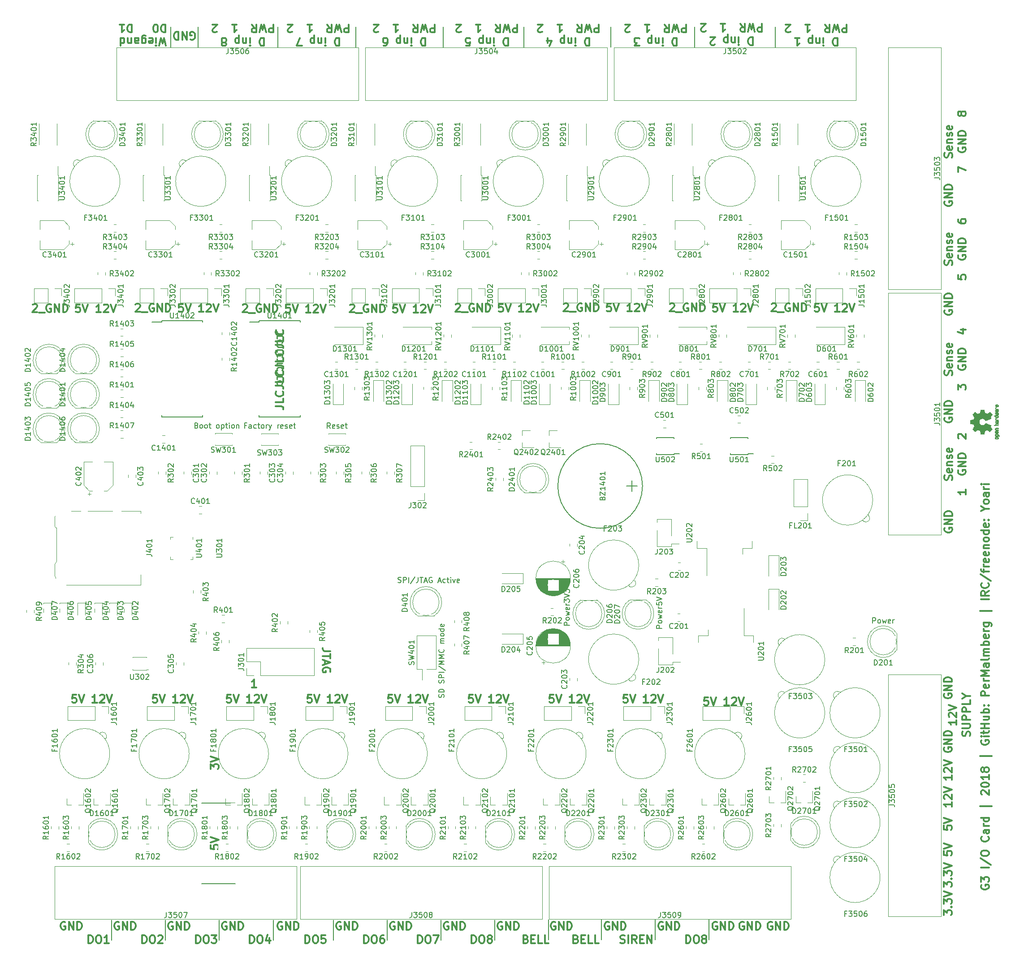
<source format=gbr>
G04 #@! TF.GenerationSoftware,KiCad,Pcbnew,(5.0.0)*
G04 #@! TF.CreationDate,2018-09-25T21:01:13+02:00*
G04 #@! TF.ProjectId,G3,47332E6B696361645F70636200000000,rev?*
G04 #@! TF.SameCoordinates,Original*
G04 #@! TF.FileFunction,Legend,Top*
G04 #@! TF.FilePolarity,Positive*
%FSLAX46Y46*%
G04 Gerber Fmt 4.6, Leading zero omitted, Abs format (unit mm)*
G04 Created by KiCad (PCBNEW (5.0.0)) date 09/25/18 21:01:13*
%MOMM*%
%LPD*%
G01*
G04 APERTURE LIST*
%ADD10C,0.300000*%
%ADD11C,0.200000*%
%ADD12C,0.250000*%
%ADD13C,0.010000*%
%ADD14C,0.120000*%
%ADD15C,0.150000*%
%ADD16C,0.100000*%
%ADD17C,4.700000*%
%ADD18R,1.300000X2.400000*%
%ADD19R,5.400000X5.400000*%
%ADD20C,2.200000*%
%ADD21R,2.200000X2.200000*%
%ADD22C,1.375000*%
%ADD23R,1.500000X1.900000*%
%ADD24R,1.300000X1.200000*%
%ADD25C,1.924000*%
%ADD26C,1.275000*%
%ADD27R,2.100000X2.100000*%
%ADD28O,2.100000X2.100000*%
%ADD29C,0.650000*%
%ADD30C,3.000000*%
%ADD31R,1.600000X1.100000*%
%ADD32R,1.600000X1.400000*%
%ADD33R,1.200000X1.400000*%
%ADD34R,3.200000X1.400000*%
%ADD35R,2.300000X1.700000*%
%ADD36R,0.950000X1.900000*%
%ADD37R,2.000000X3.400000*%
%ADD38R,3.400000X2.000000*%
%ADD39R,2.000000X2.000000*%
%ADD40C,2.000000*%
%ADD41R,2.910000X1.400000*%
%ADD42R,2.900000X2.200000*%
%ADD43R,1.600000X1.300000*%
%ADD44R,1.300000X1.600000*%
%ADD45R,1.500000X1.500000*%
%ADD46C,2.400000*%
%ADD47R,1.040000X2.400000*%
%ADD48R,2.400000X1.000000*%
%ADD49R,1.500000X0.650000*%
%ADD50R,1.150000X0.650000*%
%ADD51R,1.200000X1.300000*%
%ADD52R,1.500000X5.000000*%
%ADD53R,11.200000X9.800000*%
%ADD54R,2.900000X2.900000*%
%ADD55C,2.900000*%
%ADD56C,1.750000*%
G04 APERTURE END LIST*
D10*
X71159571Y-88249571D02*
X72231000Y-88249571D01*
X72445285Y-88321000D01*
X72588142Y-88463857D01*
X72659571Y-88678142D01*
X72659571Y-88821000D01*
X72659571Y-86821000D02*
X72659571Y-87535285D01*
X71159571Y-87535285D01*
X72516714Y-85463857D02*
X72588142Y-85535285D01*
X72659571Y-85749571D01*
X72659571Y-85892428D01*
X72588142Y-86106714D01*
X72445285Y-86249571D01*
X72302428Y-86321000D01*
X72016714Y-86392428D01*
X71802428Y-86392428D01*
X71516714Y-86321000D01*
X71373857Y-86249571D01*
X71231000Y-86106714D01*
X71159571Y-85892428D01*
X71159571Y-85749571D01*
X71231000Y-85535285D01*
X71302428Y-85463857D01*
X71159571Y-84392428D02*
X72231000Y-84392428D01*
X72445285Y-84463857D01*
X72588142Y-84606714D01*
X72659571Y-84821000D01*
X72659571Y-84963857D01*
X72659571Y-82963857D02*
X72659571Y-83678142D01*
X71159571Y-83678142D01*
X72516714Y-81606714D02*
X72588142Y-81678142D01*
X72659571Y-81892428D01*
X72659571Y-82035285D01*
X72588142Y-82249571D01*
X72445285Y-82392428D01*
X72302428Y-82463857D01*
X72016714Y-82535285D01*
X71802428Y-82535285D01*
X71516714Y-82463857D01*
X71373857Y-82392428D01*
X71231000Y-82249571D01*
X71159571Y-82035285D01*
X71159571Y-81892428D01*
X71231000Y-81678142D01*
X71302428Y-81606714D01*
X71159571Y-80535285D02*
X72231000Y-80535285D01*
X72445285Y-80606714D01*
X72588142Y-80749571D01*
X72659571Y-80963857D01*
X72659571Y-81106714D01*
X72659571Y-79106714D02*
X72659571Y-79821000D01*
X71159571Y-79821000D01*
X72516714Y-77749571D02*
X72588142Y-77821000D01*
X72659571Y-78035285D01*
X72659571Y-78178142D01*
X72588142Y-78392428D01*
X72445285Y-78535285D01*
X72302428Y-78606714D01*
X72016714Y-78678142D01*
X71802428Y-78678142D01*
X71516714Y-78606714D01*
X71373857Y-78535285D01*
X71231000Y-78392428D01*
X71159571Y-78178142D01*
X71159571Y-78035285D01*
X71231000Y-77821000D01*
X71302428Y-77749571D01*
X71159571Y-76678142D02*
X72231000Y-76678142D01*
X72445285Y-76749571D01*
X72588142Y-76892428D01*
X72659571Y-77106714D01*
X72659571Y-77249571D01*
X72659571Y-75249571D02*
X72659571Y-75963857D01*
X71159571Y-75963857D01*
X72516714Y-73892428D02*
X72588142Y-73963857D01*
X72659571Y-74178142D01*
X72659571Y-74321000D01*
X72588142Y-74535285D01*
X72445285Y-74678142D01*
X72302428Y-74749571D01*
X72016714Y-74821000D01*
X71802428Y-74821000D01*
X71516714Y-74749571D01*
X71373857Y-74678142D01*
X71231000Y-74535285D01*
X71159571Y-74321000D01*
X71159571Y-74178142D01*
X71231000Y-73963857D01*
X71302428Y-73892428D01*
X199834571Y-147569571D02*
X199834571Y-148426714D01*
X199834571Y-147998142D02*
X198334571Y-147998142D01*
X198548857Y-148141000D01*
X198691714Y-148283857D01*
X198763142Y-148426714D01*
X198477428Y-146998142D02*
X198406000Y-146926714D01*
X198334571Y-146783857D01*
X198334571Y-146426714D01*
X198406000Y-146283857D01*
X198477428Y-146212428D01*
X198620285Y-146141000D01*
X198763142Y-146141000D01*
X198977428Y-146212428D01*
X199834571Y-147069571D01*
X199834571Y-146141000D01*
X198334571Y-145712428D02*
X199834571Y-145212428D01*
X198334571Y-144712428D01*
X202313142Y-150605285D02*
X202384571Y-150391000D01*
X202384571Y-150033857D01*
X202313142Y-149891000D01*
X202241714Y-149819571D01*
X202098857Y-149748142D01*
X201956000Y-149748142D01*
X201813142Y-149819571D01*
X201741714Y-149891000D01*
X201670285Y-150033857D01*
X201598857Y-150319571D01*
X201527428Y-150462428D01*
X201456000Y-150533857D01*
X201313142Y-150605285D01*
X201170285Y-150605285D01*
X201027428Y-150533857D01*
X200956000Y-150462428D01*
X200884571Y-150319571D01*
X200884571Y-149962428D01*
X200956000Y-149748142D01*
X200884571Y-149105285D02*
X202098857Y-149105285D01*
X202241714Y-149033857D01*
X202313142Y-148962428D01*
X202384571Y-148819571D01*
X202384571Y-148533857D01*
X202313142Y-148391000D01*
X202241714Y-148319571D01*
X202098857Y-148248142D01*
X200884571Y-148248142D01*
X202384571Y-147533857D02*
X200884571Y-147533857D01*
X200884571Y-146962428D01*
X200956000Y-146819571D01*
X201027428Y-146748142D01*
X201170285Y-146676714D01*
X201384571Y-146676714D01*
X201527428Y-146748142D01*
X201598857Y-146819571D01*
X201670285Y-146962428D01*
X201670285Y-147533857D01*
X202384571Y-146033857D02*
X200884571Y-146033857D01*
X200884571Y-145462428D01*
X200956000Y-145319571D01*
X201027428Y-145248142D01*
X201170285Y-145176714D01*
X201384571Y-145176714D01*
X201527428Y-145248142D01*
X201598857Y-145319571D01*
X201670285Y-145462428D01*
X201670285Y-146033857D01*
X202384571Y-143819571D02*
X202384571Y-144533857D01*
X200884571Y-144533857D01*
X201670285Y-143033857D02*
X202384571Y-143033857D01*
X200884571Y-143533857D02*
X201670285Y-143033857D01*
X200884571Y-142533857D01*
X164893285Y-68968428D02*
X164964714Y-68897000D01*
X165107571Y-68825571D01*
X165464714Y-68825571D01*
X165607571Y-68897000D01*
X165679000Y-68968428D01*
X165750428Y-69111285D01*
X165750428Y-69254142D01*
X165679000Y-69468428D01*
X164821857Y-70325571D01*
X165750428Y-70325571D01*
X166036142Y-70468428D02*
X167179000Y-70468428D01*
X168321857Y-68897000D02*
X168179000Y-68825571D01*
X167964714Y-68825571D01*
X167750428Y-68897000D01*
X167607571Y-69039857D01*
X167536142Y-69182714D01*
X167464714Y-69468428D01*
X167464714Y-69682714D01*
X167536142Y-69968428D01*
X167607571Y-70111285D01*
X167750428Y-70254142D01*
X167964714Y-70325571D01*
X168107571Y-70325571D01*
X168321857Y-70254142D01*
X168393285Y-70182714D01*
X168393285Y-69682714D01*
X168107571Y-69682714D01*
X169036142Y-70325571D02*
X169036142Y-68825571D01*
X169893285Y-70325571D01*
X169893285Y-68825571D01*
X170607571Y-70325571D02*
X170607571Y-68825571D01*
X170964714Y-68825571D01*
X171179000Y-68897000D01*
X171321857Y-69039857D01*
X171393285Y-69182714D01*
X171464714Y-69468428D01*
X171464714Y-69682714D01*
X171393285Y-69968428D01*
X171321857Y-70111285D01*
X171179000Y-70254142D01*
X170964714Y-70325571D01*
X170607571Y-70325571D01*
X173810428Y-68885571D02*
X173096142Y-68885571D01*
X173024714Y-69599857D01*
X173096142Y-69528428D01*
X173239000Y-69457000D01*
X173596142Y-69457000D01*
X173739000Y-69528428D01*
X173810428Y-69599857D01*
X173881857Y-69742714D01*
X173881857Y-70099857D01*
X173810428Y-70242714D01*
X173739000Y-70314142D01*
X173596142Y-70385571D01*
X173239000Y-70385571D01*
X173096142Y-70314142D01*
X173024714Y-70242714D01*
X174310428Y-68885571D02*
X174810428Y-70385571D01*
X175310428Y-68885571D01*
X177739000Y-70385571D02*
X176881857Y-70385571D01*
X177310428Y-70385571D02*
X177310428Y-68885571D01*
X177167571Y-69099857D01*
X177024714Y-69242714D01*
X176881857Y-69314142D01*
X178310428Y-69028428D02*
X178381857Y-68957000D01*
X178524714Y-68885571D01*
X178881857Y-68885571D01*
X179024714Y-68957000D01*
X179096142Y-69028428D01*
X179167571Y-69171285D01*
X179167571Y-69314142D01*
X179096142Y-69528428D01*
X178239000Y-70385571D01*
X179167571Y-70385571D01*
X179596142Y-68885571D02*
X180096142Y-70385571D01*
X180596142Y-68885571D01*
X145683285Y-68968428D02*
X145754714Y-68897000D01*
X145897571Y-68825571D01*
X146254714Y-68825571D01*
X146397571Y-68897000D01*
X146469000Y-68968428D01*
X146540428Y-69111285D01*
X146540428Y-69254142D01*
X146469000Y-69468428D01*
X145611857Y-70325571D01*
X146540428Y-70325571D01*
X146826142Y-70468428D02*
X147969000Y-70468428D01*
X149111857Y-68897000D02*
X148969000Y-68825571D01*
X148754714Y-68825571D01*
X148540428Y-68897000D01*
X148397571Y-69039857D01*
X148326142Y-69182714D01*
X148254714Y-69468428D01*
X148254714Y-69682714D01*
X148326142Y-69968428D01*
X148397571Y-70111285D01*
X148540428Y-70254142D01*
X148754714Y-70325571D01*
X148897571Y-70325571D01*
X149111857Y-70254142D01*
X149183285Y-70182714D01*
X149183285Y-69682714D01*
X148897571Y-69682714D01*
X149826142Y-70325571D02*
X149826142Y-68825571D01*
X150683285Y-70325571D01*
X150683285Y-68825571D01*
X151397571Y-70325571D02*
X151397571Y-68825571D01*
X151754714Y-68825571D01*
X151969000Y-68897000D01*
X152111857Y-69039857D01*
X152183285Y-69182714D01*
X152254714Y-69468428D01*
X152254714Y-69682714D01*
X152183285Y-69968428D01*
X152111857Y-70111285D01*
X151969000Y-70254142D01*
X151754714Y-70325571D01*
X151397571Y-70325571D01*
X154600428Y-68885571D02*
X153886142Y-68885571D01*
X153814714Y-69599857D01*
X153886142Y-69528428D01*
X154029000Y-69457000D01*
X154386142Y-69457000D01*
X154529000Y-69528428D01*
X154600428Y-69599857D01*
X154671857Y-69742714D01*
X154671857Y-70099857D01*
X154600428Y-70242714D01*
X154529000Y-70314142D01*
X154386142Y-70385571D01*
X154029000Y-70385571D01*
X153886142Y-70314142D01*
X153814714Y-70242714D01*
X155100428Y-68885571D02*
X155600428Y-70385571D01*
X156100428Y-68885571D01*
X158529000Y-70385571D02*
X157671857Y-70385571D01*
X158100428Y-70385571D02*
X158100428Y-68885571D01*
X157957571Y-69099857D01*
X157814714Y-69242714D01*
X157671857Y-69314142D01*
X159100428Y-69028428D02*
X159171857Y-68957000D01*
X159314714Y-68885571D01*
X159671857Y-68885571D01*
X159814714Y-68957000D01*
X159886142Y-69028428D01*
X159957571Y-69171285D01*
X159957571Y-69314142D01*
X159886142Y-69528428D01*
X159029000Y-70385571D01*
X159957571Y-70385571D01*
X160386142Y-68885571D02*
X160886142Y-70385571D01*
X161386142Y-68885571D01*
X134540428Y-68845571D02*
X133826142Y-68845571D01*
X133754714Y-69559857D01*
X133826142Y-69488428D01*
X133969000Y-69417000D01*
X134326142Y-69417000D01*
X134469000Y-69488428D01*
X134540428Y-69559857D01*
X134611857Y-69702714D01*
X134611857Y-70059857D01*
X134540428Y-70202714D01*
X134469000Y-70274142D01*
X134326142Y-70345571D01*
X133969000Y-70345571D01*
X133826142Y-70274142D01*
X133754714Y-70202714D01*
X135040428Y-68845571D02*
X135540428Y-70345571D01*
X136040428Y-68845571D01*
X138469000Y-70345571D02*
X137611857Y-70345571D01*
X138040428Y-70345571D02*
X138040428Y-68845571D01*
X137897571Y-69059857D01*
X137754714Y-69202714D01*
X137611857Y-69274142D01*
X139040428Y-68988428D02*
X139111857Y-68917000D01*
X139254714Y-68845571D01*
X139611857Y-68845571D01*
X139754714Y-68917000D01*
X139826142Y-68988428D01*
X139897571Y-69131285D01*
X139897571Y-69274142D01*
X139826142Y-69488428D01*
X138969000Y-70345571D01*
X139897571Y-70345571D01*
X140326142Y-68845571D02*
X140826142Y-70345571D01*
X141326142Y-68845571D01*
X125623285Y-68928428D02*
X125694714Y-68857000D01*
X125837571Y-68785571D01*
X126194714Y-68785571D01*
X126337571Y-68857000D01*
X126409000Y-68928428D01*
X126480428Y-69071285D01*
X126480428Y-69214142D01*
X126409000Y-69428428D01*
X125551857Y-70285571D01*
X126480428Y-70285571D01*
X126766142Y-70428428D02*
X127909000Y-70428428D01*
X129051857Y-68857000D02*
X128909000Y-68785571D01*
X128694714Y-68785571D01*
X128480428Y-68857000D01*
X128337571Y-68999857D01*
X128266142Y-69142714D01*
X128194714Y-69428428D01*
X128194714Y-69642714D01*
X128266142Y-69928428D01*
X128337571Y-70071285D01*
X128480428Y-70214142D01*
X128694714Y-70285571D01*
X128837571Y-70285571D01*
X129051857Y-70214142D01*
X129123285Y-70142714D01*
X129123285Y-69642714D01*
X128837571Y-69642714D01*
X129766142Y-70285571D02*
X129766142Y-68785571D01*
X130623285Y-70285571D01*
X130623285Y-68785571D01*
X131337571Y-70285571D02*
X131337571Y-68785571D01*
X131694714Y-68785571D01*
X131909000Y-68857000D01*
X132051857Y-68999857D01*
X132123285Y-69142714D01*
X132194714Y-69428428D01*
X132194714Y-69642714D01*
X132123285Y-69928428D01*
X132051857Y-70071285D01*
X131909000Y-70214142D01*
X131694714Y-70285571D01*
X131337571Y-70285571D01*
X114100428Y-68915571D02*
X113386142Y-68915571D01*
X113314714Y-69629857D01*
X113386142Y-69558428D01*
X113529000Y-69487000D01*
X113886142Y-69487000D01*
X114029000Y-69558428D01*
X114100428Y-69629857D01*
X114171857Y-69772714D01*
X114171857Y-70129857D01*
X114100428Y-70272714D01*
X114029000Y-70344142D01*
X113886142Y-70415571D01*
X113529000Y-70415571D01*
X113386142Y-70344142D01*
X113314714Y-70272714D01*
X114600428Y-68915571D02*
X115100428Y-70415571D01*
X115600428Y-68915571D01*
X118029000Y-70415571D02*
X117171857Y-70415571D01*
X117600428Y-70415571D02*
X117600428Y-68915571D01*
X117457571Y-69129857D01*
X117314714Y-69272714D01*
X117171857Y-69344142D01*
X118600428Y-69058428D02*
X118671857Y-68987000D01*
X118814714Y-68915571D01*
X119171857Y-68915571D01*
X119314714Y-68987000D01*
X119386142Y-69058428D01*
X119457571Y-69201285D01*
X119457571Y-69344142D01*
X119386142Y-69558428D01*
X118529000Y-70415571D01*
X119457571Y-70415571D01*
X119886142Y-68915571D02*
X120386142Y-70415571D01*
X120886142Y-68915571D01*
X105183285Y-68998428D02*
X105254714Y-68927000D01*
X105397571Y-68855571D01*
X105754714Y-68855571D01*
X105897571Y-68927000D01*
X105969000Y-68998428D01*
X106040428Y-69141285D01*
X106040428Y-69284142D01*
X105969000Y-69498428D01*
X105111857Y-70355571D01*
X106040428Y-70355571D01*
X106326142Y-70498428D02*
X107469000Y-70498428D01*
X108611857Y-68927000D02*
X108469000Y-68855571D01*
X108254714Y-68855571D01*
X108040428Y-68927000D01*
X107897571Y-69069857D01*
X107826142Y-69212714D01*
X107754714Y-69498428D01*
X107754714Y-69712714D01*
X107826142Y-69998428D01*
X107897571Y-70141285D01*
X108040428Y-70284142D01*
X108254714Y-70355571D01*
X108397571Y-70355571D01*
X108611857Y-70284142D01*
X108683285Y-70212714D01*
X108683285Y-69712714D01*
X108397571Y-69712714D01*
X109326142Y-70355571D02*
X109326142Y-68855571D01*
X110183285Y-70355571D01*
X110183285Y-68855571D01*
X110897571Y-70355571D02*
X110897571Y-68855571D01*
X111254714Y-68855571D01*
X111469000Y-68927000D01*
X111611857Y-69069857D01*
X111683285Y-69212714D01*
X111754714Y-69498428D01*
X111754714Y-69712714D01*
X111683285Y-69998428D01*
X111611857Y-70141285D01*
X111469000Y-70284142D01*
X111254714Y-70355571D01*
X110897571Y-70355571D01*
X94150428Y-69065571D02*
X93436142Y-69065571D01*
X93364714Y-69779857D01*
X93436142Y-69708428D01*
X93579000Y-69637000D01*
X93936142Y-69637000D01*
X94079000Y-69708428D01*
X94150428Y-69779857D01*
X94221857Y-69922714D01*
X94221857Y-70279857D01*
X94150428Y-70422714D01*
X94079000Y-70494142D01*
X93936142Y-70565571D01*
X93579000Y-70565571D01*
X93436142Y-70494142D01*
X93364714Y-70422714D01*
X94650428Y-69065571D02*
X95150428Y-70565571D01*
X95650428Y-69065571D01*
X98079000Y-70565571D02*
X97221857Y-70565571D01*
X97650428Y-70565571D02*
X97650428Y-69065571D01*
X97507571Y-69279857D01*
X97364714Y-69422714D01*
X97221857Y-69494142D01*
X98650428Y-69208428D02*
X98721857Y-69137000D01*
X98864714Y-69065571D01*
X99221857Y-69065571D01*
X99364714Y-69137000D01*
X99436142Y-69208428D01*
X99507571Y-69351285D01*
X99507571Y-69494142D01*
X99436142Y-69708428D01*
X98579000Y-70565571D01*
X99507571Y-70565571D01*
X99936142Y-69065571D02*
X100436142Y-70565571D01*
X100936142Y-69065571D01*
X85233285Y-69148428D02*
X85304714Y-69077000D01*
X85447571Y-69005571D01*
X85804714Y-69005571D01*
X85947571Y-69077000D01*
X86019000Y-69148428D01*
X86090428Y-69291285D01*
X86090428Y-69434142D01*
X86019000Y-69648428D01*
X85161857Y-70505571D01*
X86090428Y-70505571D01*
X86376142Y-70648428D02*
X87519000Y-70648428D01*
X88661857Y-69077000D02*
X88519000Y-69005571D01*
X88304714Y-69005571D01*
X88090428Y-69077000D01*
X87947571Y-69219857D01*
X87876142Y-69362714D01*
X87804714Y-69648428D01*
X87804714Y-69862714D01*
X87876142Y-70148428D01*
X87947571Y-70291285D01*
X88090428Y-70434142D01*
X88304714Y-70505571D01*
X88447571Y-70505571D01*
X88661857Y-70434142D01*
X88733285Y-70362714D01*
X88733285Y-69862714D01*
X88447571Y-69862714D01*
X89376142Y-70505571D02*
X89376142Y-69005571D01*
X90233285Y-70505571D01*
X90233285Y-69005571D01*
X90947571Y-70505571D02*
X90947571Y-69005571D01*
X91304714Y-69005571D01*
X91519000Y-69077000D01*
X91661857Y-69219857D01*
X91733285Y-69362714D01*
X91804714Y-69648428D01*
X91804714Y-69862714D01*
X91733285Y-70148428D01*
X91661857Y-70291285D01*
X91519000Y-70434142D01*
X91304714Y-70505571D01*
X90947571Y-70505571D01*
X73880428Y-69025571D02*
X73166142Y-69025571D01*
X73094714Y-69739857D01*
X73166142Y-69668428D01*
X73309000Y-69597000D01*
X73666142Y-69597000D01*
X73809000Y-69668428D01*
X73880428Y-69739857D01*
X73951857Y-69882714D01*
X73951857Y-70239857D01*
X73880428Y-70382714D01*
X73809000Y-70454142D01*
X73666142Y-70525571D01*
X73309000Y-70525571D01*
X73166142Y-70454142D01*
X73094714Y-70382714D01*
X74380428Y-69025571D02*
X74880428Y-70525571D01*
X75380428Y-69025571D01*
X77809000Y-70525571D02*
X76951857Y-70525571D01*
X77380428Y-70525571D02*
X77380428Y-69025571D01*
X77237571Y-69239857D01*
X77094714Y-69382714D01*
X76951857Y-69454142D01*
X78380428Y-69168428D02*
X78451857Y-69097000D01*
X78594714Y-69025571D01*
X78951857Y-69025571D01*
X79094714Y-69097000D01*
X79166142Y-69168428D01*
X79237571Y-69311285D01*
X79237571Y-69454142D01*
X79166142Y-69668428D01*
X78309000Y-70525571D01*
X79237571Y-70525571D01*
X79666142Y-69025571D02*
X80166142Y-70525571D01*
X80666142Y-69025571D01*
X64963285Y-69108428D02*
X65034714Y-69037000D01*
X65177571Y-68965571D01*
X65534714Y-68965571D01*
X65677571Y-69037000D01*
X65749000Y-69108428D01*
X65820428Y-69251285D01*
X65820428Y-69394142D01*
X65749000Y-69608428D01*
X64891857Y-70465571D01*
X65820428Y-70465571D01*
X66106142Y-70608428D02*
X67249000Y-70608428D01*
X68391857Y-69037000D02*
X68249000Y-68965571D01*
X68034714Y-68965571D01*
X67820428Y-69037000D01*
X67677571Y-69179857D01*
X67606142Y-69322714D01*
X67534714Y-69608428D01*
X67534714Y-69822714D01*
X67606142Y-70108428D01*
X67677571Y-70251285D01*
X67820428Y-70394142D01*
X68034714Y-70465571D01*
X68177571Y-70465571D01*
X68391857Y-70394142D01*
X68463285Y-70322714D01*
X68463285Y-69822714D01*
X68177571Y-69822714D01*
X69106142Y-70465571D02*
X69106142Y-68965571D01*
X69963285Y-70465571D01*
X69963285Y-68965571D01*
X70677571Y-70465571D02*
X70677571Y-68965571D01*
X71034714Y-68965571D01*
X71249000Y-69037000D01*
X71391857Y-69179857D01*
X71463285Y-69322714D01*
X71534714Y-69608428D01*
X71534714Y-69822714D01*
X71463285Y-70108428D01*
X71391857Y-70251285D01*
X71249000Y-70394142D01*
X71034714Y-70465571D01*
X70677571Y-70465571D01*
X44723285Y-69008428D02*
X44794714Y-68937000D01*
X44937571Y-68865571D01*
X45294714Y-68865571D01*
X45437571Y-68937000D01*
X45509000Y-69008428D01*
X45580428Y-69151285D01*
X45580428Y-69294142D01*
X45509000Y-69508428D01*
X44651857Y-70365571D01*
X45580428Y-70365571D01*
X45866142Y-70508428D02*
X47009000Y-70508428D01*
X48151857Y-68937000D02*
X48009000Y-68865571D01*
X47794714Y-68865571D01*
X47580428Y-68937000D01*
X47437571Y-69079857D01*
X47366142Y-69222714D01*
X47294714Y-69508428D01*
X47294714Y-69722714D01*
X47366142Y-70008428D01*
X47437571Y-70151285D01*
X47580428Y-70294142D01*
X47794714Y-70365571D01*
X47937571Y-70365571D01*
X48151857Y-70294142D01*
X48223285Y-70222714D01*
X48223285Y-69722714D01*
X47937571Y-69722714D01*
X48866142Y-70365571D02*
X48866142Y-68865571D01*
X49723285Y-70365571D01*
X49723285Y-68865571D01*
X50437571Y-70365571D02*
X50437571Y-68865571D01*
X50794714Y-68865571D01*
X51008999Y-68937000D01*
X51151857Y-69079857D01*
X51223285Y-69222714D01*
X51294714Y-69508428D01*
X51294714Y-69722714D01*
X51223285Y-70008428D01*
X51151857Y-70151285D01*
X51008999Y-70294142D01*
X50794714Y-70365571D01*
X50437571Y-70365571D01*
X53640428Y-68925571D02*
X52926142Y-68925571D01*
X52854714Y-69639857D01*
X52926142Y-69568428D01*
X53069000Y-69497000D01*
X53426142Y-69497000D01*
X53569000Y-69568428D01*
X53640428Y-69639857D01*
X53711857Y-69782714D01*
X53711857Y-70139857D01*
X53640428Y-70282714D01*
X53569000Y-70354142D01*
X53426142Y-70425571D01*
X53069000Y-70425571D01*
X52926142Y-70354142D01*
X52854714Y-70282714D01*
X54140428Y-68925571D02*
X54640428Y-70425571D01*
X55140428Y-68925571D01*
X57569000Y-70425571D02*
X56711857Y-70425571D01*
X57140428Y-70425571D02*
X57140428Y-68925571D01*
X56997571Y-69139857D01*
X56854714Y-69282714D01*
X56711857Y-69354142D01*
X58140428Y-69068428D02*
X58211857Y-68997000D01*
X58354714Y-68925571D01*
X58711857Y-68925571D01*
X58854714Y-68997000D01*
X58926142Y-69068428D01*
X58997571Y-69211285D01*
X58997571Y-69354142D01*
X58926142Y-69568428D01*
X58069000Y-70425571D01*
X58997571Y-70425571D01*
X59426142Y-68925571D02*
X59926142Y-70425571D01*
X60426142Y-68925571D01*
X34220428Y-68995571D02*
X33506142Y-68995571D01*
X33434714Y-69709857D01*
X33506142Y-69638428D01*
X33649000Y-69567000D01*
X34006142Y-69567000D01*
X34149000Y-69638428D01*
X34220428Y-69709857D01*
X34291857Y-69852714D01*
X34291857Y-70209857D01*
X34220428Y-70352714D01*
X34149000Y-70424142D01*
X34006142Y-70495571D01*
X33649000Y-70495571D01*
X33506142Y-70424142D01*
X33434714Y-70352714D01*
X34720428Y-68995571D02*
X35220428Y-70495571D01*
X35720428Y-68995571D01*
X38149000Y-70495571D02*
X37291857Y-70495571D01*
X37720428Y-70495571D02*
X37720428Y-68995571D01*
X37577571Y-69209857D01*
X37434714Y-69352714D01*
X37291857Y-69424142D01*
X38720428Y-69138428D02*
X38791857Y-69067000D01*
X38934714Y-68995571D01*
X39291857Y-68995571D01*
X39434714Y-69067000D01*
X39506142Y-69138428D01*
X39577571Y-69281285D01*
X39577571Y-69424142D01*
X39506142Y-69638428D01*
X38649000Y-70495571D01*
X39577571Y-70495571D01*
X40006142Y-68995571D02*
X40506142Y-70495571D01*
X41006142Y-68995571D01*
X25303285Y-69078428D02*
X25374714Y-69007000D01*
X25517571Y-68935571D01*
X25874714Y-68935571D01*
X26017571Y-69007000D01*
X26089000Y-69078428D01*
X26160428Y-69221285D01*
X26160428Y-69364142D01*
X26089000Y-69578428D01*
X25231857Y-70435571D01*
X26160428Y-70435571D01*
X26446142Y-70578428D02*
X27589000Y-70578428D01*
X28731857Y-69007000D02*
X28589000Y-68935571D01*
X28374714Y-68935571D01*
X28160428Y-69007000D01*
X28017571Y-69149857D01*
X27946142Y-69292714D01*
X27874714Y-69578428D01*
X27874714Y-69792714D01*
X27946142Y-70078428D01*
X28017571Y-70221285D01*
X28160428Y-70364142D01*
X28374714Y-70435571D01*
X28517571Y-70435571D01*
X28731857Y-70364142D01*
X28803285Y-70292714D01*
X28803285Y-69792714D01*
X28517571Y-69792714D01*
X29446142Y-70435571D02*
X29446142Y-68935571D01*
X30303285Y-70435571D01*
X30303285Y-68935571D01*
X31017571Y-70435571D02*
X31017571Y-68935571D01*
X31374714Y-68935571D01*
X31589000Y-69007000D01*
X31731857Y-69149857D01*
X31803285Y-69292714D01*
X31874714Y-69578428D01*
X31874714Y-69792714D01*
X31803285Y-70078428D01*
X31731857Y-70221285D01*
X31589000Y-70364142D01*
X31374714Y-70435571D01*
X31017571Y-70435571D01*
X67557571Y-141395571D02*
X66700428Y-141395571D01*
X67129000Y-141395571D02*
X67129000Y-139895571D01*
X66986142Y-140109857D01*
X66843285Y-140252714D01*
X66700428Y-140324142D01*
X152900428Y-143285571D02*
X152186142Y-143285571D01*
X152114714Y-143999857D01*
X152186142Y-143928428D01*
X152329000Y-143857000D01*
X152686142Y-143857000D01*
X152829000Y-143928428D01*
X152900428Y-143999857D01*
X152971857Y-144142714D01*
X152971857Y-144499857D01*
X152900428Y-144642714D01*
X152829000Y-144714142D01*
X152686142Y-144785571D01*
X152329000Y-144785571D01*
X152186142Y-144714142D01*
X152114714Y-144642714D01*
X153400428Y-143285571D02*
X153900428Y-144785571D01*
X154400428Y-143285571D01*
X156829000Y-144785571D02*
X155971857Y-144785571D01*
X156400428Y-144785571D02*
X156400428Y-143285571D01*
X156257571Y-143499857D01*
X156114714Y-143642714D01*
X155971857Y-143714142D01*
X157400428Y-143428428D02*
X157471857Y-143357000D01*
X157614714Y-143285571D01*
X157971857Y-143285571D01*
X158114714Y-143357000D01*
X158186142Y-143428428D01*
X158257571Y-143571285D01*
X158257571Y-143714142D01*
X158186142Y-143928428D01*
X157329000Y-144785571D01*
X158257571Y-144785571D01*
X158686142Y-143285571D02*
X159186142Y-144785571D01*
X159686142Y-143285571D01*
X137660428Y-142815571D02*
X136946142Y-142815571D01*
X136874714Y-143529857D01*
X136946142Y-143458428D01*
X137089000Y-143387000D01*
X137446142Y-143387000D01*
X137589000Y-143458428D01*
X137660428Y-143529857D01*
X137731857Y-143672714D01*
X137731857Y-144029857D01*
X137660428Y-144172714D01*
X137589000Y-144244142D01*
X137446142Y-144315571D01*
X137089000Y-144315571D01*
X136946142Y-144244142D01*
X136874714Y-144172714D01*
X138160428Y-142815571D02*
X138660428Y-144315571D01*
X139160428Y-142815571D01*
X141589000Y-144315571D02*
X140731857Y-144315571D01*
X141160428Y-144315571D02*
X141160428Y-142815571D01*
X141017571Y-143029857D01*
X140874714Y-143172714D01*
X140731857Y-143244142D01*
X142160428Y-142958428D02*
X142231857Y-142887000D01*
X142374714Y-142815571D01*
X142731857Y-142815571D01*
X142874714Y-142887000D01*
X142946142Y-142958428D01*
X143017571Y-143101285D01*
X143017571Y-143244142D01*
X142946142Y-143458428D01*
X142089000Y-144315571D01*
X143017571Y-144315571D01*
X143446142Y-142815571D02*
X143946142Y-144315571D01*
X144446142Y-142815571D01*
X123690428Y-142815571D02*
X122976142Y-142815571D01*
X122904714Y-143529857D01*
X122976142Y-143458428D01*
X123119000Y-143387000D01*
X123476142Y-143387000D01*
X123619000Y-143458428D01*
X123690428Y-143529857D01*
X123761857Y-143672714D01*
X123761857Y-144029857D01*
X123690428Y-144172714D01*
X123619000Y-144244142D01*
X123476142Y-144315571D01*
X123119000Y-144315571D01*
X122976142Y-144244142D01*
X122904714Y-144172714D01*
X124190428Y-142815571D02*
X124690428Y-144315571D01*
X125190428Y-142815571D01*
X127619000Y-144315571D02*
X126761857Y-144315571D01*
X127190428Y-144315571D02*
X127190428Y-142815571D01*
X127047571Y-143029857D01*
X126904714Y-143172714D01*
X126761857Y-143244142D01*
X128190428Y-142958428D02*
X128261857Y-142887000D01*
X128404714Y-142815571D01*
X128761857Y-142815571D01*
X128904714Y-142887000D01*
X128976142Y-142958428D01*
X129047571Y-143101285D01*
X129047571Y-143244142D01*
X128976142Y-143458428D01*
X128119000Y-144315571D01*
X129047571Y-144315571D01*
X129476142Y-142815571D02*
X129976142Y-144315571D01*
X130476142Y-142815571D01*
X108450428Y-142815571D02*
X107736142Y-142815571D01*
X107664714Y-143529857D01*
X107736142Y-143458428D01*
X107879000Y-143387000D01*
X108236142Y-143387000D01*
X108379000Y-143458428D01*
X108450428Y-143529857D01*
X108521857Y-143672714D01*
X108521857Y-144029857D01*
X108450428Y-144172714D01*
X108379000Y-144244142D01*
X108236142Y-144315571D01*
X107879000Y-144315571D01*
X107736142Y-144244142D01*
X107664714Y-144172714D01*
X108950428Y-142815571D02*
X109450428Y-144315571D01*
X109950428Y-142815571D01*
X112379000Y-144315571D02*
X111521857Y-144315571D01*
X111950428Y-144315571D02*
X111950428Y-142815571D01*
X111807571Y-143029857D01*
X111664714Y-143172714D01*
X111521857Y-143244142D01*
X112950428Y-142958428D02*
X113021857Y-142887000D01*
X113164714Y-142815571D01*
X113521857Y-142815571D01*
X113664714Y-142887000D01*
X113736142Y-142958428D01*
X113807571Y-143101285D01*
X113807571Y-143244142D01*
X113736142Y-143458428D01*
X112879000Y-144315571D01*
X113807571Y-144315571D01*
X114236142Y-142815571D02*
X114736142Y-144315571D01*
X115236142Y-142815571D01*
X93210428Y-142815571D02*
X92496142Y-142815571D01*
X92424714Y-143529857D01*
X92496142Y-143458428D01*
X92639000Y-143387000D01*
X92996142Y-143387000D01*
X93139000Y-143458428D01*
X93210428Y-143529857D01*
X93281857Y-143672714D01*
X93281857Y-144029857D01*
X93210428Y-144172714D01*
X93139000Y-144244142D01*
X92996142Y-144315571D01*
X92639000Y-144315571D01*
X92496142Y-144244142D01*
X92424714Y-144172714D01*
X93710428Y-142815571D02*
X94210428Y-144315571D01*
X94710428Y-142815571D01*
X97139000Y-144315571D02*
X96281857Y-144315571D01*
X96710428Y-144315571D02*
X96710428Y-142815571D01*
X96567571Y-143029857D01*
X96424714Y-143172714D01*
X96281857Y-143244142D01*
X97710428Y-142958428D02*
X97781857Y-142887000D01*
X97924714Y-142815571D01*
X98281857Y-142815571D01*
X98424714Y-142887000D01*
X98496142Y-142958428D01*
X98567571Y-143101285D01*
X98567571Y-143244142D01*
X98496142Y-143458428D01*
X97639000Y-144315571D01*
X98567571Y-144315571D01*
X98996142Y-142815571D02*
X99496142Y-144315571D01*
X99996142Y-142815571D01*
X77970428Y-142815571D02*
X77256142Y-142815571D01*
X77184714Y-143529857D01*
X77256142Y-143458428D01*
X77399000Y-143387000D01*
X77756142Y-143387000D01*
X77899000Y-143458428D01*
X77970428Y-143529857D01*
X78041857Y-143672714D01*
X78041857Y-144029857D01*
X77970428Y-144172714D01*
X77899000Y-144244142D01*
X77756142Y-144315571D01*
X77399000Y-144315571D01*
X77256142Y-144244142D01*
X77184714Y-144172714D01*
X78470428Y-142815571D02*
X78970428Y-144315571D01*
X79470428Y-142815571D01*
X81899000Y-144315571D02*
X81041857Y-144315571D01*
X81470428Y-144315571D02*
X81470428Y-142815571D01*
X81327571Y-143029857D01*
X81184714Y-143172714D01*
X81041857Y-143244142D01*
X82470428Y-142958428D02*
X82541857Y-142887000D01*
X82684714Y-142815571D01*
X83041857Y-142815571D01*
X83184714Y-142887000D01*
X83256142Y-142958428D01*
X83327571Y-143101285D01*
X83327571Y-143244142D01*
X83256142Y-143458428D01*
X82399000Y-144315571D01*
X83327571Y-144315571D01*
X83756142Y-142815571D02*
X84256142Y-144315571D01*
X84756142Y-142815571D01*
X62730428Y-142815571D02*
X62016142Y-142815571D01*
X61944714Y-143529857D01*
X62016142Y-143458428D01*
X62159000Y-143387000D01*
X62516142Y-143387000D01*
X62659000Y-143458428D01*
X62730428Y-143529857D01*
X62801857Y-143672714D01*
X62801857Y-144029857D01*
X62730428Y-144172714D01*
X62659000Y-144244142D01*
X62516142Y-144315571D01*
X62159000Y-144315571D01*
X62016142Y-144244142D01*
X61944714Y-144172714D01*
X63230428Y-142815571D02*
X63730428Y-144315571D01*
X64230428Y-142815571D01*
X66659000Y-144315571D02*
X65801857Y-144315571D01*
X66230428Y-144315571D02*
X66230428Y-142815571D01*
X66087571Y-143029857D01*
X65944714Y-143172714D01*
X65801857Y-143244142D01*
X67230428Y-142958428D02*
X67301857Y-142887000D01*
X67444714Y-142815571D01*
X67801857Y-142815571D01*
X67944714Y-142887000D01*
X68016142Y-142958428D01*
X68087571Y-143101285D01*
X68087571Y-143244142D01*
X68016142Y-143458428D01*
X67159000Y-144315571D01*
X68087571Y-144315571D01*
X68516142Y-142815571D02*
X69016142Y-144315571D01*
X69516142Y-142815571D01*
X48760428Y-142815571D02*
X48046142Y-142815571D01*
X47974714Y-143529857D01*
X48046142Y-143458428D01*
X48189000Y-143387000D01*
X48546142Y-143387000D01*
X48689000Y-143458428D01*
X48760428Y-143529857D01*
X48831857Y-143672714D01*
X48831857Y-144029857D01*
X48760428Y-144172714D01*
X48689000Y-144244142D01*
X48546142Y-144315571D01*
X48189000Y-144315571D01*
X48046142Y-144244142D01*
X47974714Y-144172714D01*
X49260428Y-142815571D02*
X49760428Y-144315571D01*
X50260428Y-142815571D01*
X52689000Y-144315571D02*
X51831857Y-144315571D01*
X52260428Y-144315571D02*
X52260428Y-142815571D01*
X52117571Y-143029857D01*
X51974714Y-143172714D01*
X51831857Y-143244142D01*
X53260428Y-142958428D02*
X53331857Y-142887000D01*
X53474714Y-142815571D01*
X53831857Y-142815571D01*
X53974714Y-142887000D01*
X54046142Y-142958428D01*
X54117571Y-143101285D01*
X54117571Y-143244142D01*
X54046142Y-143458428D01*
X53189000Y-144315571D01*
X54117571Y-144315571D01*
X54546142Y-142815571D02*
X55046142Y-144315571D01*
X55546142Y-142815571D01*
X33520428Y-142815571D02*
X32806142Y-142815571D01*
X32734714Y-143529857D01*
X32806142Y-143458428D01*
X32949000Y-143387000D01*
X33306142Y-143387000D01*
X33449000Y-143458428D01*
X33520428Y-143529857D01*
X33591857Y-143672714D01*
X33591857Y-144029857D01*
X33520428Y-144172714D01*
X33449000Y-144244142D01*
X33306142Y-144315571D01*
X32949000Y-144315571D01*
X32806142Y-144244142D01*
X32734714Y-144172714D01*
X34020428Y-142815571D02*
X34520428Y-144315571D01*
X35020428Y-142815571D01*
X37449000Y-144315571D02*
X36591857Y-144315571D01*
X37020428Y-144315571D02*
X37020428Y-142815571D01*
X36877571Y-143029857D01*
X36734714Y-143172714D01*
X36591857Y-143244142D01*
X38020428Y-142958428D02*
X38091857Y-142887000D01*
X38234714Y-142815571D01*
X38591857Y-142815571D01*
X38734714Y-142887000D01*
X38806142Y-142958428D01*
X38877571Y-143101285D01*
X38877571Y-143244142D01*
X38806142Y-143458428D01*
X37949000Y-144315571D01*
X38877571Y-144315571D01*
X39306142Y-142815571D02*
X39806142Y-144315571D01*
X40306142Y-142815571D01*
X197497000Y-142620857D02*
X197425571Y-142763714D01*
X197425571Y-142978000D01*
X197497000Y-143192285D01*
X197639857Y-143335142D01*
X197782714Y-143406571D01*
X198068428Y-143478000D01*
X198282714Y-143478000D01*
X198568428Y-143406571D01*
X198711285Y-143335142D01*
X198854142Y-143192285D01*
X198925571Y-142978000D01*
X198925571Y-142835142D01*
X198854142Y-142620857D01*
X198782714Y-142549428D01*
X198282714Y-142549428D01*
X198282714Y-142835142D01*
X198925571Y-141906571D02*
X197425571Y-141906571D01*
X198925571Y-141049428D01*
X197425571Y-141049428D01*
X198925571Y-140335142D02*
X197425571Y-140335142D01*
X197425571Y-139978000D01*
X197497000Y-139763714D01*
X197639857Y-139620857D01*
X197782714Y-139549428D01*
X198068428Y-139478000D01*
X198282714Y-139478000D01*
X198568428Y-139549428D01*
X198711285Y-139620857D01*
X198854142Y-139763714D01*
X198925571Y-139978000D01*
X198925571Y-140335142D01*
X197497000Y-152780857D02*
X197425571Y-152923714D01*
X197425571Y-153138000D01*
X197497000Y-153352285D01*
X197639857Y-153495142D01*
X197782714Y-153566571D01*
X198068428Y-153638000D01*
X198282714Y-153638000D01*
X198568428Y-153566571D01*
X198711285Y-153495142D01*
X198854142Y-153352285D01*
X198925571Y-153138000D01*
X198925571Y-152995142D01*
X198854142Y-152780857D01*
X198782714Y-152709428D01*
X198282714Y-152709428D01*
X198282714Y-152995142D01*
X198925571Y-152066571D02*
X197425571Y-152066571D01*
X198925571Y-151209428D01*
X197425571Y-151209428D01*
X198925571Y-150495142D02*
X197425571Y-150495142D01*
X197425571Y-150138000D01*
X197497000Y-149923714D01*
X197639857Y-149780857D01*
X197782714Y-149709428D01*
X198068428Y-149638000D01*
X198282714Y-149638000D01*
X198568428Y-149709428D01*
X198711285Y-149780857D01*
X198854142Y-149923714D01*
X198925571Y-150138000D01*
X198925571Y-150495142D01*
X198925571Y-158027571D02*
X198925571Y-158884714D01*
X198925571Y-158456142D02*
X197425571Y-158456142D01*
X197639857Y-158599000D01*
X197782714Y-158741857D01*
X197854142Y-158884714D01*
X197568428Y-157456142D02*
X197497000Y-157384714D01*
X197425571Y-157241857D01*
X197425571Y-156884714D01*
X197497000Y-156741857D01*
X197568428Y-156670428D01*
X197711285Y-156599000D01*
X197854142Y-156599000D01*
X198068428Y-156670428D01*
X198925571Y-157527571D01*
X198925571Y-156599000D01*
X197425571Y-156170428D02*
X198925571Y-155670428D01*
X197425571Y-155170428D01*
X198925571Y-163107571D02*
X198925571Y-163964714D01*
X198925571Y-163536142D02*
X197425571Y-163536142D01*
X197639857Y-163679000D01*
X197782714Y-163821857D01*
X197854142Y-163964714D01*
X197568428Y-162536142D02*
X197497000Y-162464714D01*
X197425571Y-162321857D01*
X197425571Y-161964714D01*
X197497000Y-161821857D01*
X197568428Y-161750428D01*
X197711285Y-161679000D01*
X197854142Y-161679000D01*
X198068428Y-161750428D01*
X198925571Y-162607571D01*
X198925571Y-161679000D01*
X197425571Y-161250428D02*
X198925571Y-160750428D01*
X197425571Y-160250428D01*
X197425571Y-167544714D02*
X197425571Y-168259000D01*
X198139857Y-168330428D01*
X198068428Y-168259000D01*
X197997000Y-168116142D01*
X197997000Y-167759000D01*
X198068428Y-167616142D01*
X198139857Y-167544714D01*
X198282714Y-167473285D01*
X198639857Y-167473285D01*
X198782714Y-167544714D01*
X198854142Y-167616142D01*
X198925571Y-167759000D01*
X198925571Y-168116142D01*
X198854142Y-168259000D01*
X198782714Y-168330428D01*
X197425571Y-167044714D02*
X198925571Y-166544714D01*
X197425571Y-166044714D01*
X197425571Y-172370714D02*
X197425571Y-173085000D01*
X198139857Y-173156428D01*
X198068428Y-173085000D01*
X197997000Y-172942142D01*
X197997000Y-172585000D01*
X198068428Y-172442142D01*
X198139857Y-172370714D01*
X198282714Y-172299285D01*
X198639857Y-172299285D01*
X198782714Y-172370714D01*
X198854142Y-172442142D01*
X198925571Y-172585000D01*
X198925571Y-172942142D01*
X198854142Y-173085000D01*
X198782714Y-173156428D01*
X197425571Y-171870714D02*
X198925571Y-171370714D01*
X197425571Y-170870714D01*
X197425571Y-179125285D02*
X197425571Y-178196714D01*
X197997000Y-178696714D01*
X197997000Y-178482428D01*
X198068428Y-178339571D01*
X198139857Y-178268142D01*
X198282714Y-178196714D01*
X198639857Y-178196714D01*
X198782714Y-178268142D01*
X198854142Y-178339571D01*
X198925571Y-178482428D01*
X198925571Y-178911000D01*
X198854142Y-179053857D01*
X198782714Y-179125285D01*
X198782714Y-177553857D02*
X198854142Y-177482428D01*
X198925571Y-177553857D01*
X198854142Y-177625285D01*
X198782714Y-177553857D01*
X198925571Y-177553857D01*
X197425571Y-176982428D02*
X197425571Y-176053857D01*
X197997000Y-176553857D01*
X197997000Y-176339571D01*
X198068428Y-176196714D01*
X198139857Y-176125285D01*
X198282714Y-176053857D01*
X198639857Y-176053857D01*
X198782714Y-176125285D01*
X198854142Y-176196714D01*
X198925571Y-176339571D01*
X198925571Y-176768142D01*
X198854142Y-176911000D01*
X198782714Y-176982428D01*
X197425571Y-175625285D02*
X198925571Y-175125285D01*
X197425571Y-174625285D01*
X197425571Y-184459285D02*
X197425571Y-183530714D01*
X197997000Y-184030714D01*
X197997000Y-183816428D01*
X198068428Y-183673571D01*
X198139857Y-183602142D01*
X198282714Y-183530714D01*
X198639857Y-183530714D01*
X198782714Y-183602142D01*
X198854142Y-183673571D01*
X198925571Y-183816428D01*
X198925571Y-184245000D01*
X198854142Y-184387857D01*
X198782714Y-184459285D01*
X198782714Y-182887857D02*
X198854142Y-182816428D01*
X198925571Y-182887857D01*
X198854142Y-182959285D01*
X198782714Y-182887857D01*
X198925571Y-182887857D01*
X197425571Y-182316428D02*
X197425571Y-181387857D01*
X197997000Y-181887857D01*
X197997000Y-181673571D01*
X198068428Y-181530714D01*
X198139857Y-181459285D01*
X198282714Y-181387857D01*
X198639857Y-181387857D01*
X198782714Y-181459285D01*
X198854142Y-181530714D01*
X198925571Y-181673571D01*
X198925571Y-182102142D01*
X198854142Y-182245000D01*
X198782714Y-182316428D01*
X197425571Y-180959285D02*
X198925571Y-180459285D01*
X197425571Y-179959285D01*
X68988285Y-18630428D02*
X68988285Y-20130428D01*
X68631142Y-20130428D01*
X68416857Y-20059000D01*
X68274000Y-19916142D01*
X68202571Y-19773285D01*
X68131142Y-19487571D01*
X68131142Y-19273285D01*
X68202571Y-18987571D01*
X68274000Y-18844714D01*
X68416857Y-18701857D01*
X68631142Y-18630428D01*
X68988285Y-18630428D01*
X66345428Y-18630428D02*
X66345428Y-19630428D01*
X66345428Y-20130428D02*
X66416857Y-20059000D01*
X66345428Y-19987571D01*
X66274000Y-20059000D01*
X66345428Y-20130428D01*
X66345428Y-19987571D01*
X65631142Y-19630428D02*
X65631142Y-18630428D01*
X65631142Y-19487571D02*
X65559714Y-19559000D01*
X65416857Y-19630428D01*
X65202571Y-19630428D01*
X65059714Y-19559000D01*
X64988285Y-19416142D01*
X64988285Y-18630428D01*
X64274000Y-19630428D02*
X64274000Y-18130428D01*
X64274000Y-19559000D02*
X64131142Y-19630428D01*
X63845428Y-19630428D01*
X63702571Y-19559000D01*
X63631142Y-19487571D01*
X63559714Y-19344714D01*
X63559714Y-18916142D01*
X63631142Y-18773285D01*
X63702571Y-18701857D01*
X63845428Y-18630428D01*
X64131142Y-18630428D01*
X64274000Y-18701857D01*
X61559714Y-19487571D02*
X61702571Y-19559000D01*
X61774000Y-19630428D01*
X61845428Y-19773285D01*
X61845428Y-19844714D01*
X61774000Y-19987571D01*
X61702571Y-20059000D01*
X61559714Y-20130428D01*
X61274000Y-20130428D01*
X61131142Y-20059000D01*
X61059714Y-19987571D01*
X60988285Y-19844714D01*
X60988285Y-19773285D01*
X61059714Y-19630428D01*
X61131142Y-19559000D01*
X61274000Y-19487571D01*
X61559714Y-19487571D01*
X61702571Y-19416142D01*
X61774000Y-19344714D01*
X61845428Y-19201857D01*
X61845428Y-18916142D01*
X61774000Y-18773285D01*
X61702571Y-18701857D01*
X61559714Y-18630428D01*
X61274000Y-18630428D01*
X61131142Y-18701857D01*
X61059714Y-18773285D01*
X60988285Y-18916142D01*
X60988285Y-19201857D01*
X61059714Y-19344714D01*
X61131142Y-19416142D01*
X61274000Y-19487571D01*
X70738285Y-16080428D02*
X70738285Y-17580428D01*
X70166857Y-17580428D01*
X70024000Y-17509000D01*
X69952571Y-17437571D01*
X69881142Y-17294714D01*
X69881142Y-17080428D01*
X69952571Y-16937571D01*
X70024000Y-16866142D01*
X70166857Y-16794714D01*
X70738285Y-16794714D01*
X69381142Y-17580428D02*
X69024000Y-16080428D01*
X68738285Y-17151857D01*
X68452571Y-16080428D01*
X68095428Y-17580428D01*
X66666857Y-16080428D02*
X67166857Y-16794714D01*
X67524000Y-16080428D02*
X67524000Y-17580428D01*
X66952571Y-17580428D01*
X66809714Y-17509000D01*
X66738285Y-17437571D01*
X66666857Y-17294714D01*
X66666857Y-17080428D01*
X66738285Y-16937571D01*
X66809714Y-16866142D01*
X66952571Y-16794714D01*
X67524000Y-16794714D01*
X62952571Y-16080428D02*
X63809714Y-16080428D01*
X63381142Y-16080428D02*
X63381142Y-17580428D01*
X63524000Y-17366142D01*
X63666857Y-17223285D01*
X63809714Y-17151857D01*
X60095428Y-17437571D02*
X60024000Y-17509000D01*
X59881142Y-17580428D01*
X59524000Y-17580428D01*
X59381142Y-17509000D01*
X59309714Y-17437571D01*
X59238285Y-17294714D01*
X59238285Y-17151857D01*
X59309714Y-16937571D01*
X60166857Y-16080428D01*
X59238285Y-16080428D01*
X83212285Y-18630428D02*
X83212285Y-20130428D01*
X82855142Y-20130428D01*
X82640857Y-20059000D01*
X82498000Y-19916142D01*
X82426571Y-19773285D01*
X82355142Y-19487571D01*
X82355142Y-19273285D01*
X82426571Y-18987571D01*
X82498000Y-18844714D01*
X82640857Y-18701857D01*
X82855142Y-18630428D01*
X83212285Y-18630428D01*
X80569428Y-18630428D02*
X80569428Y-19630428D01*
X80569428Y-20130428D02*
X80640857Y-20059000D01*
X80569428Y-19987571D01*
X80498000Y-20059000D01*
X80569428Y-20130428D01*
X80569428Y-19987571D01*
X79855142Y-19630428D02*
X79855142Y-18630428D01*
X79855142Y-19487571D02*
X79783714Y-19559000D01*
X79640857Y-19630428D01*
X79426571Y-19630428D01*
X79283714Y-19559000D01*
X79212285Y-19416142D01*
X79212285Y-18630428D01*
X78498000Y-19630428D02*
X78498000Y-18130428D01*
X78498000Y-19559000D02*
X78355142Y-19630428D01*
X78069428Y-19630428D01*
X77926571Y-19559000D01*
X77855142Y-19487571D01*
X77783714Y-19344714D01*
X77783714Y-18916142D01*
X77855142Y-18773285D01*
X77926571Y-18701857D01*
X78069428Y-18630428D01*
X78355142Y-18630428D01*
X78498000Y-18701857D01*
X76140857Y-20130428D02*
X75140857Y-20130428D01*
X75783714Y-18630428D01*
X84962285Y-16080428D02*
X84962285Y-17580428D01*
X84390857Y-17580428D01*
X84248000Y-17509000D01*
X84176571Y-17437571D01*
X84105142Y-17294714D01*
X84105142Y-17080428D01*
X84176571Y-16937571D01*
X84248000Y-16866142D01*
X84390857Y-16794714D01*
X84962285Y-16794714D01*
X83605142Y-17580428D02*
X83248000Y-16080428D01*
X82962285Y-17151857D01*
X82676571Y-16080428D01*
X82319428Y-17580428D01*
X80890857Y-16080428D02*
X81390857Y-16794714D01*
X81748000Y-16080428D02*
X81748000Y-17580428D01*
X81176571Y-17580428D01*
X81033714Y-17509000D01*
X80962285Y-17437571D01*
X80890857Y-17294714D01*
X80890857Y-17080428D01*
X80962285Y-16937571D01*
X81033714Y-16866142D01*
X81176571Y-16794714D01*
X81748000Y-16794714D01*
X77176571Y-16080428D02*
X78033714Y-16080428D01*
X77605142Y-16080428D02*
X77605142Y-17580428D01*
X77748000Y-17366142D01*
X77890857Y-17223285D01*
X78033714Y-17151857D01*
X74319428Y-17437571D02*
X74248000Y-17509000D01*
X74105142Y-17580428D01*
X73748000Y-17580428D01*
X73605142Y-17509000D01*
X73533714Y-17437571D01*
X73462285Y-17294714D01*
X73462285Y-17151857D01*
X73533714Y-16937571D01*
X74390857Y-16080428D01*
X73462285Y-16080428D01*
X99468285Y-18630428D02*
X99468285Y-20130428D01*
X99111142Y-20130428D01*
X98896857Y-20059000D01*
X98754000Y-19916142D01*
X98682571Y-19773285D01*
X98611142Y-19487571D01*
X98611142Y-19273285D01*
X98682571Y-18987571D01*
X98754000Y-18844714D01*
X98896857Y-18701857D01*
X99111142Y-18630428D01*
X99468285Y-18630428D01*
X96825428Y-18630428D02*
X96825428Y-19630428D01*
X96825428Y-20130428D02*
X96896857Y-20059000D01*
X96825428Y-19987571D01*
X96754000Y-20059000D01*
X96825428Y-20130428D01*
X96825428Y-19987571D01*
X96111142Y-19630428D02*
X96111142Y-18630428D01*
X96111142Y-19487571D02*
X96039714Y-19559000D01*
X95896857Y-19630428D01*
X95682571Y-19630428D01*
X95539714Y-19559000D01*
X95468285Y-19416142D01*
X95468285Y-18630428D01*
X94754000Y-19630428D02*
X94754000Y-18130428D01*
X94754000Y-19559000D02*
X94611142Y-19630428D01*
X94325428Y-19630428D01*
X94182571Y-19559000D01*
X94111142Y-19487571D01*
X94039714Y-19344714D01*
X94039714Y-18916142D01*
X94111142Y-18773285D01*
X94182571Y-18701857D01*
X94325428Y-18630428D01*
X94611142Y-18630428D01*
X94754000Y-18701857D01*
X91611142Y-20130428D02*
X91896857Y-20130428D01*
X92039714Y-20059000D01*
X92111142Y-19987571D01*
X92254000Y-19773285D01*
X92325428Y-19487571D01*
X92325428Y-18916142D01*
X92254000Y-18773285D01*
X92182571Y-18701857D01*
X92039714Y-18630428D01*
X91754000Y-18630428D01*
X91611142Y-18701857D01*
X91539714Y-18773285D01*
X91468285Y-18916142D01*
X91468285Y-19273285D01*
X91539714Y-19416142D01*
X91611142Y-19487571D01*
X91754000Y-19559000D01*
X92039714Y-19559000D01*
X92182571Y-19487571D01*
X92254000Y-19416142D01*
X92325428Y-19273285D01*
X101218285Y-16080428D02*
X101218285Y-17580428D01*
X100646857Y-17580428D01*
X100504000Y-17509000D01*
X100432571Y-17437571D01*
X100361142Y-17294714D01*
X100361142Y-17080428D01*
X100432571Y-16937571D01*
X100504000Y-16866142D01*
X100646857Y-16794714D01*
X101218285Y-16794714D01*
X99861142Y-17580428D02*
X99504000Y-16080428D01*
X99218285Y-17151857D01*
X98932571Y-16080428D01*
X98575428Y-17580428D01*
X97146857Y-16080428D02*
X97646857Y-16794714D01*
X98004000Y-16080428D02*
X98004000Y-17580428D01*
X97432571Y-17580428D01*
X97289714Y-17509000D01*
X97218285Y-17437571D01*
X97146857Y-17294714D01*
X97146857Y-17080428D01*
X97218285Y-16937571D01*
X97289714Y-16866142D01*
X97432571Y-16794714D01*
X98004000Y-16794714D01*
X93432571Y-16080428D02*
X94289714Y-16080428D01*
X93861142Y-16080428D02*
X93861142Y-17580428D01*
X94004000Y-17366142D01*
X94146857Y-17223285D01*
X94289714Y-17151857D01*
X90575428Y-17437571D02*
X90504000Y-17509000D01*
X90361142Y-17580428D01*
X90004000Y-17580428D01*
X89861142Y-17509000D01*
X89789714Y-17437571D01*
X89718285Y-17294714D01*
X89718285Y-17151857D01*
X89789714Y-16937571D01*
X90646857Y-16080428D01*
X89718285Y-16080428D01*
X197619000Y-49529857D02*
X197547571Y-49672714D01*
X197547571Y-49887000D01*
X197619000Y-50101285D01*
X197761857Y-50244142D01*
X197904714Y-50315571D01*
X198190428Y-50387000D01*
X198404714Y-50387000D01*
X198690428Y-50315571D01*
X198833285Y-50244142D01*
X198976142Y-50101285D01*
X199047571Y-49887000D01*
X199047571Y-49744142D01*
X198976142Y-49529857D01*
X198904714Y-49458428D01*
X198404714Y-49458428D01*
X198404714Y-49744142D01*
X199047571Y-48815571D02*
X197547571Y-48815571D01*
X199047571Y-47958428D01*
X197547571Y-47958428D01*
X199047571Y-47244142D02*
X197547571Y-47244142D01*
X197547571Y-46887000D01*
X197619000Y-46672714D01*
X197761857Y-46529857D01*
X197904714Y-46458428D01*
X198190428Y-46387000D01*
X198404714Y-46387000D01*
X198690428Y-46458428D01*
X198833285Y-46529857D01*
X198976142Y-46672714D01*
X199047571Y-46887000D01*
X199047571Y-47244142D01*
X197619000Y-70103857D02*
X197547571Y-70246714D01*
X197547571Y-70461000D01*
X197619000Y-70675285D01*
X197761857Y-70818142D01*
X197904714Y-70889571D01*
X198190428Y-70961000D01*
X198404714Y-70961000D01*
X198690428Y-70889571D01*
X198833285Y-70818142D01*
X198976142Y-70675285D01*
X199047571Y-70461000D01*
X199047571Y-70318142D01*
X198976142Y-70103857D01*
X198904714Y-70032428D01*
X198404714Y-70032428D01*
X198404714Y-70318142D01*
X199047571Y-69389571D02*
X197547571Y-69389571D01*
X199047571Y-68532428D01*
X197547571Y-68532428D01*
X199047571Y-67818142D02*
X197547571Y-67818142D01*
X197547571Y-67461000D01*
X197619000Y-67246714D01*
X197761857Y-67103857D01*
X197904714Y-67032428D01*
X198190428Y-66961000D01*
X198404714Y-66961000D01*
X198690428Y-67032428D01*
X198833285Y-67103857D01*
X198976142Y-67246714D01*
X199047571Y-67461000D01*
X199047571Y-67818142D01*
X197619000Y-90423857D02*
X197547571Y-90566714D01*
X197547571Y-90781000D01*
X197619000Y-90995285D01*
X197761857Y-91138142D01*
X197904714Y-91209571D01*
X198190428Y-91281000D01*
X198404714Y-91281000D01*
X198690428Y-91209571D01*
X198833285Y-91138142D01*
X198976142Y-90995285D01*
X199047571Y-90781000D01*
X199047571Y-90638142D01*
X198976142Y-90423857D01*
X198904714Y-90352428D01*
X198404714Y-90352428D01*
X198404714Y-90638142D01*
X199047571Y-89709571D02*
X197547571Y-89709571D01*
X199047571Y-88852428D01*
X197547571Y-88852428D01*
X199047571Y-88138142D02*
X197547571Y-88138142D01*
X197547571Y-87781000D01*
X197619000Y-87566714D01*
X197761857Y-87423857D01*
X197904714Y-87352428D01*
X198190428Y-87281000D01*
X198404714Y-87281000D01*
X198690428Y-87352428D01*
X198833285Y-87423857D01*
X198976142Y-87566714D01*
X199047571Y-87781000D01*
X199047571Y-88138142D01*
X197619000Y-111251857D02*
X197547571Y-111394714D01*
X197547571Y-111609000D01*
X197619000Y-111823285D01*
X197761857Y-111966142D01*
X197904714Y-112037571D01*
X198190428Y-112109000D01*
X198404714Y-112109000D01*
X198690428Y-112037571D01*
X198833285Y-111966142D01*
X198976142Y-111823285D01*
X199047571Y-111609000D01*
X199047571Y-111466142D01*
X198976142Y-111251857D01*
X198904714Y-111180428D01*
X198404714Y-111180428D01*
X198404714Y-111466142D01*
X199047571Y-110537571D02*
X197547571Y-110537571D01*
X199047571Y-109680428D01*
X197547571Y-109680428D01*
X199047571Y-108966142D02*
X197547571Y-108966142D01*
X197547571Y-108609000D01*
X197619000Y-108394714D01*
X197761857Y-108251857D01*
X197904714Y-108180428D01*
X198190428Y-108109000D01*
X198404714Y-108109000D01*
X198690428Y-108180428D01*
X198833285Y-108251857D01*
X198976142Y-108394714D01*
X199047571Y-108609000D01*
X199047571Y-108966142D01*
X198976142Y-102187000D02*
X199047571Y-101972714D01*
X199047571Y-101615571D01*
X198976142Y-101472714D01*
X198904714Y-101401285D01*
X198761857Y-101329857D01*
X198619000Y-101329857D01*
X198476142Y-101401285D01*
X198404714Y-101472714D01*
X198333285Y-101615571D01*
X198261857Y-101901285D01*
X198190428Y-102044142D01*
X198119000Y-102115571D01*
X197976142Y-102187000D01*
X197833285Y-102187000D01*
X197690428Y-102115571D01*
X197619000Y-102044142D01*
X197547571Y-101901285D01*
X197547571Y-101544142D01*
X197619000Y-101329857D01*
X198976142Y-100115571D02*
X199047571Y-100258428D01*
X199047571Y-100544142D01*
X198976142Y-100687000D01*
X198833285Y-100758428D01*
X198261857Y-100758428D01*
X198119000Y-100687000D01*
X198047571Y-100544142D01*
X198047571Y-100258428D01*
X198119000Y-100115571D01*
X198261857Y-100044142D01*
X198404714Y-100044142D01*
X198547571Y-100758428D01*
X198047571Y-99401285D02*
X199047571Y-99401285D01*
X198190428Y-99401285D02*
X198119000Y-99329857D01*
X198047571Y-99187000D01*
X198047571Y-98972714D01*
X198119000Y-98829857D01*
X198261857Y-98758428D01*
X199047571Y-98758428D01*
X198976142Y-98115571D02*
X199047571Y-97972714D01*
X199047571Y-97687000D01*
X198976142Y-97544142D01*
X198833285Y-97472714D01*
X198761857Y-97472714D01*
X198619000Y-97544142D01*
X198547571Y-97687000D01*
X198547571Y-97901285D01*
X198476142Y-98044142D01*
X198333285Y-98115571D01*
X198261857Y-98115571D01*
X198119000Y-98044142D01*
X198047571Y-97901285D01*
X198047571Y-97687000D01*
X198119000Y-97544142D01*
X198976142Y-96258428D02*
X199047571Y-96401285D01*
X199047571Y-96687000D01*
X198976142Y-96829857D01*
X198833285Y-96901285D01*
X198261857Y-96901285D01*
X198119000Y-96829857D01*
X198047571Y-96687000D01*
X198047571Y-96401285D01*
X198119000Y-96258428D01*
X198261857Y-96187000D01*
X198404714Y-96187000D01*
X198547571Y-96901285D01*
X201597571Y-104044142D02*
X201597571Y-104901285D01*
X201597571Y-104472714D02*
X200097571Y-104472714D01*
X200311857Y-104615571D01*
X200454714Y-104758428D01*
X200526142Y-104901285D01*
X200169000Y-100329857D02*
X200097571Y-100472714D01*
X200097571Y-100687000D01*
X200169000Y-100901285D01*
X200311857Y-101044142D01*
X200454714Y-101115571D01*
X200740428Y-101187000D01*
X200954714Y-101187000D01*
X201240428Y-101115571D01*
X201383285Y-101044142D01*
X201526142Y-100901285D01*
X201597571Y-100687000D01*
X201597571Y-100544142D01*
X201526142Y-100329857D01*
X201454714Y-100258428D01*
X200954714Y-100258428D01*
X200954714Y-100544142D01*
X201597571Y-99615571D02*
X200097571Y-99615571D01*
X201597571Y-98758428D01*
X200097571Y-98758428D01*
X201597571Y-98044142D02*
X200097571Y-98044142D01*
X200097571Y-97687000D01*
X200169000Y-97472714D01*
X200311857Y-97329857D01*
X200454714Y-97258428D01*
X200740428Y-97187000D01*
X200954714Y-97187000D01*
X201240428Y-97258428D01*
X201383285Y-97329857D01*
X201526142Y-97472714D01*
X201597571Y-97687000D01*
X201597571Y-98044142D01*
X200240428Y-94329857D02*
X200169000Y-94258428D01*
X200097571Y-94115571D01*
X200097571Y-93758428D01*
X200169000Y-93615571D01*
X200240428Y-93544142D01*
X200383285Y-93472714D01*
X200526142Y-93472714D01*
X200740428Y-93544142D01*
X201597571Y-94401285D01*
X201597571Y-93472714D01*
X198976142Y-82375000D02*
X199047571Y-82160714D01*
X199047571Y-81803571D01*
X198976142Y-81660714D01*
X198904714Y-81589285D01*
X198761857Y-81517857D01*
X198619000Y-81517857D01*
X198476142Y-81589285D01*
X198404714Y-81660714D01*
X198333285Y-81803571D01*
X198261857Y-82089285D01*
X198190428Y-82232142D01*
X198119000Y-82303571D01*
X197976142Y-82375000D01*
X197833285Y-82375000D01*
X197690428Y-82303571D01*
X197619000Y-82232142D01*
X197547571Y-82089285D01*
X197547571Y-81732142D01*
X197619000Y-81517857D01*
X198976142Y-80303571D02*
X199047571Y-80446428D01*
X199047571Y-80732142D01*
X198976142Y-80875000D01*
X198833285Y-80946428D01*
X198261857Y-80946428D01*
X198119000Y-80875000D01*
X198047571Y-80732142D01*
X198047571Y-80446428D01*
X198119000Y-80303571D01*
X198261857Y-80232142D01*
X198404714Y-80232142D01*
X198547571Y-80946428D01*
X198047571Y-79589285D02*
X199047571Y-79589285D01*
X198190428Y-79589285D02*
X198119000Y-79517857D01*
X198047571Y-79375000D01*
X198047571Y-79160714D01*
X198119000Y-79017857D01*
X198261857Y-78946428D01*
X199047571Y-78946428D01*
X198976142Y-78303571D02*
X199047571Y-78160714D01*
X199047571Y-77875000D01*
X198976142Y-77732142D01*
X198833285Y-77660714D01*
X198761857Y-77660714D01*
X198619000Y-77732142D01*
X198547571Y-77875000D01*
X198547571Y-78089285D01*
X198476142Y-78232142D01*
X198333285Y-78303571D01*
X198261857Y-78303571D01*
X198119000Y-78232142D01*
X198047571Y-78089285D01*
X198047571Y-77875000D01*
X198119000Y-77732142D01*
X198976142Y-76446428D02*
X199047571Y-76589285D01*
X199047571Y-76875000D01*
X198976142Y-77017857D01*
X198833285Y-77089285D01*
X198261857Y-77089285D01*
X198119000Y-77017857D01*
X198047571Y-76875000D01*
X198047571Y-76589285D01*
X198119000Y-76446428D01*
X198261857Y-76375000D01*
X198404714Y-76375000D01*
X198547571Y-77089285D01*
X200097571Y-85160714D02*
X200097571Y-84232142D01*
X200669000Y-84732142D01*
X200669000Y-84517857D01*
X200740428Y-84375000D01*
X200811857Y-84303571D01*
X200954714Y-84232142D01*
X201311857Y-84232142D01*
X201454714Y-84303571D01*
X201526142Y-84375000D01*
X201597571Y-84517857D01*
X201597571Y-84946428D01*
X201526142Y-85089285D01*
X201454714Y-85160714D01*
X200169000Y-80517857D02*
X200097571Y-80660714D01*
X200097571Y-80875000D01*
X200169000Y-81089285D01*
X200311857Y-81232142D01*
X200454714Y-81303571D01*
X200740428Y-81375000D01*
X200954714Y-81375000D01*
X201240428Y-81303571D01*
X201383285Y-81232142D01*
X201526142Y-81089285D01*
X201597571Y-80875000D01*
X201597571Y-80732142D01*
X201526142Y-80517857D01*
X201454714Y-80446428D01*
X200954714Y-80446428D01*
X200954714Y-80732142D01*
X201597571Y-79803571D02*
X200097571Y-79803571D01*
X201597571Y-78946428D01*
X200097571Y-78946428D01*
X201597571Y-78232142D02*
X200097571Y-78232142D01*
X200097571Y-77875000D01*
X200169000Y-77660714D01*
X200311857Y-77517857D01*
X200454714Y-77446428D01*
X200740428Y-77375000D01*
X200954714Y-77375000D01*
X201240428Y-77446428D01*
X201383285Y-77517857D01*
X201526142Y-77660714D01*
X201597571Y-77875000D01*
X201597571Y-78232142D01*
X200597571Y-73803571D02*
X201597571Y-73803571D01*
X200026142Y-74160714D02*
X201097571Y-74517857D01*
X201097571Y-73589285D01*
X198976142Y-61547000D02*
X199047571Y-61332714D01*
X199047571Y-60975571D01*
X198976142Y-60832714D01*
X198904714Y-60761285D01*
X198761857Y-60689857D01*
X198619000Y-60689857D01*
X198476142Y-60761285D01*
X198404714Y-60832714D01*
X198333285Y-60975571D01*
X198261857Y-61261285D01*
X198190428Y-61404142D01*
X198119000Y-61475571D01*
X197976142Y-61547000D01*
X197833285Y-61547000D01*
X197690428Y-61475571D01*
X197619000Y-61404142D01*
X197547571Y-61261285D01*
X197547571Y-60904142D01*
X197619000Y-60689857D01*
X198976142Y-59475571D02*
X199047571Y-59618428D01*
X199047571Y-59904142D01*
X198976142Y-60047000D01*
X198833285Y-60118428D01*
X198261857Y-60118428D01*
X198119000Y-60047000D01*
X198047571Y-59904142D01*
X198047571Y-59618428D01*
X198119000Y-59475571D01*
X198261857Y-59404142D01*
X198404714Y-59404142D01*
X198547571Y-60118428D01*
X198047571Y-58761285D02*
X199047571Y-58761285D01*
X198190428Y-58761285D02*
X198119000Y-58689857D01*
X198047571Y-58547000D01*
X198047571Y-58332714D01*
X198119000Y-58189857D01*
X198261857Y-58118428D01*
X199047571Y-58118428D01*
X198976142Y-57475571D02*
X199047571Y-57332714D01*
X199047571Y-57047000D01*
X198976142Y-56904142D01*
X198833285Y-56832714D01*
X198761857Y-56832714D01*
X198619000Y-56904142D01*
X198547571Y-57047000D01*
X198547571Y-57261285D01*
X198476142Y-57404142D01*
X198333285Y-57475571D01*
X198261857Y-57475571D01*
X198119000Y-57404142D01*
X198047571Y-57261285D01*
X198047571Y-57047000D01*
X198119000Y-56904142D01*
X198976142Y-55618428D02*
X199047571Y-55761285D01*
X199047571Y-56047000D01*
X198976142Y-56189857D01*
X198833285Y-56261285D01*
X198261857Y-56261285D01*
X198119000Y-56189857D01*
X198047571Y-56047000D01*
X198047571Y-55761285D01*
X198119000Y-55618428D01*
X198261857Y-55547000D01*
X198404714Y-55547000D01*
X198547571Y-56261285D01*
X200097571Y-63475571D02*
X200097571Y-64189857D01*
X200811857Y-64261285D01*
X200740428Y-64189857D01*
X200669000Y-64047000D01*
X200669000Y-63689857D01*
X200740428Y-63547000D01*
X200811857Y-63475571D01*
X200954714Y-63404142D01*
X201311857Y-63404142D01*
X201454714Y-63475571D01*
X201526142Y-63547000D01*
X201597571Y-63689857D01*
X201597571Y-64047000D01*
X201526142Y-64189857D01*
X201454714Y-64261285D01*
X200169000Y-59689857D02*
X200097571Y-59832714D01*
X200097571Y-60047000D01*
X200169000Y-60261285D01*
X200311857Y-60404142D01*
X200454714Y-60475571D01*
X200740428Y-60547000D01*
X200954714Y-60547000D01*
X201240428Y-60475571D01*
X201383285Y-60404142D01*
X201526142Y-60261285D01*
X201597571Y-60047000D01*
X201597571Y-59904142D01*
X201526142Y-59689857D01*
X201454714Y-59618428D01*
X200954714Y-59618428D01*
X200954714Y-59904142D01*
X201597571Y-58975571D02*
X200097571Y-58975571D01*
X201597571Y-58118428D01*
X200097571Y-58118428D01*
X201597571Y-57404142D02*
X200097571Y-57404142D01*
X200097571Y-57047000D01*
X200169000Y-56832714D01*
X200311857Y-56689857D01*
X200454714Y-56618428D01*
X200740428Y-56547000D01*
X200954714Y-56547000D01*
X201240428Y-56618428D01*
X201383285Y-56689857D01*
X201526142Y-56832714D01*
X201597571Y-57047000D01*
X201597571Y-57404142D01*
X200097571Y-52975571D02*
X200097571Y-53261285D01*
X200169000Y-53404142D01*
X200240428Y-53475571D01*
X200454714Y-53618428D01*
X200740428Y-53689857D01*
X201311857Y-53689857D01*
X201454714Y-53618428D01*
X201526142Y-53547000D01*
X201597571Y-53404142D01*
X201597571Y-53118428D01*
X201526142Y-52975571D01*
X201454714Y-52904142D01*
X201311857Y-52832714D01*
X200954714Y-52832714D01*
X200811857Y-52904142D01*
X200740428Y-52975571D01*
X200669000Y-53118428D01*
X200669000Y-53404142D01*
X200740428Y-53547000D01*
X200811857Y-53618428D01*
X200954714Y-53689857D01*
X198976142Y-41227000D02*
X199047571Y-41012714D01*
X199047571Y-40655571D01*
X198976142Y-40512714D01*
X198904714Y-40441285D01*
X198761857Y-40369857D01*
X198619000Y-40369857D01*
X198476142Y-40441285D01*
X198404714Y-40512714D01*
X198333285Y-40655571D01*
X198261857Y-40941285D01*
X198190428Y-41084142D01*
X198119000Y-41155571D01*
X197976142Y-41227000D01*
X197833285Y-41227000D01*
X197690428Y-41155571D01*
X197619000Y-41084142D01*
X197547571Y-40941285D01*
X197547571Y-40584142D01*
X197619000Y-40369857D01*
X198976142Y-39155571D02*
X199047571Y-39298428D01*
X199047571Y-39584142D01*
X198976142Y-39727000D01*
X198833285Y-39798428D01*
X198261857Y-39798428D01*
X198119000Y-39727000D01*
X198047571Y-39584142D01*
X198047571Y-39298428D01*
X198119000Y-39155571D01*
X198261857Y-39084142D01*
X198404714Y-39084142D01*
X198547571Y-39798428D01*
X198047571Y-38441285D02*
X199047571Y-38441285D01*
X198190428Y-38441285D02*
X198119000Y-38369857D01*
X198047571Y-38227000D01*
X198047571Y-38012714D01*
X198119000Y-37869857D01*
X198261857Y-37798428D01*
X199047571Y-37798428D01*
X198976142Y-37155571D02*
X199047571Y-37012714D01*
X199047571Y-36727000D01*
X198976142Y-36584142D01*
X198833285Y-36512714D01*
X198761857Y-36512714D01*
X198619000Y-36584142D01*
X198547571Y-36727000D01*
X198547571Y-36941285D01*
X198476142Y-37084142D01*
X198333285Y-37155571D01*
X198261857Y-37155571D01*
X198119000Y-37084142D01*
X198047571Y-36941285D01*
X198047571Y-36727000D01*
X198119000Y-36584142D01*
X198976142Y-35298428D02*
X199047571Y-35441285D01*
X199047571Y-35727000D01*
X198976142Y-35869857D01*
X198833285Y-35941285D01*
X198261857Y-35941285D01*
X198119000Y-35869857D01*
X198047571Y-35727000D01*
X198047571Y-35441285D01*
X198119000Y-35298428D01*
X198261857Y-35227000D01*
X198404714Y-35227000D01*
X198547571Y-35941285D01*
X200097571Y-44012714D02*
X200097571Y-43012714D01*
X201597571Y-43655571D01*
X200169000Y-39369857D02*
X200097571Y-39512714D01*
X200097571Y-39727000D01*
X200169000Y-39941285D01*
X200311857Y-40084142D01*
X200454714Y-40155571D01*
X200740428Y-40227000D01*
X200954714Y-40227000D01*
X201240428Y-40155571D01*
X201383285Y-40084142D01*
X201526142Y-39941285D01*
X201597571Y-39727000D01*
X201597571Y-39584142D01*
X201526142Y-39369857D01*
X201454714Y-39298428D01*
X200954714Y-39298428D01*
X200954714Y-39584142D01*
X201597571Y-38655571D02*
X200097571Y-38655571D01*
X201597571Y-37798428D01*
X200097571Y-37798428D01*
X201597571Y-37084142D02*
X200097571Y-37084142D01*
X200097571Y-36727000D01*
X200169000Y-36512714D01*
X200311857Y-36369857D01*
X200454714Y-36298428D01*
X200740428Y-36227000D01*
X200954714Y-36227000D01*
X201240428Y-36298428D01*
X201383285Y-36369857D01*
X201526142Y-36512714D01*
X201597571Y-36727000D01*
X201597571Y-37084142D01*
X200740428Y-33084142D02*
X200669000Y-33227000D01*
X200597571Y-33298428D01*
X200454714Y-33369857D01*
X200383285Y-33369857D01*
X200240428Y-33298428D01*
X200169000Y-33227000D01*
X200097571Y-33084142D01*
X200097571Y-32798428D01*
X200169000Y-32655571D01*
X200240428Y-32584142D01*
X200383285Y-32512714D01*
X200454714Y-32512714D01*
X200597571Y-32584142D01*
X200669000Y-32655571D01*
X200740428Y-32798428D01*
X200740428Y-33084142D01*
X200811857Y-33227000D01*
X200883285Y-33298428D01*
X201026142Y-33369857D01*
X201311857Y-33369857D01*
X201454714Y-33298428D01*
X201526142Y-33227000D01*
X201597571Y-33084142D01*
X201597571Y-32798428D01*
X201526142Y-32655571D01*
X201454714Y-32584142D01*
X201311857Y-32512714D01*
X201026142Y-32512714D01*
X200883285Y-32584142D01*
X200811857Y-32655571D01*
X200740428Y-32798428D01*
D11*
X165608000Y-16510000D02*
X165608000Y-20320000D01*
X150368000Y-16510000D02*
X150368000Y-20320000D01*
X134493000Y-16510000D02*
X134493000Y-20320000D01*
D10*
X177319285Y-18630428D02*
X177319285Y-20130428D01*
X176962142Y-20130428D01*
X176747857Y-20059000D01*
X176605000Y-19916142D01*
X176533571Y-19773285D01*
X176462142Y-19487571D01*
X176462142Y-19273285D01*
X176533571Y-18987571D01*
X176605000Y-18844714D01*
X176747857Y-18701857D01*
X176962142Y-18630428D01*
X177319285Y-18630428D01*
X174676428Y-18630428D02*
X174676428Y-19630428D01*
X174676428Y-20130428D02*
X174747857Y-20059000D01*
X174676428Y-19987571D01*
X174605000Y-20059000D01*
X174676428Y-20130428D01*
X174676428Y-19987571D01*
X173962142Y-19630428D02*
X173962142Y-18630428D01*
X173962142Y-19487571D02*
X173890714Y-19559000D01*
X173747857Y-19630428D01*
X173533571Y-19630428D01*
X173390714Y-19559000D01*
X173319285Y-19416142D01*
X173319285Y-18630428D01*
X172605000Y-19630428D02*
X172605000Y-18130428D01*
X172605000Y-19559000D02*
X172462142Y-19630428D01*
X172176428Y-19630428D01*
X172033571Y-19559000D01*
X171962142Y-19487571D01*
X171890714Y-19344714D01*
X171890714Y-18916142D01*
X171962142Y-18773285D01*
X172033571Y-18701857D01*
X172176428Y-18630428D01*
X172462142Y-18630428D01*
X172605000Y-18701857D01*
X169319285Y-18630428D02*
X170176428Y-18630428D01*
X169747857Y-18630428D02*
X169747857Y-20130428D01*
X169890714Y-19916142D01*
X170033571Y-19773285D01*
X170176428Y-19701857D01*
X179069285Y-16080428D02*
X179069285Y-17580428D01*
X178497857Y-17580428D01*
X178355000Y-17509000D01*
X178283571Y-17437571D01*
X178212142Y-17294714D01*
X178212142Y-17080428D01*
X178283571Y-16937571D01*
X178355000Y-16866142D01*
X178497857Y-16794714D01*
X179069285Y-16794714D01*
X177712142Y-17580428D02*
X177355000Y-16080428D01*
X177069285Y-17151857D01*
X176783571Y-16080428D01*
X176426428Y-17580428D01*
X174997857Y-16080428D02*
X175497857Y-16794714D01*
X175855000Y-16080428D02*
X175855000Y-17580428D01*
X175283571Y-17580428D01*
X175140714Y-17509000D01*
X175069285Y-17437571D01*
X174997857Y-17294714D01*
X174997857Y-17080428D01*
X175069285Y-16937571D01*
X175140714Y-16866142D01*
X175283571Y-16794714D01*
X175855000Y-16794714D01*
X171283571Y-16080428D02*
X172140714Y-16080428D01*
X171712142Y-16080428D02*
X171712142Y-17580428D01*
X171855000Y-17366142D01*
X171997857Y-17223285D01*
X172140714Y-17151857D01*
X168426428Y-17437571D02*
X168355000Y-17509000D01*
X168212142Y-17580428D01*
X167855000Y-17580428D01*
X167712142Y-17509000D01*
X167640714Y-17437571D01*
X167569285Y-17294714D01*
X167569285Y-17151857D01*
X167640714Y-16937571D01*
X168497857Y-16080428D01*
X167569285Y-16080428D01*
X161317285Y-18503428D02*
X161317285Y-20003428D01*
X160960142Y-20003428D01*
X160745857Y-19932000D01*
X160603000Y-19789142D01*
X160531571Y-19646285D01*
X160460142Y-19360571D01*
X160460142Y-19146285D01*
X160531571Y-18860571D01*
X160603000Y-18717714D01*
X160745857Y-18574857D01*
X160960142Y-18503428D01*
X161317285Y-18503428D01*
X158674428Y-18503428D02*
X158674428Y-19503428D01*
X158674428Y-20003428D02*
X158745857Y-19932000D01*
X158674428Y-19860571D01*
X158603000Y-19932000D01*
X158674428Y-20003428D01*
X158674428Y-19860571D01*
X157960142Y-19503428D02*
X157960142Y-18503428D01*
X157960142Y-19360571D02*
X157888714Y-19432000D01*
X157745857Y-19503428D01*
X157531571Y-19503428D01*
X157388714Y-19432000D01*
X157317285Y-19289142D01*
X157317285Y-18503428D01*
X156603000Y-19503428D02*
X156603000Y-18003428D01*
X156603000Y-19432000D02*
X156460142Y-19503428D01*
X156174428Y-19503428D01*
X156031571Y-19432000D01*
X155960142Y-19360571D01*
X155888714Y-19217714D01*
X155888714Y-18789142D01*
X155960142Y-18646285D01*
X156031571Y-18574857D01*
X156174428Y-18503428D01*
X156460142Y-18503428D01*
X156603000Y-18574857D01*
X154174428Y-19860571D02*
X154103000Y-19932000D01*
X153960142Y-20003428D01*
X153603000Y-20003428D01*
X153460142Y-19932000D01*
X153388714Y-19860571D01*
X153317285Y-19717714D01*
X153317285Y-19574857D01*
X153388714Y-19360571D01*
X154245857Y-18503428D01*
X153317285Y-18503428D01*
X163067285Y-15953428D02*
X163067285Y-17453428D01*
X162495857Y-17453428D01*
X162353000Y-17382000D01*
X162281571Y-17310571D01*
X162210142Y-17167714D01*
X162210142Y-16953428D01*
X162281571Y-16810571D01*
X162353000Y-16739142D01*
X162495857Y-16667714D01*
X163067285Y-16667714D01*
X161710142Y-17453428D02*
X161353000Y-15953428D01*
X161067285Y-17024857D01*
X160781571Y-15953428D01*
X160424428Y-17453428D01*
X158995857Y-15953428D02*
X159495857Y-16667714D01*
X159853000Y-15953428D02*
X159853000Y-17453428D01*
X159281571Y-17453428D01*
X159138714Y-17382000D01*
X159067285Y-17310571D01*
X158995857Y-17167714D01*
X158995857Y-16953428D01*
X159067285Y-16810571D01*
X159138714Y-16739142D01*
X159281571Y-16667714D01*
X159853000Y-16667714D01*
X155281571Y-15953428D02*
X156138714Y-15953428D01*
X155710142Y-15953428D02*
X155710142Y-17453428D01*
X155853000Y-17239142D01*
X155995857Y-17096285D01*
X156138714Y-17024857D01*
X152424428Y-17310571D02*
X152353000Y-17382000D01*
X152210142Y-17453428D01*
X151853000Y-17453428D01*
X151710142Y-17382000D01*
X151638714Y-17310571D01*
X151567285Y-17167714D01*
X151567285Y-17024857D01*
X151638714Y-16810571D01*
X152495857Y-15953428D01*
X151567285Y-15953428D01*
X130456285Y-18630428D02*
X130456285Y-20130428D01*
X130099142Y-20130428D01*
X129884857Y-20059000D01*
X129742000Y-19916142D01*
X129670571Y-19773285D01*
X129599142Y-19487571D01*
X129599142Y-19273285D01*
X129670571Y-18987571D01*
X129742000Y-18844714D01*
X129884857Y-18701857D01*
X130099142Y-18630428D01*
X130456285Y-18630428D01*
X127813428Y-18630428D02*
X127813428Y-19630428D01*
X127813428Y-20130428D02*
X127884857Y-20059000D01*
X127813428Y-19987571D01*
X127742000Y-20059000D01*
X127813428Y-20130428D01*
X127813428Y-19987571D01*
X127099142Y-19630428D02*
X127099142Y-18630428D01*
X127099142Y-19487571D02*
X127027714Y-19559000D01*
X126884857Y-19630428D01*
X126670571Y-19630428D01*
X126527714Y-19559000D01*
X126456285Y-19416142D01*
X126456285Y-18630428D01*
X125742000Y-19630428D02*
X125742000Y-18130428D01*
X125742000Y-19559000D02*
X125599142Y-19630428D01*
X125313428Y-19630428D01*
X125170571Y-19559000D01*
X125099142Y-19487571D01*
X125027714Y-19344714D01*
X125027714Y-18916142D01*
X125099142Y-18773285D01*
X125170571Y-18701857D01*
X125313428Y-18630428D01*
X125599142Y-18630428D01*
X125742000Y-18701857D01*
X122599142Y-19630428D02*
X122599142Y-18630428D01*
X122956285Y-20201857D02*
X123313428Y-19130428D01*
X122384857Y-19130428D01*
X132206285Y-16080428D02*
X132206285Y-17580428D01*
X131634857Y-17580428D01*
X131492000Y-17509000D01*
X131420571Y-17437571D01*
X131349142Y-17294714D01*
X131349142Y-17080428D01*
X131420571Y-16937571D01*
X131492000Y-16866142D01*
X131634857Y-16794714D01*
X132206285Y-16794714D01*
X130849142Y-17580428D02*
X130492000Y-16080428D01*
X130206285Y-17151857D01*
X129920571Y-16080428D01*
X129563428Y-17580428D01*
X128134857Y-16080428D02*
X128634857Y-16794714D01*
X128992000Y-16080428D02*
X128992000Y-17580428D01*
X128420571Y-17580428D01*
X128277714Y-17509000D01*
X128206285Y-17437571D01*
X128134857Y-17294714D01*
X128134857Y-17080428D01*
X128206285Y-16937571D01*
X128277714Y-16866142D01*
X128420571Y-16794714D01*
X128992000Y-16794714D01*
X124420571Y-16080428D02*
X125277714Y-16080428D01*
X124849142Y-16080428D02*
X124849142Y-17580428D01*
X124992000Y-17366142D01*
X125134857Y-17223285D01*
X125277714Y-17151857D01*
X121563428Y-17437571D02*
X121492000Y-17509000D01*
X121349142Y-17580428D01*
X120992000Y-17580428D01*
X120849142Y-17509000D01*
X120777714Y-17437571D01*
X120706285Y-17294714D01*
X120706285Y-17151857D01*
X120777714Y-16937571D01*
X121634857Y-16080428D01*
X120706285Y-16080428D01*
X146966285Y-18630428D02*
X146966285Y-20130428D01*
X146609142Y-20130428D01*
X146394857Y-20059000D01*
X146252000Y-19916142D01*
X146180571Y-19773285D01*
X146109142Y-19487571D01*
X146109142Y-19273285D01*
X146180571Y-18987571D01*
X146252000Y-18844714D01*
X146394857Y-18701857D01*
X146609142Y-18630428D01*
X146966285Y-18630428D01*
X144323428Y-18630428D02*
X144323428Y-19630428D01*
X144323428Y-20130428D02*
X144394857Y-20059000D01*
X144323428Y-19987571D01*
X144252000Y-20059000D01*
X144323428Y-20130428D01*
X144323428Y-19987571D01*
X143609142Y-19630428D02*
X143609142Y-18630428D01*
X143609142Y-19487571D02*
X143537714Y-19559000D01*
X143394857Y-19630428D01*
X143180571Y-19630428D01*
X143037714Y-19559000D01*
X142966285Y-19416142D01*
X142966285Y-18630428D01*
X142252000Y-19630428D02*
X142252000Y-18130428D01*
X142252000Y-19559000D02*
X142109142Y-19630428D01*
X141823428Y-19630428D01*
X141680571Y-19559000D01*
X141609142Y-19487571D01*
X141537714Y-19344714D01*
X141537714Y-18916142D01*
X141609142Y-18773285D01*
X141680571Y-18701857D01*
X141823428Y-18630428D01*
X142109142Y-18630428D01*
X142252000Y-18701857D01*
X139894857Y-20130428D02*
X138966285Y-20130428D01*
X139466285Y-19559000D01*
X139252000Y-19559000D01*
X139109142Y-19487571D01*
X139037714Y-19416142D01*
X138966285Y-19273285D01*
X138966285Y-18916142D01*
X139037714Y-18773285D01*
X139109142Y-18701857D01*
X139252000Y-18630428D01*
X139680571Y-18630428D01*
X139823428Y-18701857D01*
X139894857Y-18773285D01*
X148716285Y-16080428D02*
X148716285Y-17580428D01*
X148144857Y-17580428D01*
X148002000Y-17509000D01*
X147930571Y-17437571D01*
X147859142Y-17294714D01*
X147859142Y-17080428D01*
X147930571Y-16937571D01*
X148002000Y-16866142D01*
X148144857Y-16794714D01*
X148716285Y-16794714D01*
X147359142Y-17580428D02*
X147002000Y-16080428D01*
X146716285Y-17151857D01*
X146430571Y-16080428D01*
X146073428Y-17580428D01*
X144644857Y-16080428D02*
X145144857Y-16794714D01*
X145502000Y-16080428D02*
X145502000Y-17580428D01*
X144930571Y-17580428D01*
X144787714Y-17509000D01*
X144716285Y-17437571D01*
X144644857Y-17294714D01*
X144644857Y-17080428D01*
X144716285Y-16937571D01*
X144787714Y-16866142D01*
X144930571Y-16794714D01*
X145502000Y-16794714D01*
X140930571Y-16080428D02*
X141787714Y-16080428D01*
X141359142Y-16080428D02*
X141359142Y-17580428D01*
X141502000Y-17366142D01*
X141644857Y-17223285D01*
X141787714Y-17151857D01*
X138073428Y-17437571D02*
X138002000Y-17509000D01*
X137859142Y-17580428D01*
X137502000Y-17580428D01*
X137359142Y-17509000D01*
X137287714Y-17437571D01*
X137216285Y-17294714D01*
X137216285Y-17151857D01*
X137287714Y-16937571D01*
X138144857Y-16080428D01*
X137216285Y-16080428D01*
X115089285Y-18630428D02*
X115089285Y-20130428D01*
X114732142Y-20130428D01*
X114517857Y-20059000D01*
X114375000Y-19916142D01*
X114303571Y-19773285D01*
X114232142Y-19487571D01*
X114232142Y-19273285D01*
X114303571Y-18987571D01*
X114375000Y-18844714D01*
X114517857Y-18701857D01*
X114732142Y-18630428D01*
X115089285Y-18630428D01*
X112446428Y-18630428D02*
X112446428Y-19630428D01*
X112446428Y-20130428D02*
X112517857Y-20059000D01*
X112446428Y-19987571D01*
X112375000Y-20059000D01*
X112446428Y-20130428D01*
X112446428Y-19987571D01*
X111732142Y-19630428D02*
X111732142Y-18630428D01*
X111732142Y-19487571D02*
X111660714Y-19559000D01*
X111517857Y-19630428D01*
X111303571Y-19630428D01*
X111160714Y-19559000D01*
X111089285Y-19416142D01*
X111089285Y-18630428D01*
X110375000Y-19630428D02*
X110375000Y-18130428D01*
X110375000Y-19559000D02*
X110232142Y-19630428D01*
X109946428Y-19630428D01*
X109803571Y-19559000D01*
X109732142Y-19487571D01*
X109660714Y-19344714D01*
X109660714Y-18916142D01*
X109732142Y-18773285D01*
X109803571Y-18701857D01*
X109946428Y-18630428D01*
X110232142Y-18630428D01*
X110375000Y-18701857D01*
X107160714Y-20130428D02*
X107875000Y-20130428D01*
X107946428Y-19416142D01*
X107875000Y-19487571D01*
X107732142Y-19559000D01*
X107375000Y-19559000D01*
X107232142Y-19487571D01*
X107160714Y-19416142D01*
X107089285Y-19273285D01*
X107089285Y-18916142D01*
X107160714Y-18773285D01*
X107232142Y-18701857D01*
X107375000Y-18630428D01*
X107732142Y-18630428D01*
X107875000Y-18701857D01*
X107946428Y-18773285D01*
X116839285Y-16080428D02*
X116839285Y-17580428D01*
X116267857Y-17580428D01*
X116125000Y-17509000D01*
X116053571Y-17437571D01*
X115982142Y-17294714D01*
X115982142Y-17080428D01*
X116053571Y-16937571D01*
X116125000Y-16866142D01*
X116267857Y-16794714D01*
X116839285Y-16794714D01*
X115482142Y-17580428D02*
X115125000Y-16080428D01*
X114839285Y-17151857D01*
X114553571Y-16080428D01*
X114196428Y-17580428D01*
X112767857Y-16080428D02*
X113267857Y-16794714D01*
X113625000Y-16080428D02*
X113625000Y-17580428D01*
X113053571Y-17580428D01*
X112910714Y-17509000D01*
X112839285Y-17437571D01*
X112767857Y-17294714D01*
X112767857Y-17080428D01*
X112839285Y-16937571D01*
X112910714Y-16866142D01*
X113053571Y-16794714D01*
X113625000Y-16794714D01*
X109053571Y-16080428D02*
X109910714Y-16080428D01*
X109482142Y-16080428D02*
X109482142Y-17580428D01*
X109625000Y-17366142D01*
X109767857Y-17223285D01*
X109910714Y-17151857D01*
X106196428Y-17437571D02*
X106125000Y-17509000D01*
X105982142Y-17580428D01*
X105625000Y-17580428D01*
X105482142Y-17509000D01*
X105410714Y-17437571D01*
X105339285Y-17294714D01*
X105339285Y-17151857D01*
X105410714Y-16937571D01*
X106267857Y-16080428D01*
X105339285Y-16080428D01*
D11*
X118110000Y-16510000D02*
X118110000Y-20320000D01*
X102870000Y-16510000D02*
X102870000Y-20320000D01*
X86360000Y-16510000D02*
X86360000Y-20320000D01*
X71628000Y-16510000D02*
X71628000Y-20320000D01*
X56515000Y-16510000D02*
X56515000Y-20320000D01*
D10*
X55117857Y-18911000D02*
X55260714Y-18982428D01*
X55475000Y-18982428D01*
X55689285Y-18911000D01*
X55832142Y-18768142D01*
X55903571Y-18625285D01*
X55975000Y-18339571D01*
X55975000Y-18125285D01*
X55903571Y-17839571D01*
X55832142Y-17696714D01*
X55689285Y-17553857D01*
X55475000Y-17482428D01*
X55332142Y-17482428D01*
X55117857Y-17553857D01*
X55046428Y-17625285D01*
X55046428Y-18125285D01*
X55332142Y-18125285D01*
X54403571Y-17482428D02*
X54403571Y-18982428D01*
X53546428Y-17482428D01*
X53546428Y-18982428D01*
X52832142Y-17482428D02*
X52832142Y-18982428D01*
X52475000Y-18982428D01*
X52260714Y-18911000D01*
X52117857Y-18768142D01*
X52046428Y-18625285D01*
X51975000Y-18339571D01*
X51975000Y-18125285D01*
X52046428Y-17839571D01*
X52117857Y-17696714D01*
X52260714Y-17553857D01*
X52475000Y-17482428D01*
X52832142Y-17482428D01*
D11*
X51371914Y-16510000D02*
X51371914Y-20320000D01*
D10*
X50458142Y-20130428D02*
X50100999Y-18630428D01*
X49815285Y-19701857D01*
X49529571Y-18630428D01*
X49172428Y-20130428D01*
X48600999Y-18630428D02*
X48600999Y-19630428D01*
X48600999Y-20130428D02*
X48672428Y-20059000D01*
X48600999Y-19987571D01*
X48529571Y-20059000D01*
X48600999Y-20130428D01*
X48600999Y-19987571D01*
X47315285Y-18701857D02*
X47458142Y-18630428D01*
X47743857Y-18630428D01*
X47886714Y-18701857D01*
X47958142Y-18844714D01*
X47958142Y-19416142D01*
X47886714Y-19559000D01*
X47743857Y-19630428D01*
X47458142Y-19630428D01*
X47315285Y-19559000D01*
X47243857Y-19416142D01*
X47243857Y-19273285D01*
X47958142Y-19130428D01*
X45958142Y-19630428D02*
X45958142Y-18416142D01*
X46029571Y-18273285D01*
X46101000Y-18201857D01*
X46243857Y-18130428D01*
X46458142Y-18130428D01*
X46601000Y-18201857D01*
X45958142Y-18701857D02*
X46101000Y-18630428D01*
X46386714Y-18630428D01*
X46529571Y-18701857D01*
X46601000Y-18773285D01*
X46672428Y-18916142D01*
X46672428Y-19344714D01*
X46601000Y-19487571D01*
X46529571Y-19559000D01*
X46386714Y-19630428D01*
X46101000Y-19630428D01*
X45958142Y-19559000D01*
X44601000Y-18630428D02*
X44601000Y-19416142D01*
X44672428Y-19559000D01*
X44815285Y-19630428D01*
X45101000Y-19630428D01*
X45243857Y-19559000D01*
X44601000Y-18701857D02*
X44743857Y-18630428D01*
X45101000Y-18630428D01*
X45243857Y-18701857D01*
X45315285Y-18844714D01*
X45315285Y-18987571D01*
X45243857Y-19130428D01*
X45101000Y-19201857D01*
X44743857Y-19201857D01*
X44601000Y-19273285D01*
X43886714Y-19630428D02*
X43886714Y-18630428D01*
X43886714Y-19487571D02*
X43815285Y-19559000D01*
X43672428Y-19630428D01*
X43458142Y-19630428D01*
X43315285Y-19559000D01*
X43243857Y-19416142D01*
X43243857Y-18630428D01*
X41886714Y-18630428D02*
X41886714Y-20130428D01*
X41886714Y-18701857D02*
X42029571Y-18630428D01*
X42315285Y-18630428D01*
X42458142Y-18701857D01*
X42529571Y-18773285D01*
X42601000Y-18916142D01*
X42601000Y-19344714D01*
X42529571Y-19487571D01*
X42458142Y-19559000D01*
X42315285Y-19630428D01*
X42029571Y-19630428D01*
X41886714Y-19559000D01*
X50386714Y-16080428D02*
X50386714Y-17580428D01*
X50029571Y-17580428D01*
X49815285Y-17509000D01*
X49672428Y-17366142D01*
X49601000Y-17223285D01*
X49529571Y-16937571D01*
X49529571Y-16723285D01*
X49601000Y-16437571D01*
X49672428Y-16294714D01*
X49815285Y-16151857D01*
X50029571Y-16080428D01*
X50386714Y-16080428D01*
X48601000Y-17580428D02*
X48458142Y-17580428D01*
X48315285Y-17509000D01*
X48243857Y-17437571D01*
X48172428Y-17294714D01*
X48101000Y-17009000D01*
X48101000Y-16651857D01*
X48172428Y-16366142D01*
X48243857Y-16223285D01*
X48315285Y-16151857D01*
X48458142Y-16080428D01*
X48601000Y-16080428D01*
X48743857Y-16151857D01*
X48815285Y-16223285D01*
X48886714Y-16366142D01*
X48958142Y-16651857D01*
X48958142Y-17009000D01*
X48886714Y-17294714D01*
X48815285Y-17437571D01*
X48743857Y-17509000D01*
X48601000Y-17580428D01*
X44029571Y-16080428D02*
X44029571Y-17580428D01*
X43672428Y-17580428D01*
X43458142Y-17509000D01*
X43315285Y-17366142D01*
X43243857Y-17223285D01*
X43172428Y-16937571D01*
X43172428Y-16723285D01*
X43243857Y-16437571D01*
X43315285Y-16294714D01*
X43458142Y-16151857D01*
X43672428Y-16080428D01*
X44029571Y-16080428D01*
X41743857Y-16080428D02*
X42601000Y-16080428D01*
X42172428Y-16080428D02*
X42172428Y-17580428D01*
X42315285Y-17366142D01*
X42458142Y-17223285D01*
X42601000Y-17151857D01*
X204511000Y-178751000D02*
X204439571Y-178893857D01*
X204439571Y-179108142D01*
X204511000Y-179322428D01*
X204653857Y-179465285D01*
X204796714Y-179536714D01*
X205082428Y-179608142D01*
X205296714Y-179608142D01*
X205582428Y-179536714D01*
X205725285Y-179465285D01*
X205868142Y-179322428D01*
X205939571Y-179108142D01*
X205939571Y-178965285D01*
X205868142Y-178751000D01*
X205796714Y-178679571D01*
X205296714Y-178679571D01*
X205296714Y-178965285D01*
X204439571Y-178179571D02*
X204439571Y-177251000D01*
X205011000Y-177751000D01*
X205011000Y-177536714D01*
X205082428Y-177393857D01*
X205153857Y-177322428D01*
X205296714Y-177251000D01*
X205653857Y-177251000D01*
X205796714Y-177322428D01*
X205868142Y-177393857D01*
X205939571Y-177536714D01*
X205939571Y-177965285D01*
X205868142Y-178108142D01*
X205796714Y-178179571D01*
X205939571Y-175465285D02*
X204439571Y-175465285D01*
X204368142Y-173679571D02*
X206296714Y-174965285D01*
X204439571Y-172893857D02*
X204439571Y-172608142D01*
X204511000Y-172465285D01*
X204653857Y-172322428D01*
X204939571Y-172251000D01*
X205439571Y-172251000D01*
X205725285Y-172322428D01*
X205868142Y-172465285D01*
X205939571Y-172608142D01*
X205939571Y-172893857D01*
X205868142Y-173036714D01*
X205725285Y-173179571D01*
X205439571Y-173251000D01*
X204939571Y-173251000D01*
X204653857Y-173179571D01*
X204511000Y-173036714D01*
X204439571Y-172893857D01*
X205796714Y-169608142D02*
X205868142Y-169679571D01*
X205939571Y-169893857D01*
X205939571Y-170036714D01*
X205868142Y-170251000D01*
X205725285Y-170393857D01*
X205582428Y-170465285D01*
X205296714Y-170536714D01*
X205082428Y-170536714D01*
X204796714Y-170465285D01*
X204653857Y-170393857D01*
X204511000Y-170251000D01*
X204439571Y-170036714D01*
X204439571Y-169893857D01*
X204511000Y-169679571D01*
X204582428Y-169608142D01*
X205939571Y-168322428D02*
X205153857Y-168322428D01*
X205011000Y-168393857D01*
X204939571Y-168536714D01*
X204939571Y-168822428D01*
X205011000Y-168965285D01*
X205868142Y-168322428D02*
X205939571Y-168465285D01*
X205939571Y-168822428D01*
X205868142Y-168965285D01*
X205725285Y-169036714D01*
X205582428Y-169036714D01*
X205439571Y-168965285D01*
X205368142Y-168822428D01*
X205368142Y-168465285D01*
X205296714Y-168322428D01*
X205939571Y-167608142D02*
X204939571Y-167608142D01*
X205225285Y-167608142D02*
X205082428Y-167536714D01*
X205011000Y-167465285D01*
X204939571Y-167322428D01*
X204939571Y-167179571D01*
X205939571Y-166036714D02*
X204439571Y-166036714D01*
X205868142Y-166036714D02*
X205939571Y-166179571D01*
X205939571Y-166465285D01*
X205868142Y-166608142D01*
X205796714Y-166679571D01*
X205653857Y-166751000D01*
X205225285Y-166751000D01*
X205082428Y-166679571D01*
X205011000Y-166608142D01*
X204939571Y-166465285D01*
X204939571Y-166179571D01*
X205011000Y-166036714D01*
X206439571Y-163822428D02*
X204296714Y-163822428D01*
X204582428Y-161679571D02*
X204511000Y-161608142D01*
X204439571Y-161465285D01*
X204439571Y-161108142D01*
X204511000Y-160965285D01*
X204582428Y-160893857D01*
X204725285Y-160822428D01*
X204868142Y-160822428D01*
X205082428Y-160893857D01*
X205939571Y-161751000D01*
X205939571Y-160822428D01*
X204439571Y-159893857D02*
X204439571Y-159751000D01*
X204511000Y-159608142D01*
X204582428Y-159536714D01*
X204725285Y-159465285D01*
X205011000Y-159393857D01*
X205368142Y-159393857D01*
X205653857Y-159465285D01*
X205796714Y-159536714D01*
X205868142Y-159608142D01*
X205939571Y-159751000D01*
X205939571Y-159893857D01*
X205868142Y-160036714D01*
X205796714Y-160108142D01*
X205653857Y-160179571D01*
X205368142Y-160251000D01*
X205011000Y-160251000D01*
X204725285Y-160179571D01*
X204582428Y-160108142D01*
X204511000Y-160036714D01*
X204439571Y-159893857D01*
X205939571Y-157965285D02*
X205939571Y-158822428D01*
X205939571Y-158393857D02*
X204439571Y-158393857D01*
X204653857Y-158536714D01*
X204796714Y-158679571D01*
X204868142Y-158822428D01*
X205082428Y-157108142D02*
X205011000Y-157251000D01*
X204939571Y-157322428D01*
X204796714Y-157393857D01*
X204725285Y-157393857D01*
X204582428Y-157322428D01*
X204511000Y-157251000D01*
X204439571Y-157108142D01*
X204439571Y-156822428D01*
X204511000Y-156679571D01*
X204582428Y-156608142D01*
X204725285Y-156536714D01*
X204796714Y-156536714D01*
X204939571Y-156608142D01*
X205011000Y-156679571D01*
X205082428Y-156822428D01*
X205082428Y-157108142D01*
X205153857Y-157251000D01*
X205225285Y-157322428D01*
X205368142Y-157393857D01*
X205653857Y-157393857D01*
X205796714Y-157322428D01*
X205868142Y-157251000D01*
X205939571Y-157108142D01*
X205939571Y-156822428D01*
X205868142Y-156679571D01*
X205796714Y-156608142D01*
X205653857Y-156536714D01*
X205368142Y-156536714D01*
X205225285Y-156608142D01*
X205153857Y-156679571D01*
X205082428Y-156822428D01*
X206439571Y-154393857D02*
X204296714Y-154393857D01*
X204511000Y-151393857D02*
X204439571Y-151536714D01*
X204439571Y-151751000D01*
X204511000Y-151965285D01*
X204653857Y-152108142D01*
X204796714Y-152179571D01*
X205082428Y-152251000D01*
X205296714Y-152251000D01*
X205582428Y-152179571D01*
X205725285Y-152108142D01*
X205868142Y-151965285D01*
X205939571Y-151751000D01*
X205939571Y-151608142D01*
X205868142Y-151393857D01*
X205796714Y-151322428D01*
X205296714Y-151322428D01*
X205296714Y-151608142D01*
X205939571Y-150679571D02*
X204939571Y-150679571D01*
X204439571Y-150679571D02*
X204511000Y-150751000D01*
X204582428Y-150679571D01*
X204511000Y-150608142D01*
X204439571Y-150679571D01*
X204582428Y-150679571D01*
X204939571Y-150179571D02*
X204939571Y-149608142D01*
X204439571Y-149965285D02*
X205725285Y-149965285D01*
X205868142Y-149893857D01*
X205939571Y-149751000D01*
X205939571Y-149608142D01*
X205939571Y-149108142D02*
X204439571Y-149108142D01*
X205153857Y-149108142D02*
X205153857Y-148251000D01*
X205939571Y-148251000D02*
X204439571Y-148251000D01*
X204939571Y-146893857D02*
X205939571Y-146893857D01*
X204939571Y-147536714D02*
X205725285Y-147536714D01*
X205868142Y-147465285D01*
X205939571Y-147322428D01*
X205939571Y-147108142D01*
X205868142Y-146965285D01*
X205796714Y-146893857D01*
X205939571Y-146179571D02*
X204439571Y-146179571D01*
X205011000Y-146179571D02*
X204939571Y-146036714D01*
X204939571Y-145751000D01*
X205011000Y-145608142D01*
X205082428Y-145536714D01*
X205225285Y-145465285D01*
X205653857Y-145465285D01*
X205796714Y-145536714D01*
X205868142Y-145608142D01*
X205939571Y-145751000D01*
X205939571Y-146036714D01*
X205868142Y-146179571D01*
X205796714Y-144822428D02*
X205868142Y-144751000D01*
X205939571Y-144822428D01*
X205868142Y-144893857D01*
X205796714Y-144822428D01*
X205939571Y-144822428D01*
X205011000Y-144822428D02*
X205082428Y-144751000D01*
X205153857Y-144822428D01*
X205082428Y-144893857D01*
X205011000Y-144822428D01*
X205153857Y-144822428D01*
X205939571Y-142965285D02*
X204439571Y-142965285D01*
X204439571Y-142393857D01*
X204511000Y-142251000D01*
X204582428Y-142179571D01*
X204725285Y-142108142D01*
X204939571Y-142108142D01*
X205082428Y-142179571D01*
X205153857Y-142251000D01*
X205225285Y-142393857D01*
X205225285Y-142965285D01*
X205868142Y-140893857D02*
X205939571Y-141036714D01*
X205939571Y-141322428D01*
X205868142Y-141465285D01*
X205725285Y-141536714D01*
X205153857Y-141536714D01*
X205011000Y-141465285D01*
X204939571Y-141322428D01*
X204939571Y-141036714D01*
X205011000Y-140893857D01*
X205153857Y-140822428D01*
X205296714Y-140822428D01*
X205439571Y-141536714D01*
X205939571Y-140179571D02*
X204939571Y-140179571D01*
X205225285Y-140179571D02*
X205082428Y-140108142D01*
X205011000Y-140036714D01*
X204939571Y-139893857D01*
X204939571Y-139751000D01*
X205939571Y-139251000D02*
X204439571Y-139251000D01*
X205511000Y-138751000D01*
X204439571Y-138251000D01*
X205939571Y-138251000D01*
X205939571Y-136893857D02*
X205153857Y-136893857D01*
X205011000Y-136965285D01*
X204939571Y-137108142D01*
X204939571Y-137393857D01*
X205011000Y-137536714D01*
X205868142Y-136893857D02*
X205939571Y-137036714D01*
X205939571Y-137393857D01*
X205868142Y-137536714D01*
X205725285Y-137608142D01*
X205582428Y-137608142D01*
X205439571Y-137536714D01*
X205368142Y-137393857D01*
X205368142Y-137036714D01*
X205296714Y-136893857D01*
X205939571Y-135965285D02*
X205868142Y-136108142D01*
X205725285Y-136179571D01*
X204439571Y-136179571D01*
X205939571Y-135393857D02*
X204939571Y-135393857D01*
X205082428Y-135393857D02*
X205011000Y-135322428D01*
X204939571Y-135179571D01*
X204939571Y-134965285D01*
X205011000Y-134822428D01*
X205153857Y-134751000D01*
X205939571Y-134751000D01*
X205153857Y-134751000D02*
X205011000Y-134679571D01*
X204939571Y-134536714D01*
X204939571Y-134322428D01*
X205011000Y-134179571D01*
X205153857Y-134108142D01*
X205939571Y-134108142D01*
X205939571Y-133393857D02*
X204439571Y-133393857D01*
X205011000Y-133393857D02*
X204939571Y-133251000D01*
X204939571Y-132965285D01*
X205011000Y-132822428D01*
X205082428Y-132751000D01*
X205225285Y-132679571D01*
X205653857Y-132679571D01*
X205796714Y-132751000D01*
X205868142Y-132822428D01*
X205939571Y-132965285D01*
X205939571Y-133251000D01*
X205868142Y-133393857D01*
X205868142Y-131465285D02*
X205939571Y-131608142D01*
X205939571Y-131893857D01*
X205868142Y-132036714D01*
X205725285Y-132108142D01*
X205153857Y-132108142D01*
X205011000Y-132036714D01*
X204939571Y-131893857D01*
X204939571Y-131608142D01*
X205011000Y-131465285D01*
X205153857Y-131393857D01*
X205296714Y-131393857D01*
X205439571Y-132108142D01*
X205939571Y-130751000D02*
X204939571Y-130751000D01*
X205225285Y-130751000D02*
X205082428Y-130679571D01*
X205011000Y-130608142D01*
X204939571Y-130465285D01*
X204939571Y-130322428D01*
X204939571Y-129179571D02*
X206153857Y-129179571D01*
X206296714Y-129251000D01*
X206368142Y-129322428D01*
X206439571Y-129465285D01*
X206439571Y-129679571D01*
X206368142Y-129822428D01*
X205868142Y-129179571D02*
X205939571Y-129322428D01*
X205939571Y-129608142D01*
X205868142Y-129751000D01*
X205796714Y-129822428D01*
X205653857Y-129893857D01*
X205225285Y-129893857D01*
X205082428Y-129822428D01*
X205011000Y-129751000D01*
X204939571Y-129608142D01*
X204939571Y-129322428D01*
X205011000Y-129179571D01*
X206439571Y-126965285D02*
X204296714Y-126965285D01*
X205939571Y-124751000D02*
X204439571Y-124751000D01*
X205939571Y-123179571D02*
X205225285Y-123679571D01*
X205939571Y-124036714D02*
X204439571Y-124036714D01*
X204439571Y-123465285D01*
X204511000Y-123322428D01*
X204582428Y-123251000D01*
X204725285Y-123179571D01*
X204939571Y-123179571D01*
X205082428Y-123251000D01*
X205153857Y-123322428D01*
X205225285Y-123465285D01*
X205225285Y-124036714D01*
X205796714Y-121679571D02*
X205868142Y-121751000D01*
X205939571Y-121965285D01*
X205939571Y-122108142D01*
X205868142Y-122322428D01*
X205725285Y-122465285D01*
X205582428Y-122536714D01*
X205296714Y-122608142D01*
X205082428Y-122608142D01*
X204796714Y-122536714D01*
X204653857Y-122465285D01*
X204511000Y-122322428D01*
X204439571Y-122108142D01*
X204439571Y-121965285D01*
X204511000Y-121751000D01*
X204582428Y-121679571D01*
X204368142Y-119965285D02*
X206296714Y-121251000D01*
X204939571Y-119679571D02*
X204939571Y-119108142D01*
X205939571Y-119465285D02*
X204653857Y-119465285D01*
X204511000Y-119393857D01*
X204439571Y-119251000D01*
X204439571Y-119108142D01*
X205939571Y-118608142D02*
X204939571Y-118608142D01*
X205225285Y-118608142D02*
X205082428Y-118536714D01*
X205011000Y-118465285D01*
X204939571Y-118322428D01*
X204939571Y-118179571D01*
X205868142Y-117108142D02*
X205939571Y-117251000D01*
X205939571Y-117536714D01*
X205868142Y-117679571D01*
X205725285Y-117751000D01*
X205153857Y-117751000D01*
X205011000Y-117679571D01*
X204939571Y-117536714D01*
X204939571Y-117251000D01*
X205011000Y-117108142D01*
X205153857Y-117036714D01*
X205296714Y-117036714D01*
X205439571Y-117751000D01*
X205868142Y-115822428D02*
X205939571Y-115965285D01*
X205939571Y-116251000D01*
X205868142Y-116393857D01*
X205725285Y-116465285D01*
X205153857Y-116465285D01*
X205011000Y-116393857D01*
X204939571Y-116251000D01*
X204939571Y-115965285D01*
X205011000Y-115822428D01*
X205153857Y-115751000D01*
X205296714Y-115751000D01*
X205439571Y-116465285D01*
X204939571Y-115108142D02*
X205939571Y-115108142D01*
X205082428Y-115108142D02*
X205011000Y-115036714D01*
X204939571Y-114893857D01*
X204939571Y-114679571D01*
X205011000Y-114536714D01*
X205153857Y-114465285D01*
X205939571Y-114465285D01*
X205939571Y-113536714D02*
X205868142Y-113679571D01*
X205796714Y-113751000D01*
X205653857Y-113822428D01*
X205225285Y-113822428D01*
X205082428Y-113751000D01*
X205011000Y-113679571D01*
X204939571Y-113536714D01*
X204939571Y-113322428D01*
X205011000Y-113179571D01*
X205082428Y-113108142D01*
X205225285Y-113036714D01*
X205653857Y-113036714D01*
X205796714Y-113108142D01*
X205868142Y-113179571D01*
X205939571Y-113322428D01*
X205939571Y-113536714D01*
X205939571Y-111751000D02*
X204439571Y-111751000D01*
X205868142Y-111751000D02*
X205939571Y-111893857D01*
X205939571Y-112179571D01*
X205868142Y-112322428D01*
X205796714Y-112393857D01*
X205653857Y-112465285D01*
X205225285Y-112465285D01*
X205082428Y-112393857D01*
X205011000Y-112322428D01*
X204939571Y-112179571D01*
X204939571Y-111893857D01*
X205011000Y-111751000D01*
X205868142Y-110465285D02*
X205939571Y-110608142D01*
X205939571Y-110893857D01*
X205868142Y-111036714D01*
X205725285Y-111108142D01*
X205153857Y-111108142D01*
X205011000Y-111036714D01*
X204939571Y-110893857D01*
X204939571Y-110608142D01*
X205011000Y-110465285D01*
X205153857Y-110393857D01*
X205296714Y-110393857D01*
X205439571Y-111108142D01*
X205796714Y-109751000D02*
X205868142Y-109679571D01*
X205939571Y-109751000D01*
X205868142Y-109822428D01*
X205796714Y-109751000D01*
X205939571Y-109751000D01*
X205011000Y-109751000D02*
X205082428Y-109679571D01*
X205153857Y-109751000D01*
X205082428Y-109822428D01*
X205011000Y-109751000D01*
X205153857Y-109751000D01*
X205225285Y-107608142D02*
X205939571Y-107608142D01*
X204439571Y-108108142D02*
X205225285Y-107608142D01*
X204439571Y-107108142D01*
X205939571Y-106393857D02*
X205868142Y-106536714D01*
X205796714Y-106608142D01*
X205653857Y-106679571D01*
X205225285Y-106679571D01*
X205082428Y-106608142D01*
X205011000Y-106536714D01*
X204939571Y-106393857D01*
X204939571Y-106179571D01*
X205011000Y-106036714D01*
X205082428Y-105965285D01*
X205225285Y-105893857D01*
X205653857Y-105893857D01*
X205796714Y-105965285D01*
X205868142Y-106036714D01*
X205939571Y-106179571D01*
X205939571Y-106393857D01*
X205939571Y-104608142D02*
X205153857Y-104608142D01*
X205011000Y-104679571D01*
X204939571Y-104822428D01*
X204939571Y-105108142D01*
X205011000Y-105251000D01*
X205868142Y-104608142D02*
X205939571Y-104751000D01*
X205939571Y-105108142D01*
X205868142Y-105251000D01*
X205725285Y-105322428D01*
X205582428Y-105322428D01*
X205439571Y-105251000D01*
X205368142Y-105108142D01*
X205368142Y-104751000D01*
X205296714Y-104608142D01*
X205939571Y-103893857D02*
X204939571Y-103893857D01*
X205225285Y-103893857D02*
X205082428Y-103822428D01*
X205011000Y-103751000D01*
X204939571Y-103608142D01*
X204939571Y-103465285D01*
X205939571Y-102965285D02*
X204939571Y-102965285D01*
X204439571Y-102965285D02*
X204511000Y-103036714D01*
X204582428Y-102965285D01*
X204511000Y-102893857D01*
X204439571Y-102965285D01*
X204582428Y-102965285D01*
D12*
X72429619Y-74501952D02*
X71715333Y-74501952D01*
X71572476Y-74454333D01*
X71477238Y-74359095D01*
X71429619Y-74216238D01*
X71429619Y-74121000D01*
X71429619Y-75454333D02*
X71429619Y-74978142D01*
X72429619Y-74978142D01*
X71524857Y-76359095D02*
X71477238Y-76311476D01*
X71429619Y-76168619D01*
X71429619Y-76073380D01*
X71477238Y-75930523D01*
X71572476Y-75835285D01*
X71667714Y-75787666D01*
X71858190Y-75740047D01*
X72001047Y-75740047D01*
X72191523Y-75787666D01*
X72286761Y-75835285D01*
X72382000Y-75930523D01*
X72429619Y-76073380D01*
X72429619Y-76168619D01*
X72382000Y-76311476D01*
X72334380Y-76359095D01*
X72429619Y-77073380D02*
X71715333Y-77073380D01*
X71572476Y-77025761D01*
X71477238Y-76930523D01*
X71429619Y-76787666D01*
X71429619Y-76692428D01*
X71429619Y-78025761D02*
X71429619Y-77549571D01*
X72429619Y-77549571D01*
X71524857Y-78930523D02*
X71477238Y-78882904D01*
X71429619Y-78740047D01*
X71429619Y-78644809D01*
X71477238Y-78501952D01*
X71572476Y-78406714D01*
X71667714Y-78359095D01*
X71858190Y-78311476D01*
X72001047Y-78311476D01*
X72191523Y-78359095D01*
X72286761Y-78406714D01*
X72382000Y-78501952D01*
X72429619Y-78644809D01*
X72429619Y-78740047D01*
X72382000Y-78882904D01*
X72334380Y-78930523D01*
X72429619Y-79644809D02*
X71715333Y-79644809D01*
X71572476Y-79597190D01*
X71477238Y-79501952D01*
X71429619Y-79359095D01*
X71429619Y-79263857D01*
X71429619Y-80597190D02*
X71429619Y-80121000D01*
X72429619Y-80121000D01*
X71524857Y-81501952D02*
X71477238Y-81454333D01*
X71429619Y-81311476D01*
X71429619Y-81216238D01*
X71477238Y-81073380D01*
X71572476Y-80978142D01*
X71667714Y-80930523D01*
X71858190Y-80882904D01*
X72001047Y-80882904D01*
X72191523Y-80930523D01*
X72286761Y-80978142D01*
X72382000Y-81073380D01*
X72429619Y-81216238D01*
X72429619Y-81311476D01*
X72382000Y-81454333D01*
X72334380Y-81501952D01*
X72429619Y-82216238D02*
X71715333Y-82216238D01*
X71572476Y-82168619D01*
X71477238Y-82073380D01*
X71429619Y-81930523D01*
X71429619Y-81835285D01*
X71429619Y-83168619D02*
X71429619Y-82692428D01*
X72429619Y-82692428D01*
X71524857Y-84073380D02*
X71477238Y-84025761D01*
X71429619Y-83882904D01*
X71429619Y-83787666D01*
X71477238Y-83644809D01*
X71572476Y-83549571D01*
X71667714Y-83501952D01*
X71858190Y-83454333D01*
X72001047Y-83454333D01*
X72191523Y-83501952D01*
X72286761Y-83549571D01*
X72382000Y-83644809D01*
X72429619Y-83787666D01*
X72429619Y-83882904D01*
X72382000Y-84025761D01*
X72334380Y-84073380D01*
D10*
X164973142Y-185777540D02*
X164830285Y-185706111D01*
X164616000Y-185706111D01*
X164401714Y-185777540D01*
X164258857Y-185920397D01*
X164187428Y-186063254D01*
X164116000Y-186348968D01*
X164116000Y-186563254D01*
X164187428Y-186848968D01*
X164258857Y-186991825D01*
X164401714Y-187134682D01*
X164616000Y-187206111D01*
X164758857Y-187206111D01*
X164973142Y-187134682D01*
X165044571Y-187063254D01*
X165044571Y-186563254D01*
X164758857Y-186563254D01*
X165687428Y-187206111D02*
X165687428Y-185706111D01*
X166544571Y-187206111D01*
X166544571Y-185706111D01*
X167258857Y-187206111D02*
X167258857Y-185706111D01*
X167616000Y-185706111D01*
X167830285Y-185777540D01*
X167973142Y-185920397D01*
X168044571Y-186063254D01*
X168116000Y-186348968D01*
X168116000Y-186563254D01*
X168044571Y-186848968D01*
X167973142Y-186991825D01*
X167830285Y-187134682D01*
X167616000Y-187206111D01*
X167258857Y-187206111D01*
X159639142Y-185777540D02*
X159496285Y-185706111D01*
X159282000Y-185706111D01*
X159067714Y-185777540D01*
X158924857Y-185920397D01*
X158853428Y-186063254D01*
X158782000Y-186348968D01*
X158782000Y-186563254D01*
X158853428Y-186848968D01*
X158924857Y-186991825D01*
X159067714Y-187134682D01*
X159282000Y-187206111D01*
X159424857Y-187206111D01*
X159639142Y-187134682D01*
X159710571Y-187063254D01*
X159710571Y-186563254D01*
X159424857Y-186563254D01*
X160353428Y-187206111D02*
X160353428Y-185706111D01*
X161210571Y-187206111D01*
X161210571Y-185706111D01*
X161924857Y-187206111D02*
X161924857Y-185706111D01*
X162282000Y-185706111D01*
X162496285Y-185777540D01*
X162639142Y-185920397D01*
X162710571Y-186063254D01*
X162782000Y-186348968D01*
X162782000Y-186563254D01*
X162710571Y-186848968D01*
X162639142Y-186991825D01*
X162496285Y-187134682D01*
X162282000Y-187206111D01*
X161924857Y-187206111D01*
X154559142Y-185777540D02*
X154416285Y-185706111D01*
X154202000Y-185706111D01*
X153987714Y-185777540D01*
X153844857Y-185920397D01*
X153773428Y-186063254D01*
X153702000Y-186348968D01*
X153702000Y-186563254D01*
X153773428Y-186848968D01*
X153844857Y-186991825D01*
X153987714Y-187134682D01*
X154202000Y-187206111D01*
X154344857Y-187206111D01*
X154559142Y-187134682D01*
X154630571Y-187063254D01*
X154630571Y-186563254D01*
X154344857Y-186563254D01*
X155273428Y-187206111D02*
X155273428Y-185706111D01*
X156130571Y-187206111D01*
X156130571Y-185706111D01*
X156844857Y-187206111D02*
X156844857Y-185706111D01*
X157202000Y-185706111D01*
X157416285Y-185777540D01*
X157559142Y-185920397D01*
X157630571Y-186063254D01*
X157702000Y-186348968D01*
X157702000Y-186563254D01*
X157630571Y-186848968D01*
X157559142Y-186991825D01*
X157416285Y-187134682D01*
X157202000Y-187206111D01*
X156844857Y-187206111D01*
X144336056Y-185777540D02*
X144193199Y-185706111D01*
X143978914Y-185706111D01*
X143764628Y-185777540D01*
X143621771Y-185920397D01*
X143550342Y-186063254D01*
X143478914Y-186348968D01*
X143478914Y-186563254D01*
X143550342Y-186848968D01*
X143621771Y-186991825D01*
X143764628Y-187134682D01*
X143978914Y-187206111D01*
X144121771Y-187206111D01*
X144336056Y-187134682D01*
X144407485Y-187063254D01*
X144407485Y-186563254D01*
X144121771Y-186563254D01*
X145050342Y-187206111D02*
X145050342Y-185706111D01*
X145907485Y-187206111D01*
X145907485Y-185706111D01*
X146621771Y-187206111D02*
X146621771Y-185706111D01*
X146978914Y-185706111D01*
X147193199Y-185777540D01*
X147336056Y-185920397D01*
X147407485Y-186063254D01*
X147478914Y-186348968D01*
X147478914Y-186563254D01*
X147407485Y-186848968D01*
X147336056Y-186991825D01*
X147193199Y-187134682D01*
X146978914Y-187206111D01*
X146621771Y-187206111D01*
X148728914Y-189756111D02*
X148728914Y-188256111D01*
X149086056Y-188256111D01*
X149300342Y-188327540D01*
X149443199Y-188470397D01*
X149514628Y-188613254D01*
X149586056Y-188898968D01*
X149586056Y-189113254D01*
X149514628Y-189398968D01*
X149443199Y-189541825D01*
X149300342Y-189684682D01*
X149086056Y-189756111D01*
X148728914Y-189756111D01*
X150514628Y-188256111D02*
X150800342Y-188256111D01*
X150943199Y-188327540D01*
X151086056Y-188470397D01*
X151157485Y-188756111D01*
X151157485Y-189256111D01*
X151086056Y-189541825D01*
X150943199Y-189684682D01*
X150800342Y-189756111D01*
X150514628Y-189756111D01*
X150371771Y-189684682D01*
X150228914Y-189541825D01*
X150157485Y-189256111D01*
X150157485Y-188756111D01*
X150228914Y-188470397D01*
X150371771Y-188327540D01*
X150514628Y-188256111D01*
X152014628Y-188898968D02*
X151871771Y-188827540D01*
X151800342Y-188756111D01*
X151728914Y-188613254D01*
X151728914Y-188541825D01*
X151800342Y-188398968D01*
X151871771Y-188327540D01*
X152014628Y-188256111D01*
X152300342Y-188256111D01*
X152443199Y-188327540D01*
X152514628Y-188398968D01*
X152586056Y-188541825D01*
X152586056Y-188613254D01*
X152514628Y-188756111D01*
X152443199Y-188827540D01*
X152300342Y-188898968D01*
X152014628Y-188898968D01*
X151871771Y-188970397D01*
X151800342Y-189041825D01*
X151728914Y-189184682D01*
X151728914Y-189470397D01*
X151800342Y-189613254D01*
X151871771Y-189684682D01*
X152014628Y-189756111D01*
X152300342Y-189756111D01*
X152443199Y-189684682D01*
X152514628Y-189613254D01*
X152586056Y-189470397D01*
X152586056Y-189184682D01*
X152514628Y-189041825D01*
X152443199Y-188970397D01*
X152300342Y-188898968D01*
D11*
X153098914Y-185262540D02*
X153098914Y-189072540D01*
D10*
X134176056Y-185777540D02*
X134033199Y-185706111D01*
X133818914Y-185706111D01*
X133604628Y-185777540D01*
X133461771Y-185920397D01*
X133390342Y-186063254D01*
X133318914Y-186348968D01*
X133318914Y-186563254D01*
X133390342Y-186848968D01*
X133461771Y-186991825D01*
X133604628Y-187134682D01*
X133818914Y-187206111D01*
X133961771Y-187206111D01*
X134176056Y-187134682D01*
X134247485Y-187063254D01*
X134247485Y-186563254D01*
X133961771Y-186563254D01*
X134890342Y-187206111D02*
X134890342Y-185706111D01*
X135747485Y-187206111D01*
X135747485Y-185706111D01*
X136461771Y-187206111D02*
X136461771Y-185706111D01*
X136818914Y-185706111D01*
X137033199Y-185777540D01*
X137176056Y-185920397D01*
X137247485Y-186063254D01*
X137318914Y-186348968D01*
X137318914Y-186563254D01*
X137247485Y-186848968D01*
X137176056Y-186991825D01*
X137033199Y-187134682D01*
X136818914Y-187206111D01*
X136461771Y-187206111D01*
X136318914Y-189684682D02*
X136533199Y-189756111D01*
X136890342Y-189756111D01*
X137033199Y-189684682D01*
X137104628Y-189613254D01*
X137176056Y-189470397D01*
X137176056Y-189327540D01*
X137104628Y-189184682D01*
X137033199Y-189113254D01*
X136890342Y-189041825D01*
X136604628Y-188970397D01*
X136461771Y-188898968D01*
X136390342Y-188827540D01*
X136318914Y-188684682D01*
X136318914Y-188541825D01*
X136390342Y-188398968D01*
X136461771Y-188327540D01*
X136604628Y-188256111D01*
X136961771Y-188256111D01*
X137176056Y-188327540D01*
X137818914Y-189756111D02*
X137818914Y-188256111D01*
X139390342Y-189756111D02*
X138890342Y-189041825D01*
X138533199Y-189756111D02*
X138533199Y-188256111D01*
X139104628Y-188256111D01*
X139247485Y-188327540D01*
X139318914Y-188398968D01*
X139390342Y-188541825D01*
X139390342Y-188756111D01*
X139318914Y-188898968D01*
X139247485Y-188970397D01*
X139104628Y-189041825D01*
X138533199Y-189041825D01*
X140033199Y-188970397D02*
X140533199Y-188970397D01*
X140747485Y-189756111D02*
X140033199Y-189756111D01*
X140033199Y-188256111D01*
X140747485Y-188256111D01*
X141390342Y-189756111D02*
X141390342Y-188256111D01*
X142247485Y-189756111D01*
X142247485Y-188256111D01*
D11*
X142938914Y-185262540D02*
X142938914Y-189072540D01*
D10*
X124016056Y-185777540D02*
X123873199Y-185706111D01*
X123658914Y-185706111D01*
X123444628Y-185777540D01*
X123301771Y-185920397D01*
X123230342Y-186063254D01*
X123158914Y-186348968D01*
X123158914Y-186563254D01*
X123230342Y-186848968D01*
X123301771Y-186991825D01*
X123444628Y-187134682D01*
X123658914Y-187206111D01*
X123801771Y-187206111D01*
X124016056Y-187134682D01*
X124087485Y-187063254D01*
X124087485Y-186563254D01*
X123801771Y-186563254D01*
X124730342Y-187206111D02*
X124730342Y-185706111D01*
X125587485Y-187206111D01*
X125587485Y-185706111D01*
X126301771Y-187206111D02*
X126301771Y-185706111D01*
X126658914Y-185706111D01*
X126873199Y-185777540D01*
X127016056Y-185920397D01*
X127087485Y-186063254D01*
X127158914Y-186348968D01*
X127158914Y-186563254D01*
X127087485Y-186848968D01*
X127016056Y-186991825D01*
X126873199Y-187134682D01*
X126658914Y-187206111D01*
X126301771Y-187206111D01*
X127944628Y-188970397D02*
X128158914Y-189041825D01*
X128230342Y-189113254D01*
X128301771Y-189256111D01*
X128301771Y-189470397D01*
X128230342Y-189613254D01*
X128158914Y-189684682D01*
X128016056Y-189756111D01*
X127444628Y-189756111D01*
X127444628Y-188256111D01*
X127944628Y-188256111D01*
X128087485Y-188327540D01*
X128158914Y-188398968D01*
X128230342Y-188541825D01*
X128230342Y-188684682D01*
X128158914Y-188827540D01*
X128087485Y-188898968D01*
X127944628Y-188970397D01*
X127444628Y-188970397D01*
X128944628Y-188970397D02*
X129444628Y-188970397D01*
X129658914Y-189756111D02*
X128944628Y-189756111D01*
X128944628Y-188256111D01*
X129658914Y-188256111D01*
X131016056Y-189756111D02*
X130301771Y-189756111D01*
X130301771Y-188256111D01*
X132230342Y-189756111D02*
X131516056Y-189756111D01*
X131516056Y-188256111D01*
D11*
X132778914Y-185262540D02*
X132778914Y-189072540D01*
D10*
X113983056Y-185777540D02*
X113840199Y-185706111D01*
X113625914Y-185706111D01*
X113411628Y-185777540D01*
X113268771Y-185920397D01*
X113197342Y-186063254D01*
X113125914Y-186348968D01*
X113125914Y-186563254D01*
X113197342Y-186848968D01*
X113268771Y-186991825D01*
X113411628Y-187134682D01*
X113625914Y-187206111D01*
X113768771Y-187206111D01*
X113983056Y-187134682D01*
X114054485Y-187063254D01*
X114054485Y-186563254D01*
X113768771Y-186563254D01*
X114697342Y-187206111D02*
X114697342Y-185706111D01*
X115554485Y-187206111D01*
X115554485Y-185706111D01*
X116268771Y-187206111D02*
X116268771Y-185706111D01*
X116625914Y-185706111D01*
X116840199Y-185777540D01*
X116983056Y-185920397D01*
X117054485Y-186063254D01*
X117125914Y-186348968D01*
X117125914Y-186563254D01*
X117054485Y-186848968D01*
X116983056Y-186991825D01*
X116840199Y-187134682D01*
X116625914Y-187206111D01*
X116268771Y-187206111D01*
X118483056Y-188970397D02*
X118697342Y-189041825D01*
X118768771Y-189113254D01*
X118840199Y-189256111D01*
X118840199Y-189470397D01*
X118768771Y-189613254D01*
X118697342Y-189684682D01*
X118554485Y-189756111D01*
X117983056Y-189756111D01*
X117983056Y-188256111D01*
X118483056Y-188256111D01*
X118625914Y-188327540D01*
X118697342Y-188398968D01*
X118768771Y-188541825D01*
X118768771Y-188684682D01*
X118697342Y-188827540D01*
X118625914Y-188898968D01*
X118483056Y-188970397D01*
X117983056Y-188970397D01*
X119483056Y-188970397D02*
X119983056Y-188970397D01*
X120197342Y-189756111D02*
X119483056Y-189756111D01*
X119483056Y-188256111D01*
X120197342Y-188256111D01*
X121554485Y-189756111D02*
X120840199Y-189756111D01*
X120840199Y-188256111D01*
X122768771Y-189756111D02*
X122054485Y-189756111D01*
X122054485Y-188256111D01*
D11*
X122745914Y-185262540D02*
X122745914Y-189072540D01*
D10*
X81555342Y-134544540D02*
X80483914Y-134544540D01*
X80269628Y-134473111D01*
X80126771Y-134330254D01*
X80055342Y-134115968D01*
X80055342Y-133973111D01*
X81555342Y-135044540D02*
X81555342Y-135901682D01*
X80055342Y-135473111D02*
X81555342Y-135473111D01*
X80483914Y-136330254D02*
X80483914Y-137044540D01*
X80055342Y-136187397D02*
X81555342Y-136687397D01*
X80055342Y-137187397D01*
X81483914Y-138473111D02*
X81555342Y-138330254D01*
X81555342Y-138115968D01*
X81483914Y-137901682D01*
X81341056Y-137758825D01*
X81198199Y-137687397D01*
X80912485Y-137615968D01*
X80698199Y-137615968D01*
X80412485Y-137687397D01*
X80269628Y-137758825D01*
X80126771Y-137901682D01*
X80055342Y-138115968D01*
X80055342Y-138258825D01*
X80126771Y-138473111D01*
X80198199Y-138544540D01*
X80698199Y-138544540D01*
X80698199Y-138258825D01*
D11*
X40195914Y-185389540D02*
X40195914Y-189199540D01*
D10*
X31433056Y-185777540D02*
X31290199Y-185706111D01*
X31075914Y-185706111D01*
X30861628Y-185777540D01*
X30718771Y-185920397D01*
X30647342Y-186063254D01*
X30575914Y-186348968D01*
X30575914Y-186563254D01*
X30647342Y-186848968D01*
X30718771Y-186991825D01*
X30861628Y-187134682D01*
X31075914Y-187206111D01*
X31218771Y-187206111D01*
X31433056Y-187134682D01*
X31504485Y-187063254D01*
X31504485Y-186563254D01*
X31218771Y-186563254D01*
X32147342Y-187206111D02*
X32147342Y-185706111D01*
X33004485Y-187206111D01*
X33004485Y-185706111D01*
X33718771Y-187206111D02*
X33718771Y-185706111D01*
X34075914Y-185706111D01*
X34290199Y-185777540D01*
X34433056Y-185920397D01*
X34504485Y-186063254D01*
X34575914Y-186348968D01*
X34575914Y-186563254D01*
X34504485Y-186848968D01*
X34433056Y-186991825D01*
X34290199Y-187134682D01*
X34075914Y-187206111D01*
X33718771Y-187206111D01*
X35825914Y-189756111D02*
X35825914Y-188256111D01*
X36183056Y-188256111D01*
X36397342Y-188327540D01*
X36540199Y-188470397D01*
X36611628Y-188613254D01*
X36683056Y-188898968D01*
X36683056Y-189113254D01*
X36611628Y-189398968D01*
X36540199Y-189541825D01*
X36397342Y-189684682D01*
X36183056Y-189756111D01*
X35825914Y-189756111D01*
X37611628Y-188256111D02*
X37897342Y-188256111D01*
X38040199Y-188327540D01*
X38183056Y-188470397D01*
X38254485Y-188756111D01*
X38254485Y-189256111D01*
X38183056Y-189541825D01*
X38040199Y-189684682D01*
X37897342Y-189756111D01*
X37611628Y-189756111D01*
X37468771Y-189684682D01*
X37325914Y-189541825D01*
X37254485Y-189256111D01*
X37254485Y-188756111D01*
X37325914Y-188470397D01*
X37468771Y-188327540D01*
X37611628Y-188256111D01*
X39683056Y-189756111D02*
X38825914Y-189756111D01*
X39254485Y-189756111D02*
X39254485Y-188256111D01*
X39111628Y-188470397D01*
X38968771Y-188613254D01*
X38825914Y-188684682D01*
D11*
X82105914Y-185389540D02*
X82105914Y-189199540D01*
X92265914Y-185389540D02*
X92265914Y-189199540D01*
X70739000Y-185389540D02*
X70739000Y-189199540D01*
X102425914Y-185389540D02*
X102425914Y-189199540D01*
X60515914Y-185389540D02*
X60515914Y-189199540D01*
X50355914Y-185389540D02*
X50355914Y-189199540D01*
X112585914Y-185389540D02*
X112585914Y-189199540D01*
D10*
X41593056Y-185777540D02*
X41450199Y-185706111D01*
X41235914Y-185706111D01*
X41021628Y-185777540D01*
X40878771Y-185920397D01*
X40807342Y-186063254D01*
X40735914Y-186348968D01*
X40735914Y-186563254D01*
X40807342Y-186848968D01*
X40878771Y-186991825D01*
X41021628Y-187134682D01*
X41235914Y-187206111D01*
X41378771Y-187206111D01*
X41593056Y-187134682D01*
X41664485Y-187063254D01*
X41664485Y-186563254D01*
X41378771Y-186563254D01*
X42307342Y-187206111D02*
X42307342Y-185706111D01*
X43164485Y-187206111D01*
X43164485Y-185706111D01*
X43878771Y-187206111D02*
X43878771Y-185706111D01*
X44235914Y-185706111D01*
X44450199Y-185777540D01*
X44593056Y-185920397D01*
X44664485Y-186063254D01*
X44735914Y-186348968D01*
X44735914Y-186563254D01*
X44664485Y-186848968D01*
X44593056Y-186991825D01*
X44450199Y-187134682D01*
X44235914Y-187206111D01*
X43878771Y-187206111D01*
X45985914Y-189756111D02*
X45985914Y-188256111D01*
X46343056Y-188256111D01*
X46557342Y-188327540D01*
X46700199Y-188470397D01*
X46771628Y-188613254D01*
X46843056Y-188898968D01*
X46843056Y-189113254D01*
X46771628Y-189398968D01*
X46700199Y-189541825D01*
X46557342Y-189684682D01*
X46343056Y-189756111D01*
X45985914Y-189756111D01*
X47771628Y-188256111D02*
X48057342Y-188256111D01*
X48200199Y-188327540D01*
X48343056Y-188470397D01*
X48414485Y-188756111D01*
X48414485Y-189256111D01*
X48343056Y-189541825D01*
X48200199Y-189684682D01*
X48057342Y-189756111D01*
X47771628Y-189756111D01*
X47628771Y-189684682D01*
X47485914Y-189541825D01*
X47414485Y-189256111D01*
X47414485Y-188756111D01*
X47485914Y-188470397D01*
X47628771Y-188327540D01*
X47771628Y-188256111D01*
X48985914Y-188398968D02*
X49057342Y-188327540D01*
X49200199Y-188256111D01*
X49557342Y-188256111D01*
X49700199Y-188327540D01*
X49771628Y-188398968D01*
X49843056Y-188541825D01*
X49843056Y-188684682D01*
X49771628Y-188898968D01*
X48914485Y-189756111D01*
X49843056Y-189756111D01*
X72390142Y-185777540D02*
X72247285Y-185706111D01*
X72033000Y-185706111D01*
X71818714Y-185777540D01*
X71675857Y-185920397D01*
X71604428Y-186063254D01*
X71533000Y-186348968D01*
X71533000Y-186563254D01*
X71604428Y-186848968D01*
X71675857Y-186991825D01*
X71818714Y-187134682D01*
X72033000Y-187206111D01*
X72175857Y-187206111D01*
X72390142Y-187134682D01*
X72461571Y-187063254D01*
X72461571Y-186563254D01*
X72175857Y-186563254D01*
X73104428Y-187206111D02*
X73104428Y-185706111D01*
X73961571Y-187206111D01*
X73961571Y-185706111D01*
X74675857Y-187206111D02*
X74675857Y-185706111D01*
X75033000Y-185706111D01*
X75247285Y-185777540D01*
X75390142Y-185920397D01*
X75461571Y-186063254D01*
X75533000Y-186348968D01*
X75533000Y-186563254D01*
X75461571Y-186848968D01*
X75390142Y-186991825D01*
X75247285Y-187134682D01*
X75033000Y-187206111D01*
X74675857Y-187206111D01*
X76783000Y-189756111D02*
X76783000Y-188256111D01*
X77140142Y-188256111D01*
X77354428Y-188327540D01*
X77497285Y-188470397D01*
X77568714Y-188613254D01*
X77640142Y-188898968D01*
X77640142Y-189113254D01*
X77568714Y-189398968D01*
X77497285Y-189541825D01*
X77354428Y-189684682D01*
X77140142Y-189756111D01*
X76783000Y-189756111D01*
X78568714Y-188256111D02*
X78854428Y-188256111D01*
X78997285Y-188327540D01*
X79140142Y-188470397D01*
X79211571Y-188756111D01*
X79211571Y-189256111D01*
X79140142Y-189541825D01*
X78997285Y-189684682D01*
X78854428Y-189756111D01*
X78568714Y-189756111D01*
X78425857Y-189684682D01*
X78283000Y-189541825D01*
X78211571Y-189256111D01*
X78211571Y-188756111D01*
X78283000Y-188470397D01*
X78425857Y-188327540D01*
X78568714Y-188256111D01*
X80568714Y-188256111D02*
X79854428Y-188256111D01*
X79783000Y-188970397D01*
X79854428Y-188898968D01*
X79997285Y-188827540D01*
X80354428Y-188827540D01*
X80497285Y-188898968D01*
X80568714Y-188970397D01*
X80640142Y-189113254D01*
X80640142Y-189470397D01*
X80568714Y-189613254D01*
X80497285Y-189684682D01*
X80354428Y-189756111D01*
X79997285Y-189756111D01*
X79854428Y-189684682D01*
X79783000Y-189613254D01*
X83503056Y-185777540D02*
X83360199Y-185706111D01*
X83145914Y-185706111D01*
X82931628Y-185777540D01*
X82788771Y-185920397D01*
X82717342Y-186063254D01*
X82645914Y-186348968D01*
X82645914Y-186563254D01*
X82717342Y-186848968D01*
X82788771Y-186991825D01*
X82931628Y-187134682D01*
X83145914Y-187206111D01*
X83288771Y-187206111D01*
X83503056Y-187134682D01*
X83574485Y-187063254D01*
X83574485Y-186563254D01*
X83288771Y-186563254D01*
X84217342Y-187206111D02*
X84217342Y-185706111D01*
X85074485Y-187206111D01*
X85074485Y-185706111D01*
X85788771Y-187206111D02*
X85788771Y-185706111D01*
X86145914Y-185706111D01*
X86360199Y-185777540D01*
X86503056Y-185920397D01*
X86574485Y-186063254D01*
X86645914Y-186348968D01*
X86645914Y-186563254D01*
X86574485Y-186848968D01*
X86503056Y-186991825D01*
X86360199Y-187134682D01*
X86145914Y-187206111D01*
X85788771Y-187206111D01*
X87895913Y-189756111D02*
X87895913Y-188256111D01*
X88253056Y-188256111D01*
X88467342Y-188327540D01*
X88610199Y-188470397D01*
X88681628Y-188613254D01*
X88753056Y-188898968D01*
X88753056Y-189113254D01*
X88681628Y-189398968D01*
X88610199Y-189541825D01*
X88467342Y-189684682D01*
X88253056Y-189756111D01*
X87895913Y-189756111D01*
X89681628Y-188256111D02*
X89967342Y-188256111D01*
X90110199Y-188327540D01*
X90253056Y-188470397D01*
X90324485Y-188756111D01*
X90324485Y-189256111D01*
X90253056Y-189541825D01*
X90110199Y-189684682D01*
X89967342Y-189756111D01*
X89681628Y-189756111D01*
X89538771Y-189684682D01*
X89395913Y-189541825D01*
X89324485Y-189256111D01*
X89324485Y-188756111D01*
X89395913Y-188470397D01*
X89538771Y-188327540D01*
X89681628Y-188256111D01*
X91610199Y-188256111D02*
X91324485Y-188256111D01*
X91181628Y-188327540D01*
X91110199Y-188398968D01*
X90967342Y-188613254D01*
X90895913Y-188898968D01*
X90895913Y-189470397D01*
X90967342Y-189613254D01*
X91038771Y-189684682D01*
X91181628Y-189756111D01*
X91467342Y-189756111D01*
X91610199Y-189684682D01*
X91681628Y-189613254D01*
X91753056Y-189470397D01*
X91753056Y-189113254D01*
X91681628Y-188970397D01*
X91610199Y-188898968D01*
X91467342Y-188827540D01*
X91181628Y-188827540D01*
X91038771Y-188898968D01*
X90967342Y-188970397D01*
X90895913Y-189113254D01*
X93663056Y-185777540D02*
X93520199Y-185706111D01*
X93305914Y-185706111D01*
X93091628Y-185777540D01*
X92948771Y-185920397D01*
X92877342Y-186063254D01*
X92805914Y-186348968D01*
X92805914Y-186563254D01*
X92877342Y-186848968D01*
X92948771Y-186991825D01*
X93091628Y-187134682D01*
X93305914Y-187206111D01*
X93448771Y-187206111D01*
X93663056Y-187134682D01*
X93734485Y-187063254D01*
X93734485Y-186563254D01*
X93448771Y-186563254D01*
X94377342Y-187206111D02*
X94377342Y-185706111D01*
X95234485Y-187206111D01*
X95234485Y-185706111D01*
X95948771Y-187206111D02*
X95948771Y-185706111D01*
X96305914Y-185706111D01*
X96520199Y-185777540D01*
X96663056Y-185920397D01*
X96734485Y-186063254D01*
X96805914Y-186348968D01*
X96805914Y-186563254D01*
X96734485Y-186848968D01*
X96663056Y-186991825D01*
X96520199Y-187134682D01*
X96305914Y-187206111D01*
X95948771Y-187206111D01*
X98055913Y-189756111D02*
X98055913Y-188256111D01*
X98413056Y-188256111D01*
X98627342Y-188327540D01*
X98770199Y-188470397D01*
X98841628Y-188613254D01*
X98913056Y-188898968D01*
X98913056Y-189113254D01*
X98841628Y-189398968D01*
X98770199Y-189541825D01*
X98627342Y-189684682D01*
X98413056Y-189756111D01*
X98055913Y-189756111D01*
X99841628Y-188256111D02*
X100127342Y-188256111D01*
X100270199Y-188327540D01*
X100413056Y-188470397D01*
X100484485Y-188756111D01*
X100484485Y-189256111D01*
X100413056Y-189541825D01*
X100270199Y-189684682D01*
X100127342Y-189756111D01*
X99841628Y-189756111D01*
X99698771Y-189684682D01*
X99555913Y-189541825D01*
X99484485Y-189256111D01*
X99484485Y-188756111D01*
X99555913Y-188470397D01*
X99698771Y-188327540D01*
X99841628Y-188256111D01*
X100984485Y-188256111D02*
X101984485Y-188256111D01*
X101341628Y-189756111D01*
X103823056Y-185777540D02*
X103680199Y-185706111D01*
X103465914Y-185706111D01*
X103251628Y-185777540D01*
X103108771Y-185920397D01*
X103037342Y-186063254D01*
X102965914Y-186348968D01*
X102965914Y-186563254D01*
X103037342Y-186848968D01*
X103108771Y-186991825D01*
X103251628Y-187134682D01*
X103465914Y-187206111D01*
X103608771Y-187206111D01*
X103823056Y-187134682D01*
X103894485Y-187063254D01*
X103894485Y-186563254D01*
X103608771Y-186563254D01*
X104537342Y-187206111D02*
X104537342Y-185706111D01*
X105394485Y-187206111D01*
X105394485Y-185706111D01*
X106108771Y-187206111D02*
X106108771Y-185706111D01*
X106465914Y-185706111D01*
X106680199Y-185777540D01*
X106823056Y-185920397D01*
X106894485Y-186063254D01*
X106965914Y-186348968D01*
X106965914Y-186563254D01*
X106894485Y-186848968D01*
X106823056Y-186991825D01*
X106680199Y-187134682D01*
X106465914Y-187206111D01*
X106108771Y-187206111D01*
X108215913Y-189756111D02*
X108215913Y-188256111D01*
X108573056Y-188256111D01*
X108787342Y-188327540D01*
X108930199Y-188470397D01*
X109001628Y-188613254D01*
X109073056Y-188898968D01*
X109073056Y-189113254D01*
X109001628Y-189398968D01*
X108930199Y-189541825D01*
X108787342Y-189684682D01*
X108573056Y-189756111D01*
X108215913Y-189756111D01*
X110001628Y-188256111D02*
X110287342Y-188256111D01*
X110430199Y-188327540D01*
X110573056Y-188470397D01*
X110644485Y-188756111D01*
X110644485Y-189256111D01*
X110573056Y-189541825D01*
X110430199Y-189684682D01*
X110287342Y-189756111D01*
X110001628Y-189756111D01*
X109858771Y-189684682D01*
X109715913Y-189541825D01*
X109644485Y-189256111D01*
X109644485Y-188756111D01*
X109715913Y-188470397D01*
X109858771Y-188327540D01*
X110001628Y-188256111D01*
X111501628Y-188898968D02*
X111358771Y-188827540D01*
X111287342Y-188756111D01*
X111215913Y-188613254D01*
X111215913Y-188541825D01*
X111287342Y-188398968D01*
X111358771Y-188327540D01*
X111501628Y-188256111D01*
X111787342Y-188256111D01*
X111930199Y-188327540D01*
X112001628Y-188398968D01*
X112073056Y-188541825D01*
X112073056Y-188613254D01*
X112001628Y-188756111D01*
X111930199Y-188827540D01*
X111787342Y-188898968D01*
X111501628Y-188898968D01*
X111358771Y-188970397D01*
X111287342Y-189041825D01*
X111215913Y-189184682D01*
X111215913Y-189470397D01*
X111287342Y-189613254D01*
X111358771Y-189684682D01*
X111501628Y-189756111D01*
X111787342Y-189756111D01*
X111930199Y-189684682D01*
X112001628Y-189613254D01*
X112073056Y-189470397D01*
X112073056Y-189184682D01*
X112001628Y-189041825D01*
X111930199Y-188970397D01*
X111787342Y-188898968D01*
X61913056Y-185777540D02*
X61770199Y-185706111D01*
X61555914Y-185706111D01*
X61341628Y-185777540D01*
X61198771Y-185920397D01*
X61127342Y-186063254D01*
X61055914Y-186348968D01*
X61055914Y-186563254D01*
X61127342Y-186848968D01*
X61198771Y-186991825D01*
X61341628Y-187134682D01*
X61555914Y-187206111D01*
X61698771Y-187206111D01*
X61913056Y-187134682D01*
X61984485Y-187063254D01*
X61984485Y-186563254D01*
X61698771Y-186563254D01*
X62627342Y-187206111D02*
X62627342Y-185706111D01*
X63484485Y-187206111D01*
X63484485Y-185706111D01*
X64198771Y-187206111D02*
X64198771Y-185706111D01*
X64555914Y-185706111D01*
X64770199Y-185777540D01*
X64913056Y-185920397D01*
X64984485Y-186063254D01*
X65055914Y-186348968D01*
X65055914Y-186563254D01*
X64984485Y-186848968D01*
X64913056Y-186991825D01*
X64770199Y-187134682D01*
X64555914Y-187206111D01*
X64198771Y-187206111D01*
X66305914Y-189756111D02*
X66305914Y-188256111D01*
X66663056Y-188256111D01*
X66877342Y-188327540D01*
X67020199Y-188470397D01*
X67091628Y-188613254D01*
X67163056Y-188898968D01*
X67163056Y-189113254D01*
X67091628Y-189398968D01*
X67020199Y-189541825D01*
X66877342Y-189684682D01*
X66663056Y-189756111D01*
X66305914Y-189756111D01*
X68091628Y-188256111D02*
X68377342Y-188256111D01*
X68520199Y-188327540D01*
X68663056Y-188470397D01*
X68734485Y-188756111D01*
X68734485Y-189256111D01*
X68663056Y-189541825D01*
X68520199Y-189684682D01*
X68377342Y-189756111D01*
X68091628Y-189756111D01*
X67948771Y-189684682D01*
X67805914Y-189541825D01*
X67734485Y-189256111D01*
X67734485Y-188756111D01*
X67805914Y-188470397D01*
X67948771Y-188327540D01*
X68091628Y-188256111D01*
X70020199Y-188756111D02*
X70020199Y-189756111D01*
X69663056Y-188184682D02*
X69305914Y-189256111D01*
X70234485Y-189256111D01*
X51753056Y-185777540D02*
X51610199Y-185706111D01*
X51395914Y-185706111D01*
X51181628Y-185777540D01*
X51038771Y-185920397D01*
X50967342Y-186063254D01*
X50895914Y-186348968D01*
X50895914Y-186563254D01*
X50967342Y-186848968D01*
X51038771Y-186991825D01*
X51181628Y-187134682D01*
X51395914Y-187206111D01*
X51538771Y-187206111D01*
X51753056Y-187134682D01*
X51824485Y-187063254D01*
X51824485Y-186563254D01*
X51538771Y-186563254D01*
X52467342Y-187206111D02*
X52467342Y-185706111D01*
X53324485Y-187206111D01*
X53324485Y-185706111D01*
X54038771Y-187206111D02*
X54038771Y-185706111D01*
X54395914Y-185706111D01*
X54610199Y-185777540D01*
X54753056Y-185920397D01*
X54824485Y-186063254D01*
X54895914Y-186348968D01*
X54895914Y-186563254D01*
X54824485Y-186848968D01*
X54753056Y-186991825D01*
X54610199Y-187134682D01*
X54395914Y-187206111D01*
X54038771Y-187206111D01*
X56145914Y-189756111D02*
X56145914Y-188256111D01*
X56503056Y-188256111D01*
X56717342Y-188327540D01*
X56860199Y-188470397D01*
X56931628Y-188613254D01*
X57003056Y-188898968D01*
X57003056Y-189113254D01*
X56931628Y-189398968D01*
X56860199Y-189541825D01*
X56717342Y-189684682D01*
X56503056Y-189756111D01*
X56145914Y-189756111D01*
X57931628Y-188256111D02*
X58217342Y-188256111D01*
X58360199Y-188327540D01*
X58503056Y-188470397D01*
X58574485Y-188756111D01*
X58574485Y-189256111D01*
X58503056Y-189541825D01*
X58360199Y-189684682D01*
X58217342Y-189756111D01*
X57931628Y-189756111D01*
X57788771Y-189684682D01*
X57645914Y-189541825D01*
X57574485Y-189256111D01*
X57574485Y-188756111D01*
X57645914Y-188470397D01*
X57788771Y-188327540D01*
X57931628Y-188256111D01*
X59074485Y-188256111D02*
X60003056Y-188256111D01*
X59503056Y-188827540D01*
X59717342Y-188827540D01*
X59860199Y-188898968D01*
X59931628Y-188970397D01*
X60003056Y-189113254D01*
X60003056Y-189470397D01*
X59931628Y-189613254D01*
X59860199Y-189684682D01*
X59717342Y-189756111D01*
X59288771Y-189756111D01*
X59145914Y-189684682D01*
X59074485Y-189613254D01*
X58894485Y-156836397D02*
X58894485Y-155907825D01*
X59465914Y-156407825D01*
X59465914Y-156193540D01*
X59537342Y-156050682D01*
X59608771Y-155979254D01*
X59751628Y-155907825D01*
X60108771Y-155907825D01*
X60251628Y-155979254D01*
X60323056Y-156050682D01*
X60394485Y-156193540D01*
X60394485Y-156622111D01*
X60323056Y-156764968D01*
X60251628Y-156836397D01*
X58894485Y-155479254D02*
X60394485Y-154979254D01*
X58894485Y-154479254D01*
X58894485Y-171219254D02*
X58894485Y-171933540D01*
X59608771Y-172004968D01*
X59537342Y-171933540D01*
X59465914Y-171790682D01*
X59465914Y-171433540D01*
X59537342Y-171290682D01*
X59608771Y-171219254D01*
X59751628Y-171147825D01*
X60108771Y-171147825D01*
X60251628Y-171219254D01*
X60323056Y-171290682D01*
X60394485Y-171433540D01*
X60394485Y-171790682D01*
X60323056Y-171933540D01*
X60251628Y-172004968D01*
X58894485Y-170719254D02*
X60394485Y-170219254D01*
X58894485Y-169719254D01*
D11*
X63525914Y-163313540D02*
X57175914Y-163313540D01*
X63525914Y-178553540D02*
X57175914Y-178553540D01*
D13*
G04 #@! TO.C,LOGO101*
G36*
X207090918Y-93601256D02*
X207118568Y-93545799D01*
X207169480Y-93496852D01*
X207188338Y-93483371D01*
X207213015Y-93468686D01*
X207239816Y-93459158D01*
X207275587Y-93453707D01*
X207327169Y-93451253D01*
X207395267Y-93450714D01*
X207488588Y-93453148D01*
X207558657Y-93461606D01*
X207610931Y-93477826D01*
X207650869Y-93503546D01*
X207683929Y-93540503D01*
X207685886Y-93543218D01*
X207705908Y-93579640D01*
X207715815Y-93623498D01*
X207718257Y-93679276D01*
X207718257Y-93769952D01*
X207806283Y-93769990D01*
X207855308Y-93770834D01*
X207884065Y-93775976D01*
X207901311Y-93789413D01*
X207915808Y-93815142D01*
X207918769Y-93821321D01*
X207932648Y-93850236D01*
X207941414Y-93872624D01*
X207942171Y-93889271D01*
X207932023Y-93900964D01*
X207908073Y-93908490D01*
X207867426Y-93912634D01*
X207807186Y-93914185D01*
X207724455Y-93913929D01*
X207616339Y-93912651D01*
X207584000Y-93912252D01*
X207472524Y-93910815D01*
X207399603Y-93909528D01*
X207399603Y-93770029D01*
X207461499Y-93769245D01*
X207501997Y-93765760D01*
X207528708Y-93757876D01*
X207549244Y-93743895D01*
X207559260Y-93734403D01*
X207588567Y-93695596D01*
X207590952Y-93661237D01*
X207566750Y-93625784D01*
X207565857Y-93624886D01*
X207547153Y-93610461D01*
X207521732Y-93601687D01*
X207482584Y-93597261D01*
X207422697Y-93595882D01*
X207409430Y-93595857D01*
X207326901Y-93599188D01*
X207269691Y-93610031D01*
X207234766Y-93629660D01*
X207219094Y-93659350D01*
X207217514Y-93676509D01*
X207224926Y-93717234D01*
X207249330Y-93745168D01*
X207293980Y-93761983D01*
X207362130Y-93769350D01*
X207399603Y-93770029D01*
X207399603Y-93909528D01*
X207386245Y-93909292D01*
X207321333Y-93907323D01*
X207273958Y-93904550D01*
X207240290Y-93900612D01*
X207216498Y-93895151D01*
X207198753Y-93887808D01*
X207183224Y-93878223D01*
X207177381Y-93874113D01*
X207122185Y-93819595D01*
X207090890Y-93750664D01*
X207082165Y-93670928D01*
X207090918Y-93601256D01*
X207090918Y-93601256D01*
G37*
X207090918Y-93601256D02*
X207118568Y-93545799D01*
X207169480Y-93496852D01*
X207188338Y-93483371D01*
X207213015Y-93468686D01*
X207239816Y-93459158D01*
X207275587Y-93453707D01*
X207327169Y-93451253D01*
X207395267Y-93450714D01*
X207488588Y-93453148D01*
X207558657Y-93461606D01*
X207610931Y-93477826D01*
X207650869Y-93503546D01*
X207683929Y-93540503D01*
X207685886Y-93543218D01*
X207705908Y-93579640D01*
X207715815Y-93623498D01*
X207718257Y-93679276D01*
X207718257Y-93769952D01*
X207806283Y-93769990D01*
X207855308Y-93770834D01*
X207884065Y-93775976D01*
X207901311Y-93789413D01*
X207915808Y-93815142D01*
X207918769Y-93821321D01*
X207932648Y-93850236D01*
X207941414Y-93872624D01*
X207942171Y-93889271D01*
X207932023Y-93900964D01*
X207908073Y-93908490D01*
X207867426Y-93912634D01*
X207807186Y-93914185D01*
X207724455Y-93913929D01*
X207616339Y-93912651D01*
X207584000Y-93912252D01*
X207472524Y-93910815D01*
X207399603Y-93909528D01*
X207399603Y-93770029D01*
X207461499Y-93769245D01*
X207501997Y-93765760D01*
X207528708Y-93757876D01*
X207549244Y-93743895D01*
X207559260Y-93734403D01*
X207588567Y-93695596D01*
X207590952Y-93661237D01*
X207566750Y-93625784D01*
X207565857Y-93624886D01*
X207547153Y-93610461D01*
X207521732Y-93601687D01*
X207482584Y-93597261D01*
X207422697Y-93595882D01*
X207409430Y-93595857D01*
X207326901Y-93599188D01*
X207269691Y-93610031D01*
X207234766Y-93629660D01*
X207219094Y-93659350D01*
X207217514Y-93676509D01*
X207224926Y-93717234D01*
X207249330Y-93745168D01*
X207293980Y-93761983D01*
X207362130Y-93769350D01*
X207399603Y-93770029D01*
X207399603Y-93909528D01*
X207386245Y-93909292D01*
X207321333Y-93907323D01*
X207273958Y-93904550D01*
X207240290Y-93900612D01*
X207216498Y-93895151D01*
X207198753Y-93887808D01*
X207183224Y-93878223D01*
X207177381Y-93874113D01*
X207122185Y-93819595D01*
X207090890Y-93750664D01*
X207082165Y-93670928D01*
X207090918Y-93601256D01*
G36*
X207098780Y-92484907D02*
X207125723Y-92438328D01*
X207152466Y-92405943D01*
X207180484Y-92382258D01*
X207214748Y-92365941D01*
X207260227Y-92355661D01*
X207321892Y-92350086D01*
X207404711Y-92347884D01*
X207464246Y-92347629D01*
X207683391Y-92347629D01*
X207711044Y-92409314D01*
X207738697Y-92471000D01*
X207498670Y-92478257D01*
X207409028Y-92481256D01*
X207343962Y-92484402D01*
X207299026Y-92488299D01*
X207269770Y-92493553D01*
X207251748Y-92500769D01*
X207240511Y-92510550D01*
X207238079Y-92513688D01*
X207219083Y-92561239D01*
X207226600Y-92609303D01*
X207246543Y-92637914D01*
X207260675Y-92649553D01*
X207279220Y-92657609D01*
X207307334Y-92662729D01*
X207350173Y-92665559D01*
X207412895Y-92666744D01*
X207478261Y-92666943D01*
X207560268Y-92666982D01*
X207618316Y-92668386D01*
X207657465Y-92673086D01*
X207682780Y-92683013D01*
X207699323Y-92700097D01*
X207712156Y-92726268D01*
X207725491Y-92761225D01*
X207740007Y-92799404D01*
X207482389Y-92794859D01*
X207389519Y-92793029D01*
X207320889Y-92790888D01*
X207271711Y-92787819D01*
X207237198Y-92783206D01*
X207212562Y-92776432D01*
X207193016Y-92766881D01*
X207175770Y-92755366D01*
X207120680Y-92699810D01*
X207088822Y-92632020D01*
X207081191Y-92558287D01*
X207098780Y-92484907D01*
X207098780Y-92484907D01*
G37*
X207098780Y-92484907D02*
X207125723Y-92438328D01*
X207152466Y-92405943D01*
X207180484Y-92382258D01*
X207214748Y-92365941D01*
X207260227Y-92355661D01*
X207321892Y-92350086D01*
X207404711Y-92347884D01*
X207464246Y-92347629D01*
X207683391Y-92347629D01*
X207711044Y-92409314D01*
X207738697Y-92471000D01*
X207498670Y-92478257D01*
X207409028Y-92481256D01*
X207343962Y-92484402D01*
X207299026Y-92488299D01*
X207269770Y-92493553D01*
X207251748Y-92500769D01*
X207240511Y-92510550D01*
X207238079Y-92513688D01*
X207219083Y-92561239D01*
X207226600Y-92609303D01*
X207246543Y-92637914D01*
X207260675Y-92649553D01*
X207279220Y-92657609D01*
X207307334Y-92662729D01*
X207350173Y-92665559D01*
X207412895Y-92666744D01*
X207478261Y-92666943D01*
X207560268Y-92666982D01*
X207618316Y-92668386D01*
X207657465Y-92673086D01*
X207682780Y-92683013D01*
X207699323Y-92700097D01*
X207712156Y-92726268D01*
X207725491Y-92761225D01*
X207740007Y-92799404D01*
X207482389Y-92794859D01*
X207389519Y-92793029D01*
X207320889Y-92790888D01*
X207271711Y-92787819D01*
X207237198Y-92783206D01*
X207212562Y-92776432D01*
X207193016Y-92766881D01*
X207175770Y-92755366D01*
X207120680Y-92699810D01*
X207088822Y-92632020D01*
X207081191Y-92558287D01*
X207098780Y-92484907D01*
G36*
X207092962Y-94159885D02*
X207128733Y-94091855D01*
X207186301Y-94041649D01*
X207223312Y-94023815D01*
X207278882Y-94009937D01*
X207349096Y-94002833D01*
X207425727Y-94002160D01*
X207500552Y-94007573D01*
X207565342Y-94018730D01*
X207611873Y-94035286D01*
X207619887Y-94040374D01*
X207679707Y-94100645D01*
X207715535Y-94172231D01*
X207726020Y-94249908D01*
X207709810Y-94328452D01*
X207700092Y-94350311D01*
X207670143Y-94392878D01*
X207630433Y-94430237D01*
X207625397Y-94433768D01*
X207601124Y-94448119D01*
X207575178Y-94457606D01*
X207541022Y-94463210D01*
X207492119Y-94465914D01*
X207421935Y-94466701D01*
X207406200Y-94466714D01*
X207401192Y-94466678D01*
X207401192Y-94321571D01*
X207467430Y-94320727D01*
X207511386Y-94317404D01*
X207539779Y-94310417D01*
X207559325Y-94298584D01*
X207565857Y-94292543D01*
X207590680Y-94257814D01*
X207589548Y-94224097D01*
X207568016Y-94190005D01*
X207545029Y-94169671D01*
X207511478Y-94157629D01*
X207458569Y-94150866D01*
X207452399Y-94150402D01*
X207356513Y-94149248D01*
X207285299Y-94161312D01*
X207239194Y-94186430D01*
X207218635Y-94224440D01*
X207217514Y-94238008D01*
X207223152Y-94273636D01*
X207242686Y-94298006D01*
X207280042Y-94312907D01*
X207339150Y-94320125D01*
X207401192Y-94321571D01*
X207401192Y-94466678D01*
X207331413Y-94466174D01*
X207279159Y-94463904D01*
X207242949Y-94458932D01*
X207216299Y-94450287D01*
X207192722Y-94436995D01*
X207188338Y-94434057D01*
X207129249Y-94384687D01*
X207094947Y-94330891D01*
X207081331Y-94265398D01*
X207080665Y-94243158D01*
X207092962Y-94159885D01*
X207092962Y-94159885D01*
G37*
X207092962Y-94159885D02*
X207128733Y-94091855D01*
X207186301Y-94041649D01*
X207223312Y-94023815D01*
X207278882Y-94009937D01*
X207349096Y-94002833D01*
X207425727Y-94002160D01*
X207500552Y-94007573D01*
X207565342Y-94018730D01*
X207611873Y-94035286D01*
X207619887Y-94040374D01*
X207679707Y-94100645D01*
X207715535Y-94172231D01*
X207726020Y-94249908D01*
X207709810Y-94328452D01*
X207700092Y-94350311D01*
X207670143Y-94392878D01*
X207630433Y-94430237D01*
X207625397Y-94433768D01*
X207601124Y-94448119D01*
X207575178Y-94457606D01*
X207541022Y-94463210D01*
X207492119Y-94465914D01*
X207421935Y-94466701D01*
X207406200Y-94466714D01*
X207401192Y-94466678D01*
X207401192Y-94321571D01*
X207467430Y-94320727D01*
X207511386Y-94317404D01*
X207539779Y-94310417D01*
X207559325Y-94298584D01*
X207565857Y-94292543D01*
X207590680Y-94257814D01*
X207589548Y-94224097D01*
X207568016Y-94190005D01*
X207545029Y-94169671D01*
X207511478Y-94157629D01*
X207458569Y-94150866D01*
X207452399Y-94150402D01*
X207356513Y-94149248D01*
X207285299Y-94161312D01*
X207239194Y-94186430D01*
X207218635Y-94224440D01*
X207217514Y-94238008D01*
X207223152Y-94273636D01*
X207242686Y-94298006D01*
X207280042Y-94312907D01*
X207339150Y-94320125D01*
X207401192Y-94321571D01*
X207401192Y-94466678D01*
X207331413Y-94466174D01*
X207279159Y-94463904D01*
X207242949Y-94458932D01*
X207216299Y-94450287D01*
X207192722Y-94436995D01*
X207188338Y-94434057D01*
X207129249Y-94384687D01*
X207094947Y-94330891D01*
X207081331Y-94265398D01*
X207080665Y-94243158D01*
X207092962Y-94159885D01*
G36*
X207102239Y-93032697D02*
X207140735Y-92975473D01*
X207196335Y-92931251D01*
X207267086Y-92904833D01*
X207319162Y-92899490D01*
X207340893Y-92900097D01*
X207357531Y-92905178D01*
X207372437Y-92919145D01*
X207388973Y-92946411D01*
X207410498Y-92991388D01*
X207440374Y-93058489D01*
X207440524Y-93058829D01*
X207468813Y-93120593D01*
X207493933Y-93171241D01*
X207513179Y-93205596D01*
X207523848Y-93218482D01*
X207523934Y-93218486D01*
X207547166Y-93207128D01*
X207572774Y-93180569D01*
X207591221Y-93150077D01*
X207594886Y-93134630D01*
X207582212Y-93092485D01*
X207550471Y-93056192D01*
X207515572Y-93038483D01*
X207489845Y-93021448D01*
X207460546Y-92988078D01*
X207435235Y-92948851D01*
X207421471Y-92914244D01*
X207420714Y-92907007D01*
X207433160Y-92898861D01*
X207464972Y-92898370D01*
X207507866Y-92904357D01*
X207553558Y-92915643D01*
X207593761Y-92931050D01*
X207595322Y-92931829D01*
X207660062Y-92978196D01*
X207704097Y-93038289D01*
X207725711Y-93106535D01*
X207723185Y-93177362D01*
X207694804Y-93245196D01*
X207692808Y-93248212D01*
X207644448Y-93301573D01*
X207581352Y-93336660D01*
X207498387Y-93356078D01*
X207475078Y-93358684D01*
X207365055Y-93363299D01*
X207313748Y-93357767D01*
X207313748Y-93218486D01*
X207345753Y-93216676D01*
X207355093Y-93206778D01*
X207348105Y-93182102D01*
X207331587Y-93143205D01*
X207310881Y-93099725D01*
X207310333Y-93098644D01*
X207290949Y-93061791D01*
X207278013Y-93047000D01*
X207264451Y-93050647D01*
X207246632Y-93066005D01*
X207220845Y-93105077D01*
X207218950Y-93147154D01*
X207237717Y-93184897D01*
X207273915Y-93210966D01*
X207313748Y-93218486D01*
X207313748Y-93357767D01*
X207277027Y-93353806D01*
X207207212Y-93329450D01*
X207158302Y-93295544D01*
X207108878Y-93234347D01*
X207084359Y-93166937D01*
X207082797Y-93098120D01*
X207102239Y-93032697D01*
X207102239Y-93032697D01*
G37*
X207102239Y-93032697D02*
X207140735Y-92975473D01*
X207196335Y-92931251D01*
X207267086Y-92904833D01*
X207319162Y-92899490D01*
X207340893Y-92900097D01*
X207357531Y-92905178D01*
X207372437Y-92919145D01*
X207388973Y-92946411D01*
X207410498Y-92991388D01*
X207440374Y-93058489D01*
X207440524Y-93058829D01*
X207468813Y-93120593D01*
X207493933Y-93171241D01*
X207513179Y-93205596D01*
X207523848Y-93218482D01*
X207523934Y-93218486D01*
X207547166Y-93207128D01*
X207572774Y-93180569D01*
X207591221Y-93150077D01*
X207594886Y-93134630D01*
X207582212Y-93092485D01*
X207550471Y-93056192D01*
X207515572Y-93038483D01*
X207489845Y-93021448D01*
X207460546Y-92988078D01*
X207435235Y-92948851D01*
X207421471Y-92914244D01*
X207420714Y-92907007D01*
X207433160Y-92898861D01*
X207464972Y-92898370D01*
X207507866Y-92904357D01*
X207553558Y-92915643D01*
X207593761Y-92931050D01*
X207595322Y-92931829D01*
X207660062Y-92978196D01*
X207704097Y-93038289D01*
X207725711Y-93106535D01*
X207723185Y-93177362D01*
X207694804Y-93245196D01*
X207692808Y-93248212D01*
X207644448Y-93301573D01*
X207581352Y-93336660D01*
X207498387Y-93356078D01*
X207475078Y-93358684D01*
X207365055Y-93363299D01*
X207313748Y-93357767D01*
X207313748Y-93218486D01*
X207345753Y-93216676D01*
X207355093Y-93206778D01*
X207348105Y-93182102D01*
X207331587Y-93143205D01*
X207310881Y-93099725D01*
X207310333Y-93098644D01*
X207290949Y-93061791D01*
X207278013Y-93047000D01*
X207264451Y-93050647D01*
X207246632Y-93066005D01*
X207220845Y-93105077D01*
X207218950Y-93147154D01*
X207237717Y-93184897D01*
X207273915Y-93210966D01*
X207313748Y-93218486D01*
X207313748Y-93357767D01*
X207277027Y-93353806D01*
X207207212Y-93329450D01*
X207158302Y-93295544D01*
X207108878Y-93234347D01*
X207084359Y-93166937D01*
X207082797Y-93098120D01*
X207102239Y-93032697D01*
G36*
X207022289Y-91825114D02*
X207081613Y-91820861D01*
X207116572Y-91815975D01*
X207131820Y-91809205D01*
X207132015Y-91799298D01*
X207130195Y-91796086D01*
X207117015Y-91753356D01*
X207117785Y-91697773D01*
X207131333Y-91641263D01*
X207148861Y-91605918D01*
X207176861Y-91569679D01*
X207208549Y-91543187D01*
X207248813Y-91525001D01*
X207302543Y-91513678D01*
X207374626Y-91507778D01*
X207469951Y-91505857D01*
X207488237Y-91505823D01*
X207693646Y-91505800D01*
X207709580Y-91551509D01*
X207720420Y-91583973D01*
X207725468Y-91601785D01*
X207725514Y-91602309D01*
X207711828Y-91604063D01*
X207674076Y-91605556D01*
X207617224Y-91606674D01*
X207546234Y-91607303D01*
X207503073Y-91607400D01*
X207417973Y-91607602D01*
X207356981Y-91608642D01*
X207315177Y-91611169D01*
X207287642Y-91615836D01*
X207269456Y-91623293D01*
X207255698Y-91634189D01*
X207249073Y-91640993D01*
X207222375Y-91687728D01*
X207220375Y-91738728D01*
X207242955Y-91784999D01*
X207251107Y-91793556D01*
X207266436Y-91806107D01*
X207284618Y-91814812D01*
X207310909Y-91820369D01*
X207350562Y-91823474D01*
X207408832Y-91824824D01*
X207489173Y-91825114D01*
X207693646Y-91825114D01*
X207709580Y-91870823D01*
X207720420Y-91903287D01*
X207725468Y-91921099D01*
X207725514Y-91921623D01*
X207711623Y-91922963D01*
X207672439Y-91924172D01*
X207611700Y-91925199D01*
X207533141Y-91925998D01*
X207440498Y-91926519D01*
X207337509Y-91926714D01*
X206940342Y-91926714D01*
X206920444Y-91879543D01*
X206900547Y-91832371D01*
X207022289Y-91825114D01*
X207022289Y-91825114D01*
G37*
X207022289Y-91825114D02*
X207081613Y-91820861D01*
X207116572Y-91815975D01*
X207131820Y-91809205D01*
X207132015Y-91799298D01*
X207130195Y-91796086D01*
X207117015Y-91753356D01*
X207117785Y-91697773D01*
X207131333Y-91641263D01*
X207148861Y-91605918D01*
X207176861Y-91569679D01*
X207208549Y-91543187D01*
X207248813Y-91525001D01*
X207302543Y-91513678D01*
X207374626Y-91507778D01*
X207469951Y-91505857D01*
X207488237Y-91505823D01*
X207693646Y-91505800D01*
X207709580Y-91551509D01*
X207720420Y-91583973D01*
X207725468Y-91601785D01*
X207725514Y-91602309D01*
X207711828Y-91604063D01*
X207674076Y-91605556D01*
X207617224Y-91606674D01*
X207546234Y-91607303D01*
X207503073Y-91607400D01*
X207417973Y-91607602D01*
X207356981Y-91608642D01*
X207315177Y-91611169D01*
X207287642Y-91615836D01*
X207269456Y-91623293D01*
X207255698Y-91634189D01*
X207249073Y-91640993D01*
X207222375Y-91687728D01*
X207220375Y-91738728D01*
X207242955Y-91784999D01*
X207251107Y-91793556D01*
X207266436Y-91806107D01*
X207284618Y-91814812D01*
X207310909Y-91820369D01*
X207350562Y-91823474D01*
X207408832Y-91824824D01*
X207489173Y-91825114D01*
X207693646Y-91825114D01*
X207709580Y-91870823D01*
X207720420Y-91903287D01*
X207725468Y-91921099D01*
X207725514Y-91921623D01*
X207711623Y-91922963D01*
X207672439Y-91924172D01*
X207611700Y-91925199D01*
X207533141Y-91925998D01*
X207440498Y-91926519D01*
X207337509Y-91926714D01*
X206940342Y-91926714D01*
X206920444Y-91879543D01*
X206900547Y-91832371D01*
X207022289Y-91825114D01*
G36*
X207121968Y-91161256D02*
X207143087Y-91104384D01*
X207143493Y-91103733D01*
X207169380Y-91068560D01*
X207199633Y-91042593D01*
X207239058Y-91024330D01*
X207292462Y-91012268D01*
X207364651Y-91004904D01*
X207460432Y-91000736D01*
X207474078Y-91000371D01*
X207679842Y-90995124D01*
X207702678Y-91039284D01*
X207718110Y-91071237D01*
X207725423Y-91090530D01*
X207725514Y-91091422D01*
X207712022Y-91094761D01*
X207675626Y-91097413D01*
X207622452Y-91099044D01*
X207579393Y-91099400D01*
X207509641Y-91099408D01*
X207465837Y-91102597D01*
X207444944Y-91113712D01*
X207443925Y-91137499D01*
X207459741Y-91178704D01*
X207488815Y-91240914D01*
X207512963Y-91286659D01*
X207533913Y-91310187D01*
X207556747Y-91317104D01*
X207557877Y-91317114D01*
X207597212Y-91305701D01*
X207618462Y-91271908D01*
X207621539Y-91220191D01*
X207621006Y-91182939D01*
X207631735Y-91163297D01*
X207657505Y-91151048D01*
X207690337Y-91143998D01*
X207708966Y-91154158D01*
X207711632Y-91157983D01*
X207722340Y-91193999D01*
X207723856Y-91244434D01*
X207716759Y-91296374D01*
X207703788Y-91333178D01*
X207660585Y-91384062D01*
X207600446Y-91412986D01*
X207553462Y-91418714D01*
X207511082Y-91414343D01*
X207476488Y-91398525D01*
X207445763Y-91367203D01*
X207414990Y-91316322D01*
X207380252Y-91241824D01*
X207378288Y-91237286D01*
X207347287Y-91170179D01*
X207321862Y-91128768D01*
X207299014Y-91111019D01*
X207275745Y-91114893D01*
X207249056Y-91138357D01*
X207242914Y-91145373D01*
X207219100Y-91192370D01*
X207220103Y-91241067D01*
X207243451Y-91283478D01*
X207286675Y-91311616D01*
X207295160Y-91314231D01*
X207336308Y-91339692D01*
X207356128Y-91371999D01*
X207375770Y-91418714D01*
X207324950Y-91418714D01*
X207251082Y-91404504D01*
X207183327Y-91362325D01*
X207160661Y-91340376D01*
X207131569Y-91290483D01*
X207118400Y-91227033D01*
X207121968Y-91161256D01*
X207121968Y-91161256D01*
G37*
X207121968Y-91161256D02*
X207143087Y-91104384D01*
X207143493Y-91103733D01*
X207169380Y-91068560D01*
X207199633Y-91042593D01*
X207239058Y-91024330D01*
X207292462Y-91012268D01*
X207364651Y-91004904D01*
X207460432Y-91000736D01*
X207474078Y-91000371D01*
X207679842Y-90995124D01*
X207702678Y-91039284D01*
X207718110Y-91071237D01*
X207725423Y-91090530D01*
X207725514Y-91091422D01*
X207712022Y-91094761D01*
X207675626Y-91097413D01*
X207622452Y-91099044D01*
X207579393Y-91099400D01*
X207509641Y-91099408D01*
X207465837Y-91102597D01*
X207444944Y-91113712D01*
X207443925Y-91137499D01*
X207459741Y-91178704D01*
X207488815Y-91240914D01*
X207512963Y-91286659D01*
X207533913Y-91310187D01*
X207556747Y-91317104D01*
X207557877Y-91317114D01*
X207597212Y-91305701D01*
X207618462Y-91271908D01*
X207621539Y-91220191D01*
X207621006Y-91182939D01*
X207631735Y-91163297D01*
X207657505Y-91151048D01*
X207690337Y-91143998D01*
X207708966Y-91154158D01*
X207711632Y-91157983D01*
X207722340Y-91193999D01*
X207723856Y-91244434D01*
X207716759Y-91296374D01*
X207703788Y-91333178D01*
X207660585Y-91384062D01*
X207600446Y-91412986D01*
X207553462Y-91418714D01*
X207511082Y-91414343D01*
X207476488Y-91398525D01*
X207445763Y-91367203D01*
X207414990Y-91316322D01*
X207380252Y-91241824D01*
X207378288Y-91237286D01*
X207347287Y-91170179D01*
X207321862Y-91128768D01*
X207299014Y-91111019D01*
X207275745Y-91114893D01*
X207249056Y-91138357D01*
X207242914Y-91145373D01*
X207219100Y-91192370D01*
X207220103Y-91241067D01*
X207243451Y-91283478D01*
X207286675Y-91311616D01*
X207295160Y-91314231D01*
X207336308Y-91339692D01*
X207356128Y-91371999D01*
X207375770Y-91418714D01*
X207324950Y-91418714D01*
X207251082Y-91404504D01*
X207183327Y-91362325D01*
X207160661Y-91340376D01*
X207131569Y-91290483D01*
X207118400Y-91227033D01*
X207121968Y-91161256D01*
G36*
X207120755Y-90671074D02*
X207145084Y-90605142D01*
X207188117Y-90551727D01*
X207218409Y-90530836D01*
X207273994Y-90508061D01*
X207314186Y-90508534D01*
X207341217Y-90532438D01*
X207345813Y-90541283D01*
X207360144Y-90579470D01*
X207356472Y-90598972D01*
X207332407Y-90605578D01*
X207319114Y-90605914D01*
X207270210Y-90618008D01*
X207235999Y-90649529D01*
X207219476Y-90693341D01*
X207223634Y-90742305D01*
X207245227Y-90782106D01*
X207257544Y-90795550D01*
X207272487Y-90805079D01*
X207295075Y-90811515D01*
X207330328Y-90815683D01*
X207383266Y-90818403D01*
X207458907Y-90820498D01*
X207482857Y-90821040D01*
X207564790Y-90823019D01*
X207622455Y-90825269D01*
X207660608Y-90828643D01*
X207684004Y-90833994D01*
X207697398Y-90842176D01*
X207705545Y-90854041D01*
X207709144Y-90861638D01*
X207721452Y-90893898D01*
X207725514Y-90912889D01*
X207711948Y-90919164D01*
X207670934Y-90922994D01*
X207601999Y-90924400D01*
X207504669Y-90923402D01*
X207489657Y-90923092D01*
X207400859Y-90920899D01*
X207336019Y-90918307D01*
X207290067Y-90914618D01*
X207257935Y-90909136D01*
X207234553Y-90901165D01*
X207214852Y-90890007D01*
X207206410Y-90884170D01*
X207169057Y-90850704D01*
X207140003Y-90813273D01*
X207137467Y-90808691D01*
X207117443Y-90741574D01*
X207120755Y-90671074D01*
X207120755Y-90671074D01*
G37*
X207120755Y-90671074D02*
X207145084Y-90605142D01*
X207188117Y-90551727D01*
X207218409Y-90530836D01*
X207273994Y-90508061D01*
X207314186Y-90508534D01*
X207341217Y-90532438D01*
X207345813Y-90541283D01*
X207360144Y-90579470D01*
X207356472Y-90598972D01*
X207332407Y-90605578D01*
X207319114Y-90605914D01*
X207270210Y-90618008D01*
X207235999Y-90649529D01*
X207219476Y-90693341D01*
X207223634Y-90742305D01*
X207245227Y-90782106D01*
X207257544Y-90795550D01*
X207272487Y-90805079D01*
X207295075Y-90811515D01*
X207330328Y-90815683D01*
X207383266Y-90818403D01*
X207458907Y-90820498D01*
X207482857Y-90821040D01*
X207564790Y-90823019D01*
X207622455Y-90825269D01*
X207660608Y-90828643D01*
X207684004Y-90833994D01*
X207697398Y-90842176D01*
X207705545Y-90854041D01*
X207709144Y-90861638D01*
X207721452Y-90893898D01*
X207725514Y-90912889D01*
X207711948Y-90919164D01*
X207670934Y-90922994D01*
X207601999Y-90924400D01*
X207504669Y-90923402D01*
X207489657Y-90923092D01*
X207400859Y-90920899D01*
X207336019Y-90918307D01*
X207290067Y-90914618D01*
X207257935Y-90909136D01*
X207234553Y-90901165D01*
X207214852Y-90890007D01*
X207206410Y-90884170D01*
X207169057Y-90850704D01*
X207140003Y-90813273D01*
X207137467Y-90808691D01*
X207117443Y-90741574D01*
X207120755Y-90671074D01*
G36*
X207236358Y-90010883D02*
X207344837Y-90011067D01*
X207428287Y-90011781D01*
X207490704Y-90013325D01*
X207536085Y-90015999D01*
X207568429Y-90020106D01*
X207591733Y-90025945D01*
X207609995Y-90033818D01*
X207620418Y-90039779D01*
X207676945Y-90089145D01*
X207712377Y-90151736D01*
X207725090Y-90220987D01*
X207713463Y-90290332D01*
X207692568Y-90331625D01*
X207656422Y-90374975D01*
X207612276Y-90404519D01*
X207554462Y-90422345D01*
X207477313Y-90430537D01*
X207420714Y-90431698D01*
X207416647Y-90431542D01*
X207416647Y-90330143D01*
X207481550Y-90329524D01*
X207524514Y-90326686D01*
X207552622Y-90320160D01*
X207572953Y-90308477D01*
X207588288Y-90294517D01*
X207617890Y-90247635D01*
X207620419Y-90197299D01*
X207595705Y-90149724D01*
X207592356Y-90146021D01*
X207574935Y-90130217D01*
X207554209Y-90120307D01*
X207523362Y-90114942D01*
X207475577Y-90112772D01*
X207422748Y-90112429D01*
X207356381Y-90113173D01*
X207312106Y-90116252D01*
X207283009Y-90122939D01*
X207262173Y-90134504D01*
X207251107Y-90143987D01*
X207223198Y-90188040D01*
X207219843Y-90238776D01*
X207241159Y-90287204D01*
X207249073Y-90296550D01*
X207266647Y-90312460D01*
X207287587Y-90322390D01*
X207318782Y-90327722D01*
X207367122Y-90329837D01*
X207416647Y-90330143D01*
X207416647Y-90431542D01*
X207329568Y-90428190D01*
X207261086Y-90416274D01*
X207209600Y-90393865D01*
X207169443Y-90358876D01*
X207148861Y-90331625D01*
X207126625Y-90282093D01*
X207116304Y-90224684D01*
X207119067Y-90171318D01*
X207130212Y-90141457D01*
X207133383Y-90129739D01*
X207121557Y-90121963D01*
X207089866Y-90116535D01*
X207041593Y-90112429D01*
X206987829Y-90107933D01*
X206955482Y-90101687D01*
X206936985Y-90090324D01*
X206924770Y-90070472D01*
X206919362Y-90058000D01*
X206899601Y-90010829D01*
X207236358Y-90010883D01*
X207236358Y-90010883D01*
G37*
X207236358Y-90010883D02*
X207344837Y-90011067D01*
X207428287Y-90011781D01*
X207490704Y-90013325D01*
X207536085Y-90015999D01*
X207568429Y-90020106D01*
X207591733Y-90025945D01*
X207609995Y-90033818D01*
X207620418Y-90039779D01*
X207676945Y-90089145D01*
X207712377Y-90151736D01*
X207725090Y-90220987D01*
X207713463Y-90290332D01*
X207692568Y-90331625D01*
X207656422Y-90374975D01*
X207612276Y-90404519D01*
X207554462Y-90422345D01*
X207477313Y-90430537D01*
X207420714Y-90431698D01*
X207416647Y-90431542D01*
X207416647Y-90330143D01*
X207481550Y-90329524D01*
X207524514Y-90326686D01*
X207552622Y-90320160D01*
X207572953Y-90308477D01*
X207588288Y-90294517D01*
X207617890Y-90247635D01*
X207620419Y-90197299D01*
X207595705Y-90149724D01*
X207592356Y-90146021D01*
X207574935Y-90130217D01*
X207554209Y-90120307D01*
X207523362Y-90114942D01*
X207475577Y-90112772D01*
X207422748Y-90112429D01*
X207356381Y-90113173D01*
X207312106Y-90116252D01*
X207283009Y-90122939D01*
X207262173Y-90134504D01*
X207251107Y-90143987D01*
X207223198Y-90188040D01*
X207219843Y-90238776D01*
X207241159Y-90287204D01*
X207249073Y-90296550D01*
X207266647Y-90312460D01*
X207287587Y-90322390D01*
X207318782Y-90327722D01*
X207367122Y-90329837D01*
X207416647Y-90330143D01*
X207416647Y-90431542D01*
X207329568Y-90428190D01*
X207261086Y-90416274D01*
X207209600Y-90393865D01*
X207169443Y-90358876D01*
X207148861Y-90331625D01*
X207126625Y-90282093D01*
X207116304Y-90224684D01*
X207119067Y-90171318D01*
X207130212Y-90141457D01*
X207133383Y-90129739D01*
X207121557Y-90121963D01*
X207089866Y-90116535D01*
X207041593Y-90112429D01*
X206987829Y-90107933D01*
X206955482Y-90101687D01*
X206936985Y-90090324D01*
X206924770Y-90070472D01*
X206919362Y-90058000D01*
X206899601Y-90010829D01*
X207236358Y-90010883D01*
G36*
X207129663Y-89421167D02*
X207167850Y-89418952D01*
X207225886Y-89417216D01*
X207299180Y-89416101D01*
X207376055Y-89415743D01*
X207636196Y-89415743D01*
X207682127Y-89461674D01*
X207710429Y-89493325D01*
X207721893Y-89521110D01*
X207721168Y-89559085D01*
X207719321Y-89574160D01*
X207713948Y-89621274D01*
X207710869Y-89660244D01*
X207710585Y-89669743D01*
X207712445Y-89701767D01*
X207717114Y-89747568D01*
X207719321Y-89765326D01*
X207722735Y-89808943D01*
X207715320Y-89838255D01*
X207692427Y-89867320D01*
X207682127Y-89877812D01*
X207636196Y-89923743D01*
X207149602Y-89923743D01*
X207132758Y-89886774D01*
X207120282Y-89854941D01*
X207115914Y-89836317D01*
X207129718Y-89831542D01*
X207168286Y-89827079D01*
X207227356Y-89823225D01*
X207302663Y-89820278D01*
X207366286Y-89818857D01*
X207616657Y-89814886D01*
X207621556Y-89780241D01*
X207618131Y-89748732D01*
X207607041Y-89733292D01*
X207586308Y-89728977D01*
X207542145Y-89725292D01*
X207480146Y-89722531D01*
X207405909Y-89720988D01*
X207367706Y-89720765D01*
X207147783Y-89720543D01*
X207131849Y-89674834D01*
X207121015Y-89642482D01*
X207115962Y-89624885D01*
X207115914Y-89624377D01*
X207129648Y-89622612D01*
X207167730Y-89620671D01*
X207225482Y-89618718D01*
X207298227Y-89616916D01*
X207366286Y-89615657D01*
X207616657Y-89611686D01*
X207616657Y-89524600D01*
X207388240Y-89520604D01*
X207159822Y-89516608D01*
X207137868Y-89474153D01*
X207122793Y-89442808D01*
X207115951Y-89424256D01*
X207115914Y-89423721D01*
X207129663Y-89421167D01*
X207129663Y-89421167D01*
G37*
X207129663Y-89421167D02*
X207167850Y-89418952D01*
X207225886Y-89417216D01*
X207299180Y-89416101D01*
X207376055Y-89415743D01*
X207636196Y-89415743D01*
X207682127Y-89461674D01*
X207710429Y-89493325D01*
X207721893Y-89521110D01*
X207721168Y-89559085D01*
X207719321Y-89574160D01*
X207713948Y-89621274D01*
X207710869Y-89660244D01*
X207710585Y-89669743D01*
X207712445Y-89701767D01*
X207717114Y-89747568D01*
X207719321Y-89765326D01*
X207722735Y-89808943D01*
X207715320Y-89838255D01*
X207692427Y-89867320D01*
X207682127Y-89877812D01*
X207636196Y-89923743D01*
X207149602Y-89923743D01*
X207132758Y-89886774D01*
X207120282Y-89854941D01*
X207115914Y-89836317D01*
X207129718Y-89831542D01*
X207168286Y-89827079D01*
X207227356Y-89823225D01*
X207302663Y-89820278D01*
X207366286Y-89818857D01*
X207616657Y-89814886D01*
X207621556Y-89780241D01*
X207618131Y-89748732D01*
X207607041Y-89733292D01*
X207586308Y-89728977D01*
X207542145Y-89725292D01*
X207480146Y-89722531D01*
X207405909Y-89720988D01*
X207367706Y-89720765D01*
X207147783Y-89720543D01*
X207131849Y-89674834D01*
X207121015Y-89642482D01*
X207115962Y-89624885D01*
X207115914Y-89624377D01*
X207129648Y-89622612D01*
X207167730Y-89620671D01*
X207225482Y-89618718D01*
X207298227Y-89616916D01*
X207366286Y-89615657D01*
X207616657Y-89611686D01*
X207616657Y-89524600D01*
X207388240Y-89520604D01*
X207159822Y-89516608D01*
X207137868Y-89474153D01*
X207122793Y-89442808D01*
X207115951Y-89424256D01*
X207115914Y-89423721D01*
X207129663Y-89421167D01*
G36*
X207127335Y-89056124D02*
X207146344Y-89014333D01*
X207169378Y-88981531D01*
X207195133Y-88957497D01*
X207228358Y-88940903D01*
X207273800Y-88930423D01*
X207336207Y-88924729D01*
X207420327Y-88922493D01*
X207475721Y-88922257D01*
X207691826Y-88922257D01*
X207708670Y-88959226D01*
X207720981Y-88988344D01*
X207725514Y-89002769D01*
X207712025Y-89005528D01*
X207675653Y-89007718D01*
X207622542Y-89009058D01*
X207580372Y-89009343D01*
X207519447Y-89010566D01*
X207471115Y-89013864D01*
X207441518Y-89018679D01*
X207435229Y-89022504D01*
X207441652Y-89048217D01*
X207458125Y-89088582D01*
X207480458Y-89135321D01*
X207504457Y-89180155D01*
X207525930Y-89214807D01*
X207540685Y-89230998D01*
X207540845Y-89231062D01*
X207568152Y-89229670D01*
X207594219Y-89217182D01*
X207615392Y-89195257D01*
X207622474Y-89163257D01*
X207621649Y-89135908D01*
X207621042Y-89097174D01*
X207630116Y-89076842D01*
X207654092Y-89064631D01*
X207658613Y-89063091D01*
X207692806Y-89057797D01*
X207713568Y-89071953D01*
X207723462Y-89108852D01*
X207725292Y-89148711D01*
X207711727Y-89220438D01*
X207692355Y-89257568D01*
X207646845Y-89303424D01*
X207590983Y-89327744D01*
X207531957Y-89329927D01*
X207476953Y-89309371D01*
X207442486Y-89278451D01*
X207423189Y-89247580D01*
X207398759Y-89199058D01*
X207373985Y-89142515D01*
X207370199Y-89133090D01*
X207342791Y-89070981D01*
X207318634Y-89035178D01*
X207294619Y-89023663D01*
X207267635Y-89034420D01*
X207246543Y-89052886D01*
X207220572Y-89096531D01*
X207218624Y-89144554D01*
X207238637Y-89188594D01*
X207278551Y-89220291D01*
X207288848Y-89224451D01*
X207326724Y-89248673D01*
X207354842Y-89284035D01*
X207377917Y-89328657D01*
X207312485Y-89328657D01*
X207272506Y-89326031D01*
X207240997Y-89314770D01*
X207207378Y-89289801D01*
X207181484Y-89265831D01*
X207144817Y-89228559D01*
X207125121Y-89199599D01*
X207117220Y-89168495D01*
X207115914Y-89133287D01*
X207127335Y-89056124D01*
X207127335Y-89056124D01*
G37*
X207127335Y-89056124D02*
X207146344Y-89014333D01*
X207169378Y-88981531D01*
X207195133Y-88957497D01*
X207228358Y-88940903D01*
X207273800Y-88930423D01*
X207336207Y-88924729D01*
X207420327Y-88922493D01*
X207475721Y-88922257D01*
X207691826Y-88922257D01*
X207708670Y-88959226D01*
X207720981Y-88988344D01*
X207725514Y-89002769D01*
X207712025Y-89005528D01*
X207675653Y-89007718D01*
X207622542Y-89009058D01*
X207580372Y-89009343D01*
X207519447Y-89010566D01*
X207471115Y-89013864D01*
X207441518Y-89018679D01*
X207435229Y-89022504D01*
X207441652Y-89048217D01*
X207458125Y-89088582D01*
X207480458Y-89135321D01*
X207504457Y-89180155D01*
X207525930Y-89214807D01*
X207540685Y-89230998D01*
X207540845Y-89231062D01*
X207568152Y-89229670D01*
X207594219Y-89217182D01*
X207615392Y-89195257D01*
X207622474Y-89163257D01*
X207621649Y-89135908D01*
X207621042Y-89097174D01*
X207630116Y-89076842D01*
X207654092Y-89064631D01*
X207658613Y-89063091D01*
X207692806Y-89057797D01*
X207713568Y-89071953D01*
X207723462Y-89108852D01*
X207725292Y-89148711D01*
X207711727Y-89220438D01*
X207692355Y-89257568D01*
X207646845Y-89303424D01*
X207590983Y-89327744D01*
X207531957Y-89329927D01*
X207476953Y-89309371D01*
X207442486Y-89278451D01*
X207423189Y-89247580D01*
X207398759Y-89199058D01*
X207373985Y-89142515D01*
X207370199Y-89133090D01*
X207342791Y-89070981D01*
X207318634Y-89035178D01*
X207294619Y-89023663D01*
X207267635Y-89034420D01*
X207246543Y-89052886D01*
X207220572Y-89096531D01*
X207218624Y-89144554D01*
X207238637Y-89188594D01*
X207278551Y-89220291D01*
X207288848Y-89224451D01*
X207326724Y-89248673D01*
X207354842Y-89284035D01*
X207377917Y-89328657D01*
X207312485Y-89328657D01*
X207272506Y-89326031D01*
X207240997Y-89314770D01*
X207207378Y-89289801D01*
X207181484Y-89265831D01*
X207144817Y-89228559D01*
X207125121Y-89199599D01*
X207117220Y-89168495D01*
X207115914Y-89133287D01*
X207127335Y-89056124D01*
G36*
X207129752Y-88548400D02*
X207137334Y-88531052D01*
X207170128Y-88489644D01*
X207217547Y-88454235D01*
X207268151Y-88432336D01*
X207293098Y-88428771D01*
X207327927Y-88440721D01*
X207346357Y-88466933D01*
X207357516Y-88495036D01*
X207359572Y-88507905D01*
X207344649Y-88514171D01*
X207312175Y-88526544D01*
X207297502Y-88531972D01*
X207246744Y-88562410D01*
X207221427Y-88606480D01*
X207222206Y-88662990D01*
X207223203Y-88667175D01*
X207237507Y-88697345D01*
X207265393Y-88719524D01*
X207310287Y-88734673D01*
X207375615Y-88743750D01*
X207464804Y-88747714D01*
X207512261Y-88748086D01*
X207587071Y-88748270D01*
X207638069Y-88749478D01*
X207670471Y-88752691D01*
X207689495Y-88758891D01*
X207700356Y-88769060D01*
X207708272Y-88784181D01*
X207708670Y-88785054D01*
X207720981Y-88814172D01*
X207725514Y-88828597D01*
X207711809Y-88830814D01*
X207673925Y-88832711D01*
X207616715Y-88834153D01*
X207545027Y-88835002D01*
X207492565Y-88835171D01*
X207391047Y-88834308D01*
X207314032Y-88830930D01*
X207257023Y-88823858D01*
X207215526Y-88811912D01*
X207185043Y-88793910D01*
X207161080Y-88768673D01*
X207144355Y-88743753D01*
X207122097Y-88683829D01*
X207117076Y-88614089D01*
X207129752Y-88548400D01*
X207129752Y-88548400D01*
G37*
X207129752Y-88548400D02*
X207137334Y-88531052D01*
X207170128Y-88489644D01*
X207217547Y-88454235D01*
X207268151Y-88432336D01*
X207293098Y-88428771D01*
X207327927Y-88440721D01*
X207346357Y-88466933D01*
X207357516Y-88495036D01*
X207359572Y-88507905D01*
X207344649Y-88514171D01*
X207312175Y-88526544D01*
X207297502Y-88531972D01*
X207246744Y-88562410D01*
X207221427Y-88606480D01*
X207222206Y-88662990D01*
X207223203Y-88667175D01*
X207237507Y-88697345D01*
X207265393Y-88719524D01*
X207310287Y-88734673D01*
X207375615Y-88743750D01*
X207464804Y-88747714D01*
X207512261Y-88748086D01*
X207587071Y-88748270D01*
X207638069Y-88749478D01*
X207670471Y-88752691D01*
X207689495Y-88758891D01*
X207700356Y-88769060D01*
X207708272Y-88784181D01*
X207708670Y-88785054D01*
X207720981Y-88814172D01*
X207725514Y-88828597D01*
X207711809Y-88830814D01*
X207673925Y-88832711D01*
X207616715Y-88834153D01*
X207545027Y-88835002D01*
X207492565Y-88835171D01*
X207391047Y-88834308D01*
X207314032Y-88830930D01*
X207257023Y-88823858D01*
X207215526Y-88811912D01*
X207185043Y-88793910D01*
X207161080Y-88768673D01*
X207144355Y-88743753D01*
X207122097Y-88683829D01*
X207117076Y-88614089D01*
X207129752Y-88548400D01*
G36*
X207137966Y-88047405D02*
X207175497Y-87989979D01*
X207209096Y-87962281D01*
X207270064Y-87940338D01*
X207318308Y-87938595D01*
X207382816Y-87942543D01*
X207447934Y-88091314D01*
X207481202Y-88163651D01*
X207507964Y-88210916D01*
X207531144Y-88235493D01*
X207553667Y-88239763D01*
X207578455Y-88226111D01*
X207594886Y-88211057D01*
X207621235Y-88167254D01*
X207623081Y-88119611D01*
X207602546Y-88075855D01*
X207561752Y-88043711D01*
X207547347Y-88037962D01*
X207502356Y-88010424D01*
X207483182Y-87978742D01*
X207466779Y-87935286D01*
X207528966Y-87935286D01*
X207571283Y-87939128D01*
X207606969Y-87954177D01*
X207647943Y-87985720D01*
X207653267Y-87990408D01*
X207689720Y-88025494D01*
X207709283Y-88055653D01*
X207718283Y-88093385D01*
X207721230Y-88124665D01*
X207721965Y-88180615D01*
X207712660Y-88220445D01*
X207698846Y-88245292D01*
X207668467Y-88284344D01*
X207635613Y-88311375D01*
X207594294Y-88328483D01*
X207538521Y-88337762D01*
X207462305Y-88341307D01*
X207423622Y-88341590D01*
X207377247Y-88340628D01*
X207377247Y-88252993D01*
X207402126Y-88251977D01*
X207406200Y-88249444D01*
X207400665Y-88232726D01*
X207386017Y-88196751D01*
X207365190Y-88148669D01*
X207360714Y-88138614D01*
X207329814Y-88077848D01*
X207302657Y-88044368D01*
X207277220Y-88037010D01*
X207251481Y-88054609D01*
X207240109Y-88069144D01*
X207217364Y-88121590D01*
X207221122Y-88170678D01*
X207248884Y-88211773D01*
X207298152Y-88240242D01*
X207337257Y-88249369D01*
X207377247Y-88252993D01*
X207377247Y-88340628D01*
X207333249Y-88339715D01*
X207266384Y-88332804D01*
X207217695Y-88319116D01*
X207181849Y-88296904D01*
X207153513Y-88264426D01*
X207144355Y-88250267D01*
X207120507Y-88185947D01*
X207119006Y-88115527D01*
X207137966Y-88047405D01*
X207137966Y-88047405D01*
G37*
X207137966Y-88047405D02*
X207175497Y-87989979D01*
X207209096Y-87962281D01*
X207270064Y-87940338D01*
X207318308Y-87938595D01*
X207382816Y-87942543D01*
X207447934Y-88091314D01*
X207481202Y-88163651D01*
X207507964Y-88210916D01*
X207531144Y-88235493D01*
X207553667Y-88239763D01*
X207578455Y-88226111D01*
X207594886Y-88211057D01*
X207621235Y-88167254D01*
X207623081Y-88119611D01*
X207602546Y-88075855D01*
X207561752Y-88043711D01*
X207547347Y-88037962D01*
X207502356Y-88010424D01*
X207483182Y-87978742D01*
X207466779Y-87935286D01*
X207528966Y-87935286D01*
X207571283Y-87939128D01*
X207606969Y-87954177D01*
X207647943Y-87985720D01*
X207653267Y-87990408D01*
X207689720Y-88025494D01*
X207709283Y-88055653D01*
X207718283Y-88093385D01*
X207721230Y-88124665D01*
X207721965Y-88180615D01*
X207712660Y-88220445D01*
X207698846Y-88245292D01*
X207668467Y-88284344D01*
X207635613Y-88311375D01*
X207594294Y-88328483D01*
X207538521Y-88337762D01*
X207462305Y-88341307D01*
X207423622Y-88341590D01*
X207377247Y-88340628D01*
X207377247Y-88252993D01*
X207402126Y-88251977D01*
X207406200Y-88249444D01*
X207400665Y-88232726D01*
X207386017Y-88196751D01*
X207365190Y-88148669D01*
X207360714Y-88138614D01*
X207329814Y-88077848D01*
X207302657Y-88044368D01*
X207277220Y-88037010D01*
X207251481Y-88054609D01*
X207240109Y-88069144D01*
X207217364Y-88121590D01*
X207221122Y-88170678D01*
X207248884Y-88211773D01*
X207298152Y-88240242D01*
X207337257Y-88249369D01*
X207377247Y-88252993D01*
X207377247Y-88340628D01*
X207333249Y-88339715D01*
X207266384Y-88332804D01*
X207217695Y-88319116D01*
X207181849Y-88296904D01*
X207153513Y-88264426D01*
X207144355Y-88250267D01*
X207120507Y-88185947D01*
X207119006Y-88115527D01*
X207137966Y-88047405D01*
G36*
X202413348Y-91097090D02*
X202413778Y-91018546D01*
X202414942Y-90961702D01*
X202417207Y-90922895D01*
X202420940Y-90898462D01*
X202426506Y-90884738D01*
X202434273Y-90878060D01*
X202444605Y-90874764D01*
X202445943Y-90874444D01*
X202470079Y-90869438D01*
X202517701Y-90860171D01*
X202583741Y-90847608D01*
X202663128Y-90832713D01*
X202750796Y-90816449D01*
X202753875Y-90815881D01*
X202839789Y-90799590D01*
X202915696Y-90784348D01*
X202977045Y-90771139D01*
X203019282Y-90760946D01*
X203037855Y-90754752D01*
X203038184Y-90754457D01*
X203047253Y-90736212D01*
X203062367Y-90698595D01*
X203080262Y-90649729D01*
X203080358Y-90649457D01*
X203103493Y-90587907D01*
X203132965Y-90515343D01*
X203162597Y-90446943D01*
X203164062Y-90443706D01*
X203214626Y-90332298D01*
X203046160Y-90085601D01*
X202994803Y-90009923D01*
X202948889Y-89941369D01*
X202911030Y-89883912D01*
X202883837Y-89841524D01*
X202869921Y-89818175D01*
X202868889Y-89815958D01*
X202873484Y-89798990D01*
X202895655Y-89767299D01*
X202936447Y-89719648D01*
X202996905Y-89654802D01*
X203061227Y-89588603D01*
X203124612Y-89524786D01*
X203182451Y-89467671D01*
X203231175Y-89420695D01*
X203267210Y-89387297D01*
X203286984Y-89370915D01*
X203288002Y-89370306D01*
X203301572Y-89368495D01*
X203323733Y-89375317D01*
X203357478Y-89392460D01*
X203405800Y-89421607D01*
X203471692Y-89464445D01*
X203556517Y-89521552D01*
X203631177Y-89572234D01*
X203698140Y-89617539D01*
X203753516Y-89654850D01*
X203793420Y-89681548D01*
X203813962Y-89695015D01*
X203815356Y-89695863D01*
X203835038Y-89694219D01*
X203873293Y-89681755D01*
X203922889Y-89660952D01*
X203938728Y-89653538D01*
X204009290Y-89621186D01*
X204089353Y-89586672D01*
X204158629Y-89558635D01*
X204210045Y-89538432D01*
X204249119Y-89522385D01*
X204269541Y-89513112D01*
X204271114Y-89511959D01*
X204273721Y-89494904D01*
X204280863Y-89454702D01*
X204291523Y-89396698D01*
X204304685Y-89326237D01*
X204319333Y-89248665D01*
X204334449Y-89169328D01*
X204349018Y-89093569D01*
X204362022Y-89026736D01*
X204372445Y-88974172D01*
X204379270Y-88941224D01*
X204381199Y-88933143D01*
X204385962Y-88924795D01*
X204396718Y-88918494D01*
X204417098Y-88913955D01*
X204450734Y-88910896D01*
X204501255Y-88909033D01*
X204572292Y-88908082D01*
X204667476Y-88907760D01*
X204706492Y-88907743D01*
X205023799Y-88907743D01*
X205038839Y-88983943D01*
X205046995Y-89026337D01*
X205058899Y-89089600D01*
X205073116Y-89166038D01*
X205088210Y-89247957D01*
X205092355Y-89270600D01*
X205107053Y-89346194D01*
X205121505Y-89412047D01*
X205134375Y-89462634D01*
X205144322Y-89492426D01*
X205147287Y-89497388D01*
X205168283Y-89509574D01*
X205208967Y-89527047D01*
X205261322Y-89546423D01*
X205272600Y-89550266D01*
X205342523Y-89575661D01*
X205421418Y-89607183D01*
X205492266Y-89638031D01*
X205492595Y-89638183D01*
X205603733Y-89689553D01*
X205852253Y-89520601D01*
X206100772Y-89351648D01*
X206318058Y-89568571D01*
X206382726Y-89634181D01*
X206439733Y-89694021D01*
X206486033Y-89744733D01*
X206518584Y-89782954D01*
X206534343Y-89805325D01*
X206535343Y-89808534D01*
X206527469Y-89827374D01*
X206505578Y-89865820D01*
X206472267Y-89919670D01*
X206430131Y-89984724D01*
X206382943Y-90055060D01*
X206334810Y-90126445D01*
X206292928Y-90190092D01*
X206259871Y-90241959D01*
X206238218Y-90278005D01*
X206230543Y-90294133D01*
X206237037Y-90313811D01*
X206254150Y-90351125D01*
X206278326Y-90398379D01*
X206281013Y-90403388D01*
X206312927Y-90467023D01*
X206328579Y-90510659D01*
X206328745Y-90537798D01*
X206314204Y-90551943D01*
X206314000Y-90552025D01*
X206296779Y-90559095D01*
X206255899Y-90575958D01*
X206194525Y-90601305D01*
X206115819Y-90633829D01*
X206022947Y-90672222D01*
X205919072Y-90715178D01*
X205818502Y-90756778D01*
X205707516Y-90802496D01*
X205604703Y-90844474D01*
X205513215Y-90881452D01*
X205436201Y-90912173D01*
X205376815Y-90935378D01*
X205338209Y-90949810D01*
X205323800Y-90954257D01*
X205307272Y-90943104D01*
X205280930Y-90913931D01*
X205251887Y-90875029D01*
X205160039Y-90764243D01*
X205054759Y-90677649D01*
X204938266Y-90616284D01*
X204812776Y-90581185D01*
X204680507Y-90573392D01*
X204619457Y-90579057D01*
X204492795Y-90609922D01*
X204380941Y-90663080D01*
X204285001Y-90735233D01*
X204206076Y-90823083D01*
X204145270Y-90923335D01*
X204103687Y-91032690D01*
X204082428Y-91147853D01*
X204082599Y-91265525D01*
X204105301Y-91382410D01*
X204151638Y-91495211D01*
X204222713Y-91600631D01*
X204262911Y-91644632D01*
X204366129Y-91729021D01*
X204478925Y-91787778D01*
X204598010Y-91821296D01*
X204720095Y-91829965D01*
X204841893Y-91814177D01*
X204960116Y-91774322D01*
X205071475Y-91710793D01*
X205172684Y-91623979D01*
X205251887Y-91526971D01*
X205282162Y-91486563D01*
X205308219Y-91458018D01*
X205323825Y-91447743D01*
X205340843Y-91453123D01*
X205381500Y-91468425D01*
X205442642Y-91492388D01*
X205521119Y-91523756D01*
X205613780Y-91561268D01*
X205717472Y-91603667D01*
X205818526Y-91645337D01*
X205929607Y-91691310D01*
X206032541Y-91733893D01*
X206124165Y-91771779D01*
X206201316Y-91803660D01*
X206260831Y-91828229D01*
X206299544Y-91844180D01*
X206314000Y-91850090D01*
X206328685Y-91864052D01*
X206328642Y-91891060D01*
X206313099Y-91934587D01*
X206281284Y-91998110D01*
X206281013Y-91998612D01*
X206256323Y-92046440D01*
X206238338Y-92085103D01*
X206230614Y-92106905D01*
X206230543Y-92107867D01*
X206238378Y-92124279D01*
X206260165Y-92160513D01*
X206293328Y-92212526D01*
X206335291Y-92276275D01*
X206382943Y-92346940D01*
X206431191Y-92418884D01*
X206473151Y-92483726D01*
X206506227Y-92537265D01*
X206527821Y-92575303D01*
X206535343Y-92593467D01*
X206525457Y-92610192D01*
X206497826Y-92643820D01*
X206455495Y-92690990D01*
X206401505Y-92748342D01*
X206338899Y-92812516D01*
X206317983Y-92833503D01*
X206100623Y-93050501D01*
X205858220Y-92885332D01*
X205783781Y-92835136D01*
X205716972Y-92791081D01*
X205661665Y-92755638D01*
X205621729Y-92731281D01*
X205601036Y-92720478D01*
X205599563Y-92720162D01*
X205580058Y-92725857D01*
X205540822Y-92741174D01*
X205488430Y-92763463D01*
X205453355Y-92779107D01*
X205386201Y-92808359D01*
X205318358Y-92835906D01*
X205261034Y-92857263D01*
X205243572Y-92863065D01*
X205196938Y-92879548D01*
X205160905Y-92895660D01*
X205147287Y-92904510D01*
X205138952Y-92924040D01*
X205127137Y-92966666D01*
X205113181Y-93026855D01*
X205098422Y-93099078D01*
X205092355Y-93131400D01*
X205077273Y-93213478D01*
X205062669Y-93292205D01*
X205049980Y-93359891D01*
X205040642Y-93408840D01*
X205038839Y-93418057D01*
X205023799Y-93494257D01*
X204706492Y-93494257D01*
X204602154Y-93494086D01*
X204523213Y-93493384D01*
X204466038Y-93491866D01*
X204426999Y-93489251D01*
X204402465Y-93485254D01*
X204388805Y-93479591D01*
X204382389Y-93471980D01*
X204381199Y-93468857D01*
X204376980Y-93450022D01*
X204368562Y-93408412D01*
X204356961Y-93349370D01*
X204343195Y-93278243D01*
X204328280Y-93200375D01*
X204313232Y-93121113D01*
X204299069Y-93045802D01*
X204286806Y-92979787D01*
X204277461Y-92928413D01*
X204272050Y-92897025D01*
X204271114Y-92890041D01*
X204258596Y-92883715D01*
X204225246Y-92869710D01*
X204177377Y-92850645D01*
X204158629Y-92843366D01*
X204086195Y-92814004D01*
X204006170Y-92779429D01*
X203938728Y-92748463D01*
X203887159Y-92725677D01*
X203844785Y-92710518D01*
X203818834Y-92705458D01*
X203815356Y-92706264D01*
X203798936Y-92716959D01*
X203762417Y-92741380D01*
X203709687Y-92776905D01*
X203644635Y-92820913D01*
X203571151Y-92870783D01*
X203556645Y-92880644D01*
X203470704Y-92938508D01*
X203405261Y-92981044D01*
X203357304Y-93009946D01*
X203323820Y-93026910D01*
X203301795Y-93033633D01*
X203288217Y-93031810D01*
X203288131Y-93031764D01*
X203270297Y-93017414D01*
X203235817Y-92985677D01*
X203188268Y-92939990D01*
X203131222Y-92883796D01*
X203068255Y-92820532D01*
X203061227Y-92813398D01*
X202984020Y-92733670D01*
X202927330Y-92672143D01*
X202890110Y-92627579D01*
X202871315Y-92598743D01*
X202868889Y-92586042D01*
X202879471Y-92567506D01*
X202903916Y-92529039D01*
X202939612Y-92474614D01*
X202983947Y-92408202D01*
X203034311Y-92333775D01*
X203046160Y-92316399D01*
X203214626Y-92069703D01*
X203164062Y-91958294D01*
X203134595Y-91890543D01*
X203104959Y-91817817D01*
X203081330Y-91755297D01*
X203080358Y-91752543D01*
X203062457Y-91703640D01*
X203047320Y-91665943D01*
X203038210Y-91647575D01*
X203038184Y-91647544D01*
X203021717Y-91641715D01*
X202981219Y-91631808D01*
X202921242Y-91618805D01*
X202846340Y-91603691D01*
X202761064Y-91587448D01*
X202753875Y-91586119D01*
X202666014Y-91569825D01*
X202586260Y-91554867D01*
X202519681Y-91542209D01*
X202471347Y-91532814D01*
X202446325Y-91527646D01*
X202445943Y-91527556D01*
X202435299Y-91524411D01*
X202427262Y-91518296D01*
X202421467Y-91505547D01*
X202417547Y-91482500D01*
X202415135Y-91445491D01*
X202413865Y-91390856D01*
X202413371Y-91314933D01*
X202413286Y-91214056D01*
X202413286Y-91201000D01*
X202413348Y-91097090D01*
X202413348Y-91097090D01*
G37*
X202413348Y-91097090D02*
X202413778Y-91018546D01*
X202414942Y-90961702D01*
X202417207Y-90922895D01*
X202420940Y-90898462D01*
X202426506Y-90884738D01*
X202434273Y-90878060D01*
X202444605Y-90874764D01*
X202445943Y-90874444D01*
X202470079Y-90869438D01*
X202517701Y-90860171D01*
X202583741Y-90847608D01*
X202663128Y-90832713D01*
X202750796Y-90816449D01*
X202753875Y-90815881D01*
X202839789Y-90799590D01*
X202915696Y-90784348D01*
X202977045Y-90771139D01*
X203019282Y-90760946D01*
X203037855Y-90754752D01*
X203038184Y-90754457D01*
X203047253Y-90736212D01*
X203062367Y-90698595D01*
X203080262Y-90649729D01*
X203080358Y-90649457D01*
X203103493Y-90587907D01*
X203132965Y-90515343D01*
X203162597Y-90446943D01*
X203164062Y-90443706D01*
X203214626Y-90332298D01*
X203046160Y-90085601D01*
X202994803Y-90009923D01*
X202948889Y-89941369D01*
X202911030Y-89883912D01*
X202883837Y-89841524D01*
X202869921Y-89818175D01*
X202868889Y-89815958D01*
X202873484Y-89798990D01*
X202895655Y-89767299D01*
X202936447Y-89719648D01*
X202996905Y-89654802D01*
X203061227Y-89588603D01*
X203124612Y-89524786D01*
X203182451Y-89467671D01*
X203231175Y-89420695D01*
X203267210Y-89387297D01*
X203286984Y-89370915D01*
X203288002Y-89370306D01*
X203301572Y-89368495D01*
X203323733Y-89375317D01*
X203357478Y-89392460D01*
X203405800Y-89421607D01*
X203471692Y-89464445D01*
X203556517Y-89521552D01*
X203631177Y-89572234D01*
X203698140Y-89617539D01*
X203753516Y-89654850D01*
X203793420Y-89681548D01*
X203813962Y-89695015D01*
X203815356Y-89695863D01*
X203835038Y-89694219D01*
X203873293Y-89681755D01*
X203922889Y-89660952D01*
X203938728Y-89653538D01*
X204009290Y-89621186D01*
X204089353Y-89586672D01*
X204158629Y-89558635D01*
X204210045Y-89538432D01*
X204249119Y-89522385D01*
X204269541Y-89513112D01*
X204271114Y-89511959D01*
X204273721Y-89494904D01*
X204280863Y-89454702D01*
X204291523Y-89396698D01*
X204304685Y-89326237D01*
X204319333Y-89248665D01*
X204334449Y-89169328D01*
X204349018Y-89093569D01*
X204362022Y-89026736D01*
X204372445Y-88974172D01*
X204379270Y-88941224D01*
X204381199Y-88933143D01*
X204385962Y-88924795D01*
X204396718Y-88918494D01*
X204417098Y-88913955D01*
X204450734Y-88910896D01*
X204501255Y-88909033D01*
X204572292Y-88908082D01*
X204667476Y-88907760D01*
X204706492Y-88907743D01*
X205023799Y-88907743D01*
X205038839Y-88983943D01*
X205046995Y-89026337D01*
X205058899Y-89089600D01*
X205073116Y-89166038D01*
X205088210Y-89247957D01*
X205092355Y-89270600D01*
X205107053Y-89346194D01*
X205121505Y-89412047D01*
X205134375Y-89462634D01*
X205144322Y-89492426D01*
X205147287Y-89497388D01*
X205168283Y-89509574D01*
X205208967Y-89527047D01*
X205261322Y-89546423D01*
X205272600Y-89550266D01*
X205342523Y-89575661D01*
X205421418Y-89607183D01*
X205492266Y-89638031D01*
X205492595Y-89638183D01*
X205603733Y-89689553D01*
X205852253Y-89520601D01*
X206100772Y-89351648D01*
X206318058Y-89568571D01*
X206382726Y-89634181D01*
X206439733Y-89694021D01*
X206486033Y-89744733D01*
X206518584Y-89782954D01*
X206534343Y-89805325D01*
X206535343Y-89808534D01*
X206527469Y-89827374D01*
X206505578Y-89865820D01*
X206472267Y-89919670D01*
X206430131Y-89984724D01*
X206382943Y-90055060D01*
X206334810Y-90126445D01*
X206292928Y-90190092D01*
X206259871Y-90241959D01*
X206238218Y-90278005D01*
X206230543Y-90294133D01*
X206237037Y-90313811D01*
X206254150Y-90351125D01*
X206278326Y-90398379D01*
X206281013Y-90403388D01*
X206312927Y-90467023D01*
X206328579Y-90510659D01*
X206328745Y-90537798D01*
X206314204Y-90551943D01*
X206314000Y-90552025D01*
X206296779Y-90559095D01*
X206255899Y-90575958D01*
X206194525Y-90601305D01*
X206115819Y-90633829D01*
X206022947Y-90672222D01*
X205919072Y-90715178D01*
X205818502Y-90756778D01*
X205707516Y-90802496D01*
X205604703Y-90844474D01*
X205513215Y-90881452D01*
X205436201Y-90912173D01*
X205376815Y-90935378D01*
X205338209Y-90949810D01*
X205323800Y-90954257D01*
X205307272Y-90943104D01*
X205280930Y-90913931D01*
X205251887Y-90875029D01*
X205160039Y-90764243D01*
X205054759Y-90677649D01*
X204938266Y-90616284D01*
X204812776Y-90581185D01*
X204680507Y-90573392D01*
X204619457Y-90579057D01*
X204492795Y-90609922D01*
X204380941Y-90663080D01*
X204285001Y-90735233D01*
X204206076Y-90823083D01*
X204145270Y-90923335D01*
X204103687Y-91032690D01*
X204082428Y-91147853D01*
X204082599Y-91265525D01*
X204105301Y-91382410D01*
X204151638Y-91495211D01*
X204222713Y-91600631D01*
X204262911Y-91644632D01*
X204366129Y-91729021D01*
X204478925Y-91787778D01*
X204598010Y-91821296D01*
X204720095Y-91829965D01*
X204841893Y-91814177D01*
X204960116Y-91774322D01*
X205071475Y-91710793D01*
X205172684Y-91623979D01*
X205251887Y-91526971D01*
X205282162Y-91486563D01*
X205308219Y-91458018D01*
X205323825Y-91447743D01*
X205340843Y-91453123D01*
X205381500Y-91468425D01*
X205442642Y-91492388D01*
X205521119Y-91523756D01*
X205613780Y-91561268D01*
X205717472Y-91603667D01*
X205818526Y-91645337D01*
X205929607Y-91691310D01*
X206032541Y-91733893D01*
X206124165Y-91771779D01*
X206201316Y-91803660D01*
X206260831Y-91828229D01*
X206299544Y-91844180D01*
X206314000Y-91850090D01*
X206328685Y-91864052D01*
X206328642Y-91891060D01*
X206313099Y-91934587D01*
X206281284Y-91998110D01*
X206281013Y-91998612D01*
X206256323Y-92046440D01*
X206238338Y-92085103D01*
X206230614Y-92106905D01*
X206230543Y-92107867D01*
X206238378Y-92124279D01*
X206260165Y-92160513D01*
X206293328Y-92212526D01*
X206335291Y-92276275D01*
X206382943Y-92346940D01*
X206431191Y-92418884D01*
X206473151Y-92483726D01*
X206506227Y-92537265D01*
X206527821Y-92575303D01*
X206535343Y-92593467D01*
X206525457Y-92610192D01*
X206497826Y-92643820D01*
X206455495Y-92690990D01*
X206401505Y-92748342D01*
X206338899Y-92812516D01*
X206317983Y-92833503D01*
X206100623Y-93050501D01*
X205858220Y-92885332D01*
X205783781Y-92835136D01*
X205716972Y-92791081D01*
X205661665Y-92755638D01*
X205621729Y-92731281D01*
X205601036Y-92720478D01*
X205599563Y-92720162D01*
X205580058Y-92725857D01*
X205540822Y-92741174D01*
X205488430Y-92763463D01*
X205453355Y-92779107D01*
X205386201Y-92808359D01*
X205318358Y-92835906D01*
X205261034Y-92857263D01*
X205243572Y-92863065D01*
X205196938Y-92879548D01*
X205160905Y-92895660D01*
X205147287Y-92904510D01*
X205138952Y-92924040D01*
X205127137Y-92966666D01*
X205113181Y-93026855D01*
X205098422Y-93099078D01*
X205092355Y-93131400D01*
X205077273Y-93213478D01*
X205062669Y-93292205D01*
X205049980Y-93359891D01*
X205040642Y-93408840D01*
X205038839Y-93418057D01*
X205023799Y-93494257D01*
X204706492Y-93494257D01*
X204602154Y-93494086D01*
X204523213Y-93493384D01*
X204466038Y-93491866D01*
X204426999Y-93489251D01*
X204402465Y-93485254D01*
X204388805Y-93479591D01*
X204382389Y-93471980D01*
X204381199Y-93468857D01*
X204376980Y-93450022D01*
X204368562Y-93408412D01*
X204356961Y-93349370D01*
X204343195Y-93278243D01*
X204328280Y-93200375D01*
X204313232Y-93121113D01*
X204299069Y-93045802D01*
X204286806Y-92979787D01*
X204277461Y-92928413D01*
X204272050Y-92897025D01*
X204271114Y-92890041D01*
X204258596Y-92883715D01*
X204225246Y-92869710D01*
X204177377Y-92850645D01*
X204158629Y-92843366D01*
X204086195Y-92814004D01*
X204006170Y-92779429D01*
X203938728Y-92748463D01*
X203887159Y-92725677D01*
X203844785Y-92710518D01*
X203818834Y-92705458D01*
X203815356Y-92706264D01*
X203798936Y-92716959D01*
X203762417Y-92741380D01*
X203709687Y-92776905D01*
X203644635Y-92820913D01*
X203571151Y-92870783D01*
X203556645Y-92880644D01*
X203470704Y-92938508D01*
X203405261Y-92981044D01*
X203357304Y-93009946D01*
X203323820Y-93026910D01*
X203301795Y-93033633D01*
X203288217Y-93031810D01*
X203288131Y-93031764D01*
X203270297Y-93017414D01*
X203235817Y-92985677D01*
X203188268Y-92939990D01*
X203131222Y-92883796D01*
X203068255Y-92820532D01*
X203061227Y-92813398D01*
X202984020Y-92733670D01*
X202927330Y-92672143D01*
X202890110Y-92627579D01*
X202871315Y-92598743D01*
X202868889Y-92586042D01*
X202879471Y-92567506D01*
X202903916Y-92529039D01*
X202939612Y-92474614D01*
X202983947Y-92408202D01*
X203034311Y-92333775D01*
X203046160Y-92316399D01*
X203214626Y-92069703D01*
X203164062Y-91958294D01*
X203134595Y-91890543D01*
X203104959Y-91817817D01*
X203081330Y-91755297D01*
X203080358Y-91752543D01*
X203062457Y-91703640D01*
X203047320Y-91665943D01*
X203038210Y-91647575D01*
X203038184Y-91647544D01*
X203021717Y-91641715D01*
X202981219Y-91631808D01*
X202921242Y-91618805D01*
X202846340Y-91603691D01*
X202761064Y-91587448D01*
X202753875Y-91586119D01*
X202666014Y-91569825D01*
X202586260Y-91554867D01*
X202519681Y-91542209D01*
X202471347Y-91532814D01*
X202446325Y-91527646D01*
X202445943Y-91527556D01*
X202435299Y-91524411D01*
X202427262Y-91518296D01*
X202421467Y-91505547D01*
X202417547Y-91482500D01*
X202415135Y-91445491D01*
X202413865Y-91390856D01*
X202413371Y-91314933D01*
X202413286Y-91214056D01*
X202413286Y-91201000D01*
X202413348Y-91097090D01*
D14*
G04 #@! TO.C,D1402*
X28351538Y-76525539D02*
G75*
G02X29896830Y-82075539I462J-2990000D01*
G01*
X28352462Y-76525539D02*
G75*
G03X26807170Y-82075539I-462J-2990000D01*
G01*
X30852000Y-79515539D02*
G75*
G03X30852000Y-79515539I-2500000J0D01*
G01*
X26807000Y-82075539D02*
X29897000Y-82075539D01*
G04 #@! TO.C,D1401*
X33355915Y-88575539D02*
X36445915Y-88575539D01*
X37400915Y-86015539D02*
G75*
G03X37400915Y-86015539I-2500000J0D01*
G01*
X34901377Y-83025539D02*
G75*
G03X33356085Y-88575539I-462J-2990000D01*
G01*
X34900453Y-83025539D02*
G75*
G02X36445745Y-88575539I462J-2990000D01*
G01*
G04 #@! TO.C,D1404*
X34891538Y-76525000D02*
G75*
G02X36436830Y-82075000I462J-2990000D01*
G01*
X34892462Y-76525000D02*
G75*
G03X33347170Y-82075000I-462J-2990000D01*
G01*
X37392000Y-79515000D02*
G75*
G03X37392000Y-79515000I-2500000J0D01*
G01*
X33347000Y-82075000D02*
X36437000Y-82075000D01*
G04 #@! TO.C,D1405*
X26805915Y-88575539D02*
X29895915Y-88575539D01*
X30850915Y-86015539D02*
G75*
G03X30850915Y-86015539I-2500000J0D01*
G01*
X28351377Y-83025539D02*
G75*
G03X26806085Y-88575539I-462J-2990000D01*
G01*
X28350453Y-83025539D02*
G75*
G02X29895745Y-88575539I462J-2990000D01*
G01*
G04 #@! TO.C,D1406*
X34900453Y-89525539D02*
G75*
G02X36445745Y-95075539I462J-2990000D01*
G01*
X34901377Y-89525539D02*
G75*
G03X33356085Y-95075539I-462J-2990000D01*
G01*
X37400915Y-92515539D02*
G75*
G03X37400915Y-92515539I-2500000J0D01*
G01*
X33355915Y-95075539D02*
X36445915Y-95075539D01*
G04 #@! TO.C,D1403*
X26805915Y-95075539D02*
X29895915Y-95075539D01*
X30850915Y-92515539D02*
G75*
G03X30850915Y-92515539I-2500000J0D01*
G01*
X28351377Y-89525539D02*
G75*
G03X26806085Y-95075539I-462J-2990000D01*
G01*
X28350453Y-89525539D02*
G75*
G02X29895745Y-95075539I462J-2990000D01*
G01*
G04 #@! TO.C,R1405*
X41883422Y-78855000D02*
X42400578Y-78855000D01*
X41883422Y-77435000D02*
X42400578Y-77435000D01*
G04 #@! TO.C,R1407*
X41883422Y-92835000D02*
X42400578Y-92835000D01*
X41883422Y-94255000D02*
X42400578Y-94255000D01*
G04 #@! TO.C,R1406*
X41883422Y-82705000D02*
X42400578Y-82705000D01*
X41883422Y-81285000D02*
X42400578Y-81285000D01*
G04 #@! TO.C,R1404*
X41883422Y-88985000D02*
X42400578Y-88985000D01*
X41883422Y-90405000D02*
X42400578Y-90405000D01*
G04 #@! TO.C,R1403*
X41883422Y-75005000D02*
X42400578Y-75005000D01*
X41883422Y-73585000D02*
X42400578Y-73585000D01*
G04 #@! TO.C,R1401*
X41883422Y-85135000D02*
X42400578Y-85135000D01*
X41883422Y-86555000D02*
X42400578Y-86555000D01*
G04 #@! TO.C,D401*
X99575453Y-122328540D02*
G75*
G02X101120745Y-127878540I462J-2990000D01*
G01*
X99576377Y-122328540D02*
G75*
G03X98031085Y-127878540I-462J-2990000D01*
G01*
X102075915Y-125318540D02*
G75*
G03X102075915Y-125318540I-2500000J0D01*
G01*
X98030915Y-127878540D02*
X101120915Y-127878540D01*
G04 #@! TO.C,R407*
X106361914Y-133144962D02*
X106361914Y-133662118D01*
X104941914Y-133144962D02*
X104941914Y-133662118D01*
G04 #@! TO.C,R408*
X106361914Y-128699962D02*
X106361914Y-129217118D01*
X104941914Y-128699962D02*
X104941914Y-129217118D01*
G04 #@! TO.C,SW401*
X101482914Y-137960540D02*
X101482914Y-131640540D01*
X98831914Y-140000540D02*
X98831914Y-137960540D01*
X97882914Y-137960540D02*
X98831914Y-137960540D01*
X97882914Y-137960540D02*
X97882914Y-131640540D01*
X97882914Y-131640540D02*
X99621914Y-131640540D01*
X99743914Y-137960540D02*
X101482914Y-137960540D01*
X99743914Y-131640540D02*
X101482914Y-131640540D01*
G04 #@! TO.C,D2401*
X119802485Y-99070573D02*
G75*
G02X121347777Y-104620573I462J-2990000D01*
G01*
X119803409Y-99070573D02*
G75*
G03X118258117Y-104620573I-462J-2990000D01*
G01*
X122302947Y-102060573D02*
G75*
G03X122302947Y-102060573I-2500000J0D01*
G01*
X118257947Y-104620573D02*
X121347947Y-104620573D01*
G04 #@! TO.C,Q2402*
X117772947Y-92860573D02*
X117772947Y-93790573D01*
X117772947Y-96020573D02*
X117772947Y-95090573D01*
X117772947Y-96020573D02*
X119932947Y-96020573D01*
X117772947Y-92860573D02*
X119232947Y-92860573D01*
G04 #@! TO.C,Q2401*
X122852947Y-92860573D02*
X124312947Y-92860573D01*
X122852947Y-96020573D02*
X125012947Y-96020573D01*
X122852947Y-96020573D02*
X122852947Y-95090573D01*
X122852947Y-92860573D02*
X122852947Y-93790573D01*
D15*
G04 #@! TO.C,BZ1401*
X139502947Y-103330573D02*
X137502947Y-103330573D01*
X138502947Y-104330573D02*
X138502947Y-102330573D01*
X140502947Y-103330573D02*
G75*
G03X140502947Y-103330573I-8000000J0D01*
G01*
D14*
G04 #@! TO.C,R2403*
X114162947Y-102319151D02*
X114162947Y-101801995D01*
X112742947Y-102319151D02*
X112742947Y-101801995D01*
G04 #@! TO.C,R2402*
X113194369Y-95000573D02*
X113711525Y-95000573D01*
X113194369Y-96420573D02*
X113711525Y-96420573D01*
G04 #@! TO.C,R2401*
X108384492Y-95000573D02*
X107867336Y-95000573D01*
X108384492Y-96420573D02*
X107867336Y-96420573D01*
G04 #@! TO.C,D405*
X35240914Y-127696540D02*
X35240914Y-125411540D01*
X35240914Y-125411540D02*
X33770914Y-125411540D01*
X33770914Y-125411540D02*
X33770914Y-127696540D01*
G04 #@! TO.C,D403*
X41209914Y-127696540D02*
X41209914Y-125411540D01*
X41209914Y-125411540D02*
X39739914Y-125411540D01*
X39739914Y-125411540D02*
X39739914Y-127696540D01*
G04 #@! TO.C,D404*
X36945914Y-125411540D02*
X36945914Y-127696540D01*
X38415914Y-125411540D02*
X36945914Y-125411540D01*
X38415914Y-127696540D02*
X38415914Y-125411540D01*
G04 #@! TO.C,D406*
X30341914Y-125411540D02*
X30341914Y-127696540D01*
X31811914Y-125411540D02*
X30341914Y-125411540D01*
X31811914Y-127696540D02*
X31811914Y-125411540D01*
G04 #@! TO.C,D402*
X44003914Y-127696540D02*
X44003914Y-125411540D01*
X44003914Y-125411540D02*
X42533914Y-125411540D01*
X42533914Y-125411540D02*
X42533914Y-127696540D01*
G04 #@! TO.C,D407*
X27293914Y-125411540D02*
X27293914Y-127696540D01*
X28763914Y-125411540D02*
X27293914Y-125411540D01*
X28763914Y-127696540D02*
X28763914Y-125411540D01*
G04 #@! TO.C,J302*
X99335914Y-95721540D02*
X96675914Y-95721540D01*
X99335914Y-103401540D02*
X99335914Y-95721540D01*
X96675914Y-103401540D02*
X96675914Y-95721540D01*
X99335914Y-103401540D02*
X96675914Y-103401540D01*
X99335914Y-104671540D02*
X99335914Y-106001540D01*
X99335914Y-106001540D02*
X98005914Y-106001540D01*
G04 #@! TO.C,J301*
X78507914Y-139148540D02*
X78507914Y-133948540D01*
X68287914Y-139148540D02*
X78507914Y-139148540D01*
X65687914Y-133948540D02*
X78507914Y-133948540D01*
X68287914Y-139148540D02*
X68287914Y-136548540D01*
X68287914Y-136548540D02*
X65687914Y-136548540D01*
X65687914Y-136548540D02*
X65687914Y-133948540D01*
X67017914Y-139148540D02*
X65687914Y-139148540D01*
X65687914Y-139148540D02*
X65687914Y-137818540D01*
G04 #@! TO.C,C302*
X60051475Y-101120118D02*
X60051475Y-100602962D01*
X58631475Y-101120118D02*
X58631475Y-100602962D01*
G04 #@! TO.C,C303*
X69647029Y-100602962D02*
X69647029Y-101120118D01*
X68227029Y-100602962D02*
X68227029Y-101120118D01*
G04 #@! TO.C,C403*
X44740914Y-101237962D02*
X44740914Y-101755118D01*
X43320914Y-101237962D02*
X43320914Y-101755118D01*
G04 #@! TO.C,C401*
X56726336Y-107136540D02*
X57243492Y-107136540D01*
X56726336Y-108556540D02*
X57243492Y-108556540D01*
G04 #@! TO.C,C304*
X74444806Y-101120118D02*
X74444806Y-100602962D01*
X73024806Y-101120118D02*
X73024806Y-100602962D01*
G04 #@! TO.C,C301*
X55253698Y-100602962D02*
X55253698Y-101120118D01*
X53833698Y-100602962D02*
X53833698Y-101120118D01*
G04 #@! TO.C,U401*
X55538914Y-113450540D02*
X55538914Y-112975540D01*
X51318914Y-117195540D02*
X51793914Y-117195540D01*
X51318914Y-116720540D02*
X51318914Y-117195540D01*
X51318914Y-112975540D02*
X51793914Y-112975540D01*
X51318914Y-113450540D02*
X51318914Y-112975540D01*
X55538914Y-117195540D02*
X55063914Y-117195540D01*
X55538914Y-116720540D02*
X55538914Y-117195540D01*
G04 #@! TO.C,R403*
X55639914Y-123081962D02*
X55639914Y-123599118D01*
X57059914Y-123081962D02*
X57059914Y-123599118D01*
G04 #@! TO.C,R402*
X72022914Y-129441118D02*
X72022914Y-128923962D01*
X73442914Y-129441118D02*
X73442914Y-128923962D01*
G04 #@! TO.C,R405*
X77649000Y-130551422D02*
X77649000Y-131068578D01*
X79069000Y-130551422D02*
X79069000Y-131068578D01*
G04 #@! TO.C,R302*
X50455914Y-100602962D02*
X50455914Y-101120118D01*
X49035914Y-100602962D02*
X49035914Y-101120118D01*
G04 #@! TO.C,R306*
X88838137Y-100602962D02*
X88838137Y-101120118D01*
X87418137Y-100602962D02*
X87418137Y-101120118D01*
G04 #@! TO.C,R305*
X82620360Y-100602962D02*
X82620360Y-101120118D01*
X84040360Y-100602962D02*
X84040360Y-101120118D01*
G04 #@! TO.C,R303*
X77822583Y-100602962D02*
X77822583Y-101120118D01*
X79242583Y-100602962D02*
X79242583Y-101120118D01*
G04 #@! TO.C,R404*
X56655914Y-131346118D02*
X56655914Y-130828962D01*
X58075914Y-131346118D02*
X58075914Y-130828962D01*
G04 #@! TO.C,R401*
X61044336Y-129130540D02*
X61561492Y-129130540D01*
X61044336Y-127710540D02*
X61561492Y-127710540D01*
G04 #@! TO.C,R406*
X60973914Y-132997118D02*
X60973914Y-132479962D01*
X62393914Y-132997118D02*
X62393914Y-132479962D01*
G04 #@! TO.C,R301*
X64849252Y-100602962D02*
X64849252Y-101120118D01*
X63429252Y-100602962D02*
X63429252Y-101120118D01*
G04 #@! TO.C,R307*
X92215914Y-100602962D02*
X92215914Y-101120118D01*
X93635914Y-100602962D02*
X93635914Y-101120118D01*
G04 #@! TO.C,R409*
X24143914Y-126764962D02*
X24143914Y-127282118D01*
X25563914Y-126764962D02*
X25563914Y-127282118D01*
G04 #@! TO.C,J401*
X29422914Y-118060540D02*
X29772914Y-117550540D01*
X29622914Y-120570540D02*
X29622914Y-120830540D01*
X29422914Y-120370540D02*
X29622914Y-120570540D01*
X29422914Y-110970540D02*
X29622914Y-111180540D01*
X29772914Y-111180540D02*
X29622914Y-111180540D01*
X29772914Y-111180540D02*
X29772914Y-117550540D01*
X34382914Y-108080540D02*
X32582914Y-108080540D01*
X40382914Y-108080540D02*
X35682914Y-108080540D01*
X29422914Y-109110540D02*
X29622914Y-108910540D01*
X29422914Y-109110540D02*
X29422914Y-110970540D01*
X29422914Y-120370540D02*
X29422914Y-118060540D01*
X45692914Y-108080540D02*
X42082914Y-108080540D01*
X45692914Y-108530540D02*
X45692914Y-108080540D01*
X45692914Y-122050540D02*
X31682914Y-122050540D01*
X45692914Y-120130540D02*
X45692914Y-122050540D01*
G04 #@! TO.C,SW301*
X62961000Y-95608000D02*
X59721000Y-95608000D01*
X59721000Y-95608000D02*
X59721000Y-95508000D01*
X62961000Y-95608000D02*
X62961000Y-95508000D01*
X62961000Y-93368000D02*
X59721000Y-93368000D01*
X59721000Y-93468000D02*
X59721000Y-93368000D01*
X62961000Y-93468000D02*
X62961000Y-93368000D01*
G04 #@! TO.C,C402*
X35683414Y-104809040D02*
X36308414Y-104809040D01*
X35995914Y-105121540D02*
X35995914Y-104496540D01*
X39376477Y-104256540D02*
X40440914Y-103192103D01*
X35985351Y-104256540D02*
X3492091
... [1324702 chars truncated]
</source>
